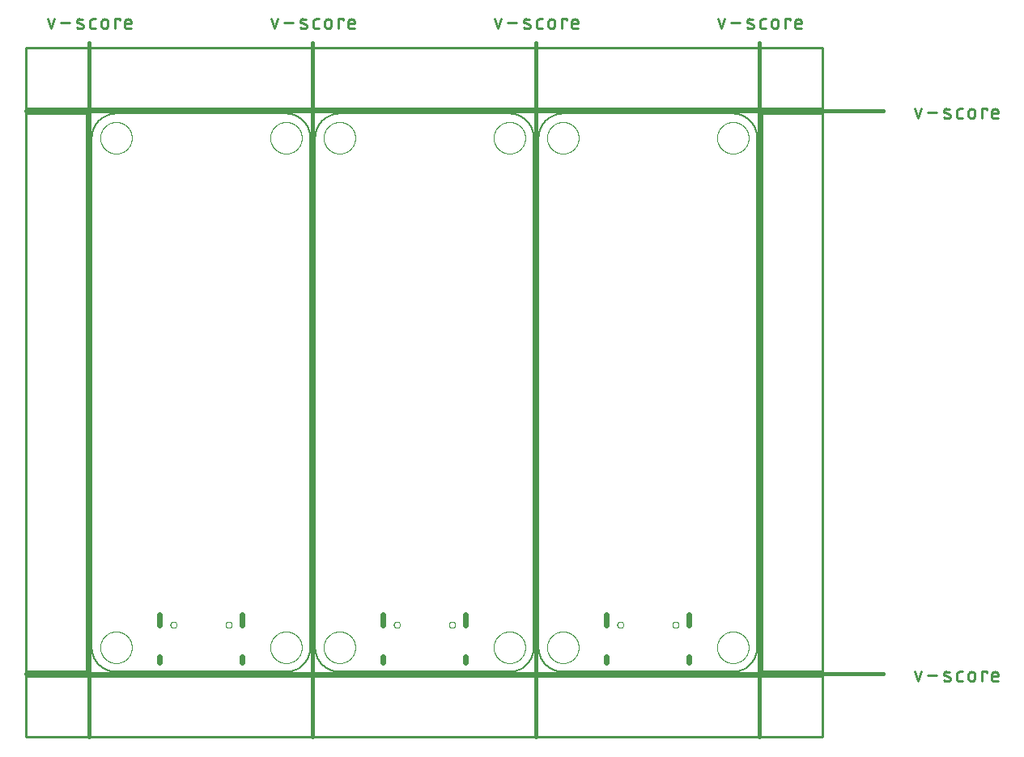
<source format=gko>
G04 EAGLE Gerber RS-274X export*
G75*
%MOMM*%
%FSLAX34Y34*%
%LPD*%
%IN*%
%IPPOS*%
%AMOC8*
5,1,8,0,0,1.08239X$1,22.5*%
G01*
%ADD10C,0.203200*%
%ADD11C,0.381000*%
%ADD12C,0.279400*%
%ADD13C,0.254000*%
%ADD14C,0.000000*%
%ADD15C,0.600000*%


D10*
X0Y25400D02*
X0Y558800D01*
X25400Y584200D02*
X203200Y584200D01*
X228600Y558800D02*
X228600Y25400D01*
X203200Y0D02*
X25400Y0D01*
X24786Y7D01*
X24173Y30D01*
X23560Y67D01*
X22949Y119D01*
X22338Y185D01*
X21730Y267D01*
X21124Y363D01*
X20520Y473D01*
X19919Y598D01*
X19321Y738D01*
X18727Y892D01*
X18137Y1061D01*
X17551Y1243D01*
X16970Y1440D01*
X16393Y1651D01*
X15822Y1875D01*
X15256Y2113D01*
X14696Y2365D01*
X14143Y2631D01*
X13596Y2909D01*
X13056Y3201D01*
X12523Y3506D01*
X11998Y3824D01*
X11480Y4154D01*
X10971Y4496D01*
X10470Y4851D01*
X9978Y5218D01*
X9495Y5596D01*
X9021Y5986D01*
X8557Y6388D01*
X8102Y6800D01*
X7658Y7224D01*
X7224Y7658D01*
X6800Y8102D01*
X6388Y8557D01*
X5986Y9021D01*
X5596Y9495D01*
X5218Y9978D01*
X4851Y10470D01*
X4496Y10971D01*
X4154Y11480D01*
X3824Y11998D01*
X3506Y12523D01*
X3201Y13056D01*
X2909Y13596D01*
X2631Y14143D01*
X2365Y14696D01*
X2113Y15256D01*
X1875Y15822D01*
X1651Y16393D01*
X1440Y16970D01*
X1243Y17551D01*
X1061Y18137D01*
X892Y18727D01*
X738Y19321D01*
X598Y19919D01*
X473Y20520D01*
X363Y21124D01*
X267Y21730D01*
X185Y22338D01*
X119Y22949D01*
X67Y23560D01*
X30Y24173D01*
X7Y24786D01*
X0Y25400D01*
X0Y558800D02*
X7Y559414D01*
X30Y560027D01*
X67Y560640D01*
X119Y561251D01*
X185Y561862D01*
X267Y562470D01*
X363Y563076D01*
X473Y563680D01*
X598Y564281D01*
X738Y564879D01*
X892Y565473D01*
X1061Y566063D01*
X1243Y566649D01*
X1440Y567230D01*
X1651Y567807D01*
X1875Y568378D01*
X2113Y568944D01*
X2365Y569504D01*
X2631Y570057D01*
X2909Y570604D01*
X3201Y571144D01*
X3506Y571677D01*
X3824Y572202D01*
X4154Y572720D01*
X4496Y573229D01*
X4851Y573730D01*
X5218Y574222D01*
X5596Y574705D01*
X5986Y575179D01*
X6388Y575643D01*
X6800Y576098D01*
X7224Y576542D01*
X7658Y576976D01*
X8102Y577400D01*
X8557Y577812D01*
X9021Y578214D01*
X9495Y578604D01*
X9978Y578982D01*
X10470Y579349D01*
X10971Y579704D01*
X11480Y580046D01*
X11998Y580376D01*
X12523Y580694D01*
X13056Y580999D01*
X13596Y581291D01*
X14143Y581569D01*
X14696Y581835D01*
X15256Y582087D01*
X15822Y582325D01*
X16393Y582549D01*
X16970Y582760D01*
X17551Y582957D01*
X18137Y583139D01*
X18727Y583308D01*
X19321Y583462D01*
X19919Y583602D01*
X20520Y583727D01*
X21124Y583837D01*
X21730Y583933D01*
X22338Y584015D01*
X22949Y584081D01*
X23560Y584133D01*
X24173Y584170D01*
X24786Y584193D01*
X25400Y584200D01*
X203200Y584200D02*
X203814Y584193D01*
X204427Y584170D01*
X205040Y584133D01*
X205651Y584081D01*
X206262Y584015D01*
X206870Y583933D01*
X207476Y583837D01*
X208080Y583727D01*
X208681Y583602D01*
X209279Y583462D01*
X209873Y583308D01*
X210463Y583139D01*
X211049Y582957D01*
X211630Y582760D01*
X212207Y582549D01*
X212778Y582325D01*
X213344Y582087D01*
X213904Y581835D01*
X214457Y581569D01*
X215004Y581291D01*
X215544Y580999D01*
X216077Y580694D01*
X216602Y580376D01*
X217120Y580046D01*
X217629Y579704D01*
X218130Y579349D01*
X218622Y578982D01*
X219105Y578604D01*
X219579Y578214D01*
X220043Y577812D01*
X220498Y577400D01*
X220942Y576976D01*
X221376Y576542D01*
X221800Y576098D01*
X222212Y575643D01*
X222614Y575179D01*
X223004Y574705D01*
X223382Y574222D01*
X223749Y573730D01*
X224104Y573229D01*
X224446Y572720D01*
X224776Y572202D01*
X225094Y571677D01*
X225399Y571144D01*
X225691Y570604D01*
X225969Y570057D01*
X226235Y569504D01*
X226487Y568944D01*
X226725Y568378D01*
X226949Y567807D01*
X227160Y567230D01*
X227357Y566649D01*
X227539Y566063D01*
X227708Y565473D01*
X227862Y564879D01*
X228002Y564281D01*
X228127Y563680D01*
X228237Y563076D01*
X228333Y562470D01*
X228415Y561862D01*
X228481Y561251D01*
X228533Y560640D01*
X228570Y560027D01*
X228593Y559414D01*
X228600Y558800D01*
X228600Y25400D02*
X228593Y24786D01*
X228570Y24173D01*
X228533Y23560D01*
X228481Y22949D01*
X228415Y22338D01*
X228333Y21730D01*
X228237Y21124D01*
X228127Y20520D01*
X228002Y19919D01*
X227862Y19321D01*
X227708Y18727D01*
X227539Y18137D01*
X227357Y17551D01*
X227160Y16970D01*
X226949Y16393D01*
X226725Y15822D01*
X226487Y15256D01*
X226235Y14696D01*
X225969Y14143D01*
X225691Y13596D01*
X225399Y13056D01*
X225094Y12523D01*
X224776Y11998D01*
X224446Y11480D01*
X224104Y10971D01*
X223749Y10470D01*
X223382Y9978D01*
X223004Y9495D01*
X222614Y9021D01*
X222212Y8557D01*
X221800Y8102D01*
X221376Y7658D01*
X220942Y7224D01*
X220498Y6800D01*
X220043Y6388D01*
X219579Y5986D01*
X219105Y5596D01*
X218622Y5218D01*
X218130Y4851D01*
X217629Y4496D01*
X217120Y4154D01*
X216602Y3824D01*
X216077Y3506D01*
X215544Y3201D01*
X215004Y2909D01*
X214457Y2631D01*
X213904Y2365D01*
X213344Y2113D01*
X212778Y1875D01*
X212207Y1651D01*
X211630Y1440D01*
X211049Y1243D01*
X210463Y1061D01*
X209873Y892D01*
X209279Y738D01*
X208681Y598D01*
X208080Y473D01*
X207476Y363D01*
X206870Y267D01*
X206262Y185D01*
X205651Y119D01*
X205040Y67D01*
X204427Y30D01*
X203814Y7D01*
X203200Y0D01*
X233680Y25400D02*
X233680Y558800D01*
X259080Y584200D02*
X436880Y584200D01*
X462280Y558800D02*
X462280Y25400D01*
X436880Y0D02*
X259080Y0D01*
X258466Y7D01*
X257853Y30D01*
X257240Y67D01*
X256629Y119D01*
X256018Y185D01*
X255410Y267D01*
X254804Y363D01*
X254200Y473D01*
X253599Y598D01*
X253001Y738D01*
X252407Y892D01*
X251817Y1061D01*
X251231Y1243D01*
X250650Y1440D01*
X250073Y1651D01*
X249502Y1875D01*
X248936Y2113D01*
X248376Y2365D01*
X247823Y2631D01*
X247276Y2909D01*
X246736Y3201D01*
X246203Y3506D01*
X245678Y3824D01*
X245160Y4154D01*
X244651Y4496D01*
X244150Y4851D01*
X243658Y5218D01*
X243175Y5596D01*
X242701Y5986D01*
X242237Y6388D01*
X241782Y6800D01*
X241338Y7224D01*
X240904Y7658D01*
X240480Y8102D01*
X240068Y8557D01*
X239666Y9021D01*
X239276Y9495D01*
X238898Y9978D01*
X238531Y10470D01*
X238176Y10971D01*
X237834Y11480D01*
X237504Y11998D01*
X237186Y12523D01*
X236881Y13056D01*
X236589Y13596D01*
X236311Y14143D01*
X236045Y14696D01*
X235793Y15256D01*
X235555Y15822D01*
X235331Y16393D01*
X235120Y16970D01*
X234923Y17551D01*
X234741Y18137D01*
X234572Y18727D01*
X234418Y19321D01*
X234278Y19919D01*
X234153Y20520D01*
X234043Y21124D01*
X233947Y21730D01*
X233865Y22338D01*
X233799Y22949D01*
X233747Y23560D01*
X233710Y24173D01*
X233687Y24786D01*
X233680Y25400D01*
X233680Y558800D02*
X233687Y559414D01*
X233710Y560027D01*
X233747Y560640D01*
X233799Y561251D01*
X233865Y561862D01*
X233947Y562470D01*
X234043Y563076D01*
X234153Y563680D01*
X234278Y564281D01*
X234418Y564879D01*
X234572Y565473D01*
X234741Y566063D01*
X234923Y566649D01*
X235120Y567230D01*
X235331Y567807D01*
X235555Y568378D01*
X235793Y568944D01*
X236045Y569504D01*
X236311Y570057D01*
X236589Y570604D01*
X236881Y571144D01*
X237186Y571677D01*
X237504Y572202D01*
X237834Y572720D01*
X238176Y573229D01*
X238531Y573730D01*
X238898Y574222D01*
X239276Y574705D01*
X239666Y575179D01*
X240068Y575643D01*
X240480Y576098D01*
X240904Y576542D01*
X241338Y576976D01*
X241782Y577400D01*
X242237Y577812D01*
X242701Y578214D01*
X243175Y578604D01*
X243658Y578982D01*
X244150Y579349D01*
X244651Y579704D01*
X245160Y580046D01*
X245678Y580376D01*
X246203Y580694D01*
X246736Y580999D01*
X247276Y581291D01*
X247823Y581569D01*
X248376Y581835D01*
X248936Y582087D01*
X249502Y582325D01*
X250073Y582549D01*
X250650Y582760D01*
X251231Y582957D01*
X251817Y583139D01*
X252407Y583308D01*
X253001Y583462D01*
X253599Y583602D01*
X254200Y583727D01*
X254804Y583837D01*
X255410Y583933D01*
X256018Y584015D01*
X256629Y584081D01*
X257240Y584133D01*
X257853Y584170D01*
X258466Y584193D01*
X259080Y584200D01*
X436880Y584200D02*
X437494Y584193D01*
X438107Y584170D01*
X438720Y584133D01*
X439331Y584081D01*
X439942Y584015D01*
X440550Y583933D01*
X441156Y583837D01*
X441760Y583727D01*
X442361Y583602D01*
X442959Y583462D01*
X443553Y583308D01*
X444143Y583139D01*
X444729Y582957D01*
X445310Y582760D01*
X445887Y582549D01*
X446458Y582325D01*
X447024Y582087D01*
X447584Y581835D01*
X448137Y581569D01*
X448684Y581291D01*
X449224Y580999D01*
X449757Y580694D01*
X450282Y580376D01*
X450800Y580046D01*
X451309Y579704D01*
X451810Y579349D01*
X452302Y578982D01*
X452785Y578604D01*
X453259Y578214D01*
X453723Y577812D01*
X454178Y577400D01*
X454622Y576976D01*
X455056Y576542D01*
X455480Y576098D01*
X455892Y575643D01*
X456294Y575179D01*
X456684Y574705D01*
X457062Y574222D01*
X457429Y573730D01*
X457784Y573229D01*
X458126Y572720D01*
X458456Y572202D01*
X458774Y571677D01*
X459079Y571144D01*
X459371Y570604D01*
X459649Y570057D01*
X459915Y569504D01*
X460167Y568944D01*
X460405Y568378D01*
X460629Y567807D01*
X460840Y567230D01*
X461037Y566649D01*
X461219Y566063D01*
X461388Y565473D01*
X461542Y564879D01*
X461682Y564281D01*
X461807Y563680D01*
X461917Y563076D01*
X462013Y562470D01*
X462095Y561862D01*
X462161Y561251D01*
X462213Y560640D01*
X462250Y560027D01*
X462273Y559414D01*
X462280Y558800D01*
X462280Y25400D02*
X462273Y24786D01*
X462250Y24173D01*
X462213Y23560D01*
X462161Y22949D01*
X462095Y22338D01*
X462013Y21730D01*
X461917Y21124D01*
X461807Y20520D01*
X461682Y19919D01*
X461542Y19321D01*
X461388Y18727D01*
X461219Y18137D01*
X461037Y17551D01*
X460840Y16970D01*
X460629Y16393D01*
X460405Y15822D01*
X460167Y15256D01*
X459915Y14696D01*
X459649Y14143D01*
X459371Y13596D01*
X459079Y13056D01*
X458774Y12523D01*
X458456Y11998D01*
X458126Y11480D01*
X457784Y10971D01*
X457429Y10470D01*
X457062Y9978D01*
X456684Y9495D01*
X456294Y9021D01*
X455892Y8557D01*
X455480Y8102D01*
X455056Y7658D01*
X454622Y7224D01*
X454178Y6800D01*
X453723Y6388D01*
X453259Y5986D01*
X452785Y5596D01*
X452302Y5218D01*
X451810Y4851D01*
X451309Y4496D01*
X450800Y4154D01*
X450282Y3824D01*
X449757Y3506D01*
X449224Y3201D01*
X448684Y2909D01*
X448137Y2631D01*
X447584Y2365D01*
X447024Y2113D01*
X446458Y1875D01*
X445887Y1651D01*
X445310Y1440D01*
X444729Y1243D01*
X444143Y1061D01*
X443553Y892D01*
X442959Y738D01*
X442361Y598D01*
X441760Y473D01*
X441156Y363D01*
X440550Y267D01*
X439942Y185D01*
X439331Y119D01*
X438720Y67D01*
X438107Y30D01*
X437494Y7D01*
X436880Y0D01*
X467360Y25400D02*
X467360Y558800D01*
X492760Y584200D02*
X670560Y584200D01*
X695960Y558800D02*
X695960Y25400D01*
X670560Y0D02*
X492760Y0D01*
X492146Y7D01*
X491533Y30D01*
X490920Y67D01*
X490309Y119D01*
X489698Y185D01*
X489090Y267D01*
X488484Y363D01*
X487880Y473D01*
X487279Y598D01*
X486681Y738D01*
X486087Y892D01*
X485497Y1061D01*
X484911Y1243D01*
X484330Y1440D01*
X483753Y1651D01*
X483182Y1875D01*
X482616Y2113D01*
X482056Y2365D01*
X481503Y2631D01*
X480956Y2909D01*
X480416Y3201D01*
X479883Y3506D01*
X479358Y3824D01*
X478840Y4154D01*
X478331Y4496D01*
X477830Y4851D01*
X477338Y5218D01*
X476855Y5596D01*
X476381Y5986D01*
X475917Y6388D01*
X475462Y6800D01*
X475018Y7224D01*
X474584Y7658D01*
X474160Y8102D01*
X473748Y8557D01*
X473346Y9021D01*
X472956Y9495D01*
X472578Y9978D01*
X472211Y10470D01*
X471856Y10971D01*
X471514Y11480D01*
X471184Y11998D01*
X470866Y12523D01*
X470561Y13056D01*
X470269Y13596D01*
X469991Y14143D01*
X469725Y14696D01*
X469473Y15256D01*
X469235Y15822D01*
X469011Y16393D01*
X468800Y16970D01*
X468603Y17551D01*
X468421Y18137D01*
X468252Y18727D01*
X468098Y19321D01*
X467958Y19919D01*
X467833Y20520D01*
X467723Y21124D01*
X467627Y21730D01*
X467545Y22338D01*
X467479Y22949D01*
X467427Y23560D01*
X467390Y24173D01*
X467367Y24786D01*
X467360Y25400D01*
X467360Y558800D02*
X467367Y559414D01*
X467390Y560027D01*
X467427Y560640D01*
X467479Y561251D01*
X467545Y561862D01*
X467627Y562470D01*
X467723Y563076D01*
X467833Y563680D01*
X467958Y564281D01*
X468098Y564879D01*
X468252Y565473D01*
X468421Y566063D01*
X468603Y566649D01*
X468800Y567230D01*
X469011Y567807D01*
X469235Y568378D01*
X469473Y568944D01*
X469725Y569504D01*
X469991Y570057D01*
X470269Y570604D01*
X470561Y571144D01*
X470866Y571677D01*
X471184Y572202D01*
X471514Y572720D01*
X471856Y573229D01*
X472211Y573730D01*
X472578Y574222D01*
X472956Y574705D01*
X473346Y575179D01*
X473748Y575643D01*
X474160Y576098D01*
X474584Y576542D01*
X475018Y576976D01*
X475462Y577400D01*
X475917Y577812D01*
X476381Y578214D01*
X476855Y578604D01*
X477338Y578982D01*
X477830Y579349D01*
X478331Y579704D01*
X478840Y580046D01*
X479358Y580376D01*
X479883Y580694D01*
X480416Y580999D01*
X480956Y581291D01*
X481503Y581569D01*
X482056Y581835D01*
X482616Y582087D01*
X483182Y582325D01*
X483753Y582549D01*
X484330Y582760D01*
X484911Y582957D01*
X485497Y583139D01*
X486087Y583308D01*
X486681Y583462D01*
X487279Y583602D01*
X487880Y583727D01*
X488484Y583837D01*
X489090Y583933D01*
X489698Y584015D01*
X490309Y584081D01*
X490920Y584133D01*
X491533Y584170D01*
X492146Y584193D01*
X492760Y584200D01*
X670560Y584200D02*
X671174Y584193D01*
X671787Y584170D01*
X672400Y584133D01*
X673011Y584081D01*
X673622Y584015D01*
X674230Y583933D01*
X674836Y583837D01*
X675440Y583727D01*
X676041Y583602D01*
X676639Y583462D01*
X677233Y583308D01*
X677823Y583139D01*
X678409Y582957D01*
X678990Y582760D01*
X679567Y582549D01*
X680138Y582325D01*
X680704Y582087D01*
X681264Y581835D01*
X681817Y581569D01*
X682364Y581291D01*
X682904Y580999D01*
X683437Y580694D01*
X683962Y580376D01*
X684480Y580046D01*
X684989Y579704D01*
X685490Y579349D01*
X685982Y578982D01*
X686465Y578604D01*
X686939Y578214D01*
X687403Y577812D01*
X687858Y577400D01*
X688302Y576976D01*
X688736Y576542D01*
X689160Y576098D01*
X689572Y575643D01*
X689974Y575179D01*
X690364Y574705D01*
X690742Y574222D01*
X691109Y573730D01*
X691464Y573229D01*
X691806Y572720D01*
X692136Y572202D01*
X692454Y571677D01*
X692759Y571144D01*
X693051Y570604D01*
X693329Y570057D01*
X693595Y569504D01*
X693847Y568944D01*
X694085Y568378D01*
X694309Y567807D01*
X694520Y567230D01*
X694717Y566649D01*
X694899Y566063D01*
X695068Y565473D01*
X695222Y564879D01*
X695362Y564281D01*
X695487Y563680D01*
X695597Y563076D01*
X695693Y562470D01*
X695775Y561862D01*
X695841Y561251D01*
X695893Y560640D01*
X695930Y560027D01*
X695953Y559414D01*
X695960Y558800D01*
X695960Y25400D02*
X695953Y24786D01*
X695930Y24173D01*
X695893Y23560D01*
X695841Y22949D01*
X695775Y22338D01*
X695693Y21730D01*
X695597Y21124D01*
X695487Y20520D01*
X695362Y19919D01*
X695222Y19321D01*
X695068Y18727D01*
X694899Y18137D01*
X694717Y17551D01*
X694520Y16970D01*
X694309Y16393D01*
X694085Y15822D01*
X693847Y15256D01*
X693595Y14696D01*
X693329Y14143D01*
X693051Y13596D01*
X692759Y13056D01*
X692454Y12523D01*
X692136Y11998D01*
X691806Y11480D01*
X691464Y10971D01*
X691109Y10470D01*
X690742Y9978D01*
X690364Y9495D01*
X689974Y9021D01*
X689572Y8557D01*
X689160Y8102D01*
X688736Y7658D01*
X688302Y7224D01*
X687858Y6800D01*
X687403Y6388D01*
X686939Y5986D01*
X686465Y5596D01*
X685982Y5218D01*
X685490Y4851D01*
X684989Y4496D01*
X684480Y4154D01*
X683962Y3824D01*
X683437Y3506D01*
X682904Y3201D01*
X682364Y2909D01*
X681817Y2631D01*
X681264Y2365D01*
X680704Y2113D01*
X680138Y1875D01*
X679567Y1651D01*
X678990Y1440D01*
X678409Y1243D01*
X677823Y1061D01*
X677233Y892D01*
X676639Y738D01*
X676041Y598D01*
X675440Y473D01*
X674836Y363D01*
X674230Y267D01*
X673622Y185D01*
X673011Y119D01*
X672400Y67D01*
X671787Y30D01*
X671174Y7D01*
X670560Y0D01*
D11*
X-2540Y-68580D02*
X-2540Y657860D01*
D12*
X-42921Y673227D02*
X-46251Y683218D01*
X-39590Y683218D02*
X-42921Y673227D01*
X-32806Y679055D02*
X-22815Y679055D01*
X-14261Y679055D02*
X-10098Y677390D01*
X-14261Y679054D02*
X-14346Y679090D01*
X-14429Y679130D01*
X-14510Y679173D01*
X-14590Y679220D01*
X-14667Y679270D01*
X-14743Y679323D01*
X-14816Y679379D01*
X-14886Y679439D01*
X-14954Y679501D01*
X-15019Y679566D01*
X-15081Y679634D01*
X-15141Y679705D01*
X-15197Y679778D01*
X-15250Y679853D01*
X-15300Y679931D01*
X-15346Y680010D01*
X-15389Y680092D01*
X-15429Y680175D01*
X-15465Y680260D01*
X-15497Y680346D01*
X-15526Y680434D01*
X-15550Y680523D01*
X-15571Y680613D01*
X-15588Y680703D01*
X-15602Y680794D01*
X-15611Y680886D01*
X-15616Y680978D01*
X-15618Y681070D01*
X-15616Y681162D01*
X-15609Y681254D01*
X-15599Y681346D01*
X-15585Y681437D01*
X-15567Y681528D01*
X-15545Y681617D01*
X-15519Y681706D01*
X-15489Y681793D01*
X-15456Y681879D01*
X-15419Y681963D01*
X-15379Y682046D01*
X-15335Y682127D01*
X-15288Y682206D01*
X-15237Y682283D01*
X-15183Y682358D01*
X-15126Y682431D01*
X-15066Y682501D01*
X-15003Y682568D01*
X-14937Y682632D01*
X-14869Y682694D01*
X-14798Y682753D01*
X-14724Y682808D01*
X-14648Y682861D01*
X-14570Y682910D01*
X-14490Y682956D01*
X-14409Y682998D01*
X-14325Y683037D01*
X-14240Y683072D01*
X-14153Y683103D01*
X-14065Y683131D01*
X-13976Y683155D01*
X-13886Y683175D01*
X-13796Y683192D01*
X-13704Y683204D01*
X-13612Y683213D01*
X-13520Y683217D01*
X-13428Y683218D01*
X-13201Y683212D01*
X-12974Y683201D01*
X-12747Y683184D01*
X-12521Y683161D01*
X-12295Y683134D01*
X-12070Y683100D01*
X-11846Y683062D01*
X-11623Y683018D01*
X-11401Y682969D01*
X-11180Y682914D01*
X-10961Y682854D01*
X-10743Y682789D01*
X-10527Y682718D01*
X-10313Y682643D01*
X-10100Y682562D01*
X-9890Y682476D01*
X-9681Y682385D01*
X-10098Y677390D02*
X-10013Y677354D01*
X-9930Y677314D01*
X-9849Y677271D01*
X-9769Y677224D01*
X-9692Y677174D01*
X-9616Y677121D01*
X-9543Y677065D01*
X-9473Y677005D01*
X-9405Y676943D01*
X-9340Y676878D01*
X-9278Y676810D01*
X-9218Y676739D01*
X-9162Y676666D01*
X-9109Y676591D01*
X-9059Y676513D01*
X-9013Y676434D01*
X-8970Y676352D01*
X-8930Y676269D01*
X-8894Y676184D01*
X-8862Y676098D01*
X-8833Y676010D01*
X-8809Y675921D01*
X-8788Y675831D01*
X-8771Y675741D01*
X-8757Y675650D01*
X-8748Y675558D01*
X-8743Y675466D01*
X-8741Y675374D01*
X-8743Y675282D01*
X-8750Y675190D01*
X-8760Y675098D01*
X-8774Y675007D01*
X-8792Y674916D01*
X-8814Y674827D01*
X-8840Y674738D01*
X-8870Y674651D01*
X-8903Y674565D01*
X-8940Y674481D01*
X-8980Y674398D01*
X-9024Y674317D01*
X-9071Y674238D01*
X-9122Y674161D01*
X-9176Y674086D01*
X-9233Y674013D01*
X-9293Y673943D01*
X-9356Y673876D01*
X-9422Y673812D01*
X-9490Y673750D01*
X-9561Y673691D01*
X-9635Y673636D01*
X-9711Y673583D01*
X-9789Y673534D01*
X-9869Y673488D01*
X-9950Y673446D01*
X-10034Y673407D01*
X-10119Y673372D01*
X-10206Y673341D01*
X-10294Y673313D01*
X-10383Y673289D01*
X-10473Y673269D01*
X-10563Y673252D01*
X-10655Y673240D01*
X-10747Y673231D01*
X-10839Y673227D01*
X-10931Y673226D01*
X-10931Y673227D02*
X-11265Y673236D01*
X-11598Y673253D01*
X-11931Y673277D01*
X-12264Y673310D01*
X-12595Y673350D01*
X-12926Y673398D01*
X-13255Y673454D01*
X-13583Y673517D01*
X-13909Y673589D01*
X-14233Y673668D01*
X-14556Y673754D01*
X-14876Y673849D01*
X-15194Y673951D01*
X-15510Y674060D01*
X562Y673227D02*
X3892Y673227D01*
X562Y673227D02*
X464Y673229D01*
X366Y673235D01*
X268Y673244D01*
X171Y673258D01*
X75Y673275D01*
X-21Y673296D01*
X-116Y673321D01*
X-210Y673349D01*
X-303Y673381D01*
X-394Y673417D01*
X-484Y673456D01*
X-572Y673499D01*
X-659Y673546D01*
X-743Y673595D01*
X-826Y673648D01*
X-906Y673704D01*
X-985Y673763D01*
X-1060Y673826D01*
X-1134Y673891D01*
X-1204Y673959D01*
X-1272Y674029D01*
X-1338Y674103D01*
X-1400Y674179D01*
X-1459Y674257D01*
X-1515Y674337D01*
X-1568Y674420D01*
X-1618Y674504D01*
X-1664Y674591D01*
X-1707Y674679D01*
X-1746Y674769D01*
X-1782Y674860D01*
X-1814Y674953D01*
X-1842Y675047D01*
X-1867Y675142D01*
X-1888Y675238D01*
X-1905Y675334D01*
X-1919Y675431D01*
X-1928Y675529D01*
X-1934Y675627D01*
X-1936Y675725D01*
X-1936Y680720D01*
X-1934Y680818D01*
X-1928Y680916D01*
X-1919Y681014D01*
X-1905Y681111D01*
X-1888Y681207D01*
X-1867Y681303D01*
X-1842Y681398D01*
X-1814Y681492D01*
X-1782Y681585D01*
X-1746Y681676D01*
X-1707Y681766D01*
X-1664Y681854D01*
X-1617Y681941D01*
X-1568Y682025D01*
X-1515Y682108D01*
X-1459Y682188D01*
X-1400Y682266D01*
X-1337Y682342D01*
X-1272Y682416D01*
X-1204Y682486D01*
X-1134Y682554D01*
X-1060Y682619D01*
X-984Y682682D01*
X-906Y682741D01*
X-826Y682797D01*
X-743Y682850D01*
X-659Y682899D01*
X-572Y682946D01*
X-484Y682989D01*
X-394Y683028D01*
X-303Y683064D01*
X-210Y683096D01*
X-116Y683124D01*
X-21Y683149D01*
X75Y683170D01*
X171Y683187D01*
X268Y683201D01*
X366Y683210D01*
X464Y683216D01*
X562Y683218D01*
X3892Y683218D01*
X10022Y679887D02*
X10022Y676557D01*
X10022Y679887D02*
X10024Y680001D01*
X10030Y680114D01*
X10039Y680228D01*
X10053Y680340D01*
X10070Y680453D01*
X10092Y680565D01*
X10117Y680675D01*
X10145Y680785D01*
X10178Y680894D01*
X10214Y681002D01*
X10254Y681109D01*
X10298Y681214D01*
X10345Y681317D01*
X10395Y681419D01*
X10449Y681519D01*
X10507Y681617D01*
X10568Y681713D01*
X10631Y681807D01*
X10699Y681899D01*
X10769Y681989D01*
X10842Y682075D01*
X10918Y682160D01*
X10997Y682242D01*
X11079Y682321D01*
X11164Y682397D01*
X11250Y682470D01*
X11340Y682540D01*
X11432Y682608D01*
X11526Y682671D01*
X11622Y682732D01*
X11720Y682790D01*
X11820Y682844D01*
X11922Y682894D01*
X12025Y682941D01*
X12130Y682985D01*
X12237Y683025D01*
X12345Y683061D01*
X12454Y683094D01*
X12564Y683122D01*
X12674Y683147D01*
X12786Y683169D01*
X12899Y683186D01*
X13011Y683200D01*
X13125Y683209D01*
X13238Y683215D01*
X13352Y683217D01*
X13466Y683215D01*
X13579Y683209D01*
X13693Y683200D01*
X13805Y683186D01*
X13918Y683169D01*
X14030Y683147D01*
X14140Y683122D01*
X14250Y683094D01*
X14359Y683061D01*
X14467Y683025D01*
X14574Y682985D01*
X14679Y682941D01*
X14782Y682894D01*
X14884Y682844D01*
X14984Y682790D01*
X15082Y682732D01*
X15178Y682671D01*
X15272Y682608D01*
X15364Y682540D01*
X15454Y682470D01*
X15540Y682397D01*
X15625Y682321D01*
X15707Y682242D01*
X15786Y682160D01*
X15862Y682075D01*
X15935Y681989D01*
X16005Y681899D01*
X16073Y681807D01*
X16136Y681713D01*
X16197Y681617D01*
X16255Y681519D01*
X16309Y681419D01*
X16359Y681317D01*
X16406Y681214D01*
X16450Y681109D01*
X16490Y681002D01*
X16526Y680894D01*
X16559Y680785D01*
X16587Y680675D01*
X16612Y680565D01*
X16634Y680453D01*
X16651Y680340D01*
X16665Y680228D01*
X16674Y680114D01*
X16680Y680001D01*
X16682Y679887D01*
X16682Y676557D01*
X16680Y676443D01*
X16674Y676330D01*
X16665Y676216D01*
X16651Y676104D01*
X16634Y675991D01*
X16612Y675879D01*
X16587Y675769D01*
X16559Y675659D01*
X16526Y675550D01*
X16490Y675442D01*
X16450Y675335D01*
X16406Y675230D01*
X16359Y675127D01*
X16309Y675025D01*
X16255Y674925D01*
X16197Y674827D01*
X16136Y674731D01*
X16073Y674637D01*
X16005Y674545D01*
X15935Y674455D01*
X15862Y674369D01*
X15786Y674284D01*
X15707Y674202D01*
X15625Y674123D01*
X15540Y674047D01*
X15454Y673974D01*
X15364Y673904D01*
X15272Y673836D01*
X15178Y673773D01*
X15082Y673712D01*
X14984Y673654D01*
X14884Y673600D01*
X14782Y673550D01*
X14679Y673503D01*
X14574Y673459D01*
X14467Y673419D01*
X14359Y673383D01*
X14250Y673350D01*
X14140Y673322D01*
X14030Y673297D01*
X13918Y673275D01*
X13805Y673258D01*
X13693Y673244D01*
X13579Y673235D01*
X13466Y673229D01*
X13352Y673227D01*
X13238Y673229D01*
X13125Y673235D01*
X13011Y673244D01*
X12899Y673258D01*
X12786Y673275D01*
X12674Y673297D01*
X12564Y673322D01*
X12454Y673350D01*
X12345Y673383D01*
X12237Y673419D01*
X12130Y673459D01*
X12025Y673503D01*
X11922Y673550D01*
X11820Y673600D01*
X11720Y673654D01*
X11622Y673712D01*
X11526Y673773D01*
X11432Y673836D01*
X11340Y673904D01*
X11250Y673974D01*
X11164Y674047D01*
X11079Y674123D01*
X10997Y674202D01*
X10918Y674284D01*
X10842Y674369D01*
X10769Y674455D01*
X10699Y674545D01*
X10631Y674637D01*
X10568Y674731D01*
X10507Y674827D01*
X10449Y674925D01*
X10395Y675025D01*
X10345Y675127D01*
X10298Y675230D01*
X10254Y675335D01*
X10214Y675442D01*
X10178Y675550D01*
X10145Y675659D01*
X10117Y675769D01*
X10092Y675879D01*
X10070Y675991D01*
X10053Y676104D01*
X10039Y676216D01*
X10030Y676330D01*
X10024Y676443D01*
X10022Y676557D01*
X24218Y673227D02*
X24218Y683218D01*
X29213Y683218D01*
X29213Y681553D01*
X37008Y673227D02*
X41171Y673227D01*
X37008Y673227D02*
X36910Y673229D01*
X36812Y673235D01*
X36714Y673244D01*
X36617Y673258D01*
X36521Y673275D01*
X36425Y673296D01*
X36330Y673321D01*
X36236Y673349D01*
X36143Y673381D01*
X36052Y673417D01*
X35962Y673456D01*
X35874Y673499D01*
X35787Y673546D01*
X35703Y673595D01*
X35620Y673648D01*
X35540Y673704D01*
X35462Y673763D01*
X35386Y673826D01*
X35312Y673891D01*
X35242Y673959D01*
X35174Y674029D01*
X35109Y674103D01*
X35046Y674179D01*
X34987Y674257D01*
X34931Y674337D01*
X34878Y674420D01*
X34829Y674504D01*
X34782Y674591D01*
X34739Y674679D01*
X34700Y674769D01*
X34664Y674860D01*
X34632Y674953D01*
X34604Y675047D01*
X34579Y675142D01*
X34558Y675238D01*
X34541Y675334D01*
X34527Y675431D01*
X34518Y675529D01*
X34512Y675627D01*
X34510Y675725D01*
X34510Y679887D01*
X34511Y679887D02*
X34513Y680001D01*
X34519Y680114D01*
X34528Y680228D01*
X34542Y680340D01*
X34559Y680453D01*
X34581Y680565D01*
X34606Y680675D01*
X34634Y680785D01*
X34667Y680894D01*
X34703Y681002D01*
X34743Y681109D01*
X34787Y681214D01*
X34834Y681317D01*
X34884Y681419D01*
X34938Y681519D01*
X34996Y681617D01*
X35057Y681713D01*
X35120Y681807D01*
X35188Y681899D01*
X35258Y681989D01*
X35331Y682075D01*
X35407Y682160D01*
X35486Y682242D01*
X35568Y682321D01*
X35653Y682397D01*
X35739Y682470D01*
X35829Y682540D01*
X35921Y682608D01*
X36015Y682671D01*
X36111Y682732D01*
X36209Y682790D01*
X36309Y682844D01*
X36411Y682894D01*
X36514Y682941D01*
X36619Y682985D01*
X36726Y683025D01*
X36834Y683061D01*
X36943Y683094D01*
X37053Y683122D01*
X37163Y683147D01*
X37275Y683169D01*
X37388Y683186D01*
X37500Y683200D01*
X37614Y683209D01*
X37727Y683215D01*
X37841Y683217D01*
X37955Y683215D01*
X38068Y683209D01*
X38182Y683200D01*
X38294Y683186D01*
X38407Y683169D01*
X38519Y683147D01*
X38629Y683122D01*
X38739Y683094D01*
X38848Y683061D01*
X38956Y683025D01*
X39063Y682985D01*
X39168Y682941D01*
X39271Y682894D01*
X39373Y682844D01*
X39473Y682790D01*
X39571Y682732D01*
X39667Y682671D01*
X39761Y682608D01*
X39853Y682540D01*
X39943Y682470D01*
X40029Y682397D01*
X40114Y682321D01*
X40196Y682242D01*
X40275Y682160D01*
X40351Y682075D01*
X40424Y681989D01*
X40494Y681899D01*
X40562Y681807D01*
X40625Y681713D01*
X40686Y681617D01*
X40744Y681519D01*
X40798Y681419D01*
X40848Y681317D01*
X40895Y681214D01*
X40939Y681109D01*
X40979Y681002D01*
X41015Y680894D01*
X41048Y680785D01*
X41076Y680675D01*
X41101Y680565D01*
X41123Y680453D01*
X41140Y680340D01*
X41154Y680228D01*
X41163Y680114D01*
X41169Y680001D01*
X41171Y679887D01*
X41171Y678222D01*
X34510Y678222D01*
D11*
X231140Y657860D02*
X231140Y-68580D01*
D12*
X190759Y673227D02*
X187429Y683218D01*
X194090Y683218D02*
X190759Y673227D01*
X200874Y679055D02*
X210865Y679055D01*
X219419Y679055D02*
X223582Y677390D01*
X219419Y679054D02*
X219334Y679090D01*
X219251Y679130D01*
X219170Y679173D01*
X219090Y679220D01*
X219013Y679270D01*
X218937Y679323D01*
X218864Y679379D01*
X218794Y679439D01*
X218726Y679501D01*
X218661Y679566D01*
X218599Y679634D01*
X218539Y679705D01*
X218483Y679778D01*
X218430Y679853D01*
X218380Y679931D01*
X218334Y680010D01*
X218291Y680092D01*
X218251Y680175D01*
X218215Y680260D01*
X218183Y680346D01*
X218154Y680434D01*
X218130Y680523D01*
X218109Y680613D01*
X218092Y680703D01*
X218078Y680794D01*
X218069Y680886D01*
X218064Y680978D01*
X218062Y681070D01*
X218064Y681162D01*
X218071Y681254D01*
X218081Y681346D01*
X218095Y681437D01*
X218113Y681528D01*
X218135Y681617D01*
X218161Y681706D01*
X218191Y681793D01*
X218224Y681879D01*
X218261Y681963D01*
X218301Y682046D01*
X218345Y682127D01*
X218392Y682206D01*
X218443Y682283D01*
X218497Y682358D01*
X218554Y682431D01*
X218614Y682501D01*
X218677Y682568D01*
X218743Y682632D01*
X218811Y682694D01*
X218882Y682753D01*
X218956Y682808D01*
X219032Y682861D01*
X219110Y682910D01*
X219190Y682956D01*
X219271Y682998D01*
X219355Y683037D01*
X219440Y683072D01*
X219527Y683103D01*
X219615Y683131D01*
X219704Y683155D01*
X219794Y683175D01*
X219884Y683192D01*
X219976Y683204D01*
X220068Y683213D01*
X220160Y683217D01*
X220252Y683218D01*
X220479Y683212D01*
X220706Y683201D01*
X220933Y683184D01*
X221159Y683161D01*
X221385Y683134D01*
X221610Y683100D01*
X221834Y683062D01*
X222057Y683018D01*
X222279Y682969D01*
X222500Y682914D01*
X222719Y682854D01*
X222937Y682789D01*
X223153Y682718D01*
X223367Y682643D01*
X223580Y682562D01*
X223790Y682476D01*
X223999Y682385D01*
X223582Y677390D02*
X223667Y677354D01*
X223750Y677314D01*
X223831Y677271D01*
X223911Y677224D01*
X223988Y677174D01*
X224064Y677121D01*
X224137Y677065D01*
X224207Y677005D01*
X224275Y676943D01*
X224340Y676878D01*
X224402Y676810D01*
X224462Y676739D01*
X224518Y676666D01*
X224571Y676591D01*
X224621Y676513D01*
X224667Y676434D01*
X224710Y676352D01*
X224750Y676269D01*
X224786Y676184D01*
X224818Y676098D01*
X224847Y676010D01*
X224871Y675921D01*
X224892Y675831D01*
X224909Y675741D01*
X224923Y675650D01*
X224932Y675558D01*
X224937Y675466D01*
X224939Y675374D01*
X224937Y675282D01*
X224930Y675190D01*
X224920Y675098D01*
X224906Y675007D01*
X224888Y674916D01*
X224866Y674827D01*
X224840Y674738D01*
X224810Y674651D01*
X224777Y674565D01*
X224740Y674481D01*
X224700Y674398D01*
X224656Y674317D01*
X224609Y674238D01*
X224558Y674161D01*
X224504Y674086D01*
X224447Y674013D01*
X224387Y673943D01*
X224324Y673876D01*
X224258Y673812D01*
X224190Y673750D01*
X224119Y673691D01*
X224045Y673636D01*
X223969Y673583D01*
X223891Y673534D01*
X223811Y673488D01*
X223730Y673446D01*
X223646Y673407D01*
X223561Y673372D01*
X223474Y673341D01*
X223386Y673313D01*
X223297Y673289D01*
X223207Y673269D01*
X223117Y673252D01*
X223025Y673240D01*
X222933Y673231D01*
X222841Y673227D01*
X222749Y673226D01*
X222749Y673227D02*
X222415Y673236D01*
X222082Y673253D01*
X221749Y673277D01*
X221416Y673310D01*
X221085Y673350D01*
X220754Y673398D01*
X220425Y673454D01*
X220097Y673517D01*
X219771Y673589D01*
X219447Y673668D01*
X219124Y673754D01*
X218804Y673849D01*
X218486Y673951D01*
X218170Y674060D01*
X234242Y673227D02*
X237572Y673227D01*
X234242Y673227D02*
X234144Y673229D01*
X234046Y673235D01*
X233948Y673244D01*
X233851Y673258D01*
X233755Y673275D01*
X233659Y673296D01*
X233564Y673321D01*
X233470Y673349D01*
X233377Y673381D01*
X233286Y673417D01*
X233196Y673456D01*
X233108Y673499D01*
X233021Y673546D01*
X232937Y673595D01*
X232854Y673648D01*
X232774Y673704D01*
X232696Y673763D01*
X232620Y673826D01*
X232546Y673891D01*
X232476Y673959D01*
X232408Y674029D01*
X232343Y674103D01*
X232280Y674179D01*
X232221Y674257D01*
X232165Y674337D01*
X232112Y674420D01*
X232063Y674504D01*
X232016Y674591D01*
X231973Y674679D01*
X231934Y674769D01*
X231898Y674860D01*
X231866Y674953D01*
X231838Y675047D01*
X231813Y675142D01*
X231792Y675238D01*
X231775Y675334D01*
X231761Y675431D01*
X231752Y675529D01*
X231746Y675627D01*
X231744Y675725D01*
X231744Y680720D01*
X231746Y680818D01*
X231752Y680916D01*
X231761Y681014D01*
X231775Y681111D01*
X231792Y681207D01*
X231813Y681303D01*
X231838Y681398D01*
X231866Y681492D01*
X231898Y681585D01*
X231934Y681676D01*
X231973Y681766D01*
X232016Y681854D01*
X232063Y681941D01*
X232112Y682025D01*
X232165Y682108D01*
X232221Y682188D01*
X232280Y682267D01*
X232343Y682342D01*
X232408Y682416D01*
X232476Y682486D01*
X232546Y682554D01*
X232620Y682620D01*
X232696Y682682D01*
X232774Y682741D01*
X232854Y682797D01*
X232937Y682850D01*
X233021Y682900D01*
X233108Y682946D01*
X233196Y682989D01*
X233286Y683028D01*
X233377Y683064D01*
X233470Y683096D01*
X233564Y683124D01*
X233659Y683149D01*
X233755Y683170D01*
X233851Y683187D01*
X233948Y683201D01*
X234046Y683210D01*
X234144Y683216D01*
X234242Y683218D01*
X237572Y683218D01*
X243702Y679887D02*
X243702Y676557D01*
X243702Y679887D02*
X243704Y680001D01*
X243710Y680114D01*
X243719Y680228D01*
X243733Y680340D01*
X243750Y680453D01*
X243772Y680565D01*
X243797Y680675D01*
X243825Y680785D01*
X243858Y680894D01*
X243894Y681002D01*
X243934Y681109D01*
X243978Y681214D01*
X244025Y681317D01*
X244075Y681419D01*
X244129Y681519D01*
X244187Y681617D01*
X244248Y681713D01*
X244311Y681807D01*
X244379Y681899D01*
X244449Y681989D01*
X244522Y682075D01*
X244598Y682160D01*
X244677Y682242D01*
X244759Y682321D01*
X244844Y682397D01*
X244930Y682470D01*
X245020Y682540D01*
X245112Y682608D01*
X245206Y682671D01*
X245302Y682732D01*
X245400Y682790D01*
X245500Y682844D01*
X245602Y682894D01*
X245705Y682941D01*
X245810Y682985D01*
X245917Y683025D01*
X246025Y683061D01*
X246134Y683094D01*
X246244Y683122D01*
X246354Y683147D01*
X246466Y683169D01*
X246579Y683186D01*
X246691Y683200D01*
X246805Y683209D01*
X246918Y683215D01*
X247032Y683217D01*
X247146Y683215D01*
X247259Y683209D01*
X247373Y683200D01*
X247485Y683186D01*
X247598Y683169D01*
X247710Y683147D01*
X247820Y683122D01*
X247930Y683094D01*
X248039Y683061D01*
X248147Y683025D01*
X248254Y682985D01*
X248359Y682941D01*
X248462Y682894D01*
X248564Y682844D01*
X248664Y682790D01*
X248762Y682732D01*
X248858Y682671D01*
X248952Y682608D01*
X249044Y682540D01*
X249134Y682470D01*
X249220Y682397D01*
X249305Y682321D01*
X249387Y682242D01*
X249466Y682160D01*
X249542Y682075D01*
X249615Y681989D01*
X249685Y681899D01*
X249753Y681807D01*
X249816Y681713D01*
X249877Y681617D01*
X249935Y681519D01*
X249989Y681419D01*
X250039Y681317D01*
X250086Y681214D01*
X250130Y681109D01*
X250170Y681002D01*
X250206Y680894D01*
X250239Y680785D01*
X250267Y680675D01*
X250292Y680565D01*
X250314Y680453D01*
X250331Y680340D01*
X250345Y680228D01*
X250354Y680114D01*
X250360Y680001D01*
X250362Y679887D01*
X250362Y676557D01*
X250360Y676443D01*
X250354Y676330D01*
X250345Y676216D01*
X250331Y676104D01*
X250314Y675991D01*
X250292Y675879D01*
X250267Y675769D01*
X250239Y675659D01*
X250206Y675550D01*
X250170Y675442D01*
X250130Y675335D01*
X250086Y675230D01*
X250039Y675127D01*
X249989Y675025D01*
X249935Y674925D01*
X249877Y674827D01*
X249816Y674731D01*
X249753Y674637D01*
X249685Y674545D01*
X249615Y674455D01*
X249542Y674369D01*
X249466Y674284D01*
X249387Y674202D01*
X249305Y674123D01*
X249220Y674047D01*
X249134Y673974D01*
X249044Y673904D01*
X248952Y673836D01*
X248858Y673773D01*
X248762Y673712D01*
X248664Y673654D01*
X248564Y673600D01*
X248462Y673550D01*
X248359Y673503D01*
X248254Y673459D01*
X248147Y673419D01*
X248039Y673383D01*
X247930Y673350D01*
X247820Y673322D01*
X247710Y673297D01*
X247598Y673275D01*
X247485Y673258D01*
X247373Y673244D01*
X247259Y673235D01*
X247146Y673229D01*
X247032Y673227D01*
X246918Y673229D01*
X246805Y673235D01*
X246691Y673244D01*
X246579Y673258D01*
X246466Y673275D01*
X246354Y673297D01*
X246244Y673322D01*
X246134Y673350D01*
X246025Y673383D01*
X245917Y673419D01*
X245810Y673459D01*
X245705Y673503D01*
X245602Y673550D01*
X245500Y673600D01*
X245400Y673654D01*
X245302Y673712D01*
X245206Y673773D01*
X245112Y673836D01*
X245020Y673904D01*
X244930Y673974D01*
X244844Y674047D01*
X244759Y674123D01*
X244677Y674202D01*
X244598Y674284D01*
X244522Y674369D01*
X244449Y674455D01*
X244379Y674545D01*
X244311Y674637D01*
X244248Y674731D01*
X244187Y674827D01*
X244129Y674925D01*
X244075Y675025D01*
X244025Y675127D01*
X243978Y675230D01*
X243934Y675335D01*
X243894Y675442D01*
X243858Y675550D01*
X243825Y675659D01*
X243797Y675769D01*
X243772Y675879D01*
X243750Y675991D01*
X243733Y676104D01*
X243719Y676216D01*
X243710Y676330D01*
X243704Y676443D01*
X243702Y676557D01*
X257898Y673227D02*
X257898Y683218D01*
X262893Y683218D01*
X262893Y681553D01*
X270688Y673227D02*
X274851Y673227D01*
X270688Y673227D02*
X270590Y673229D01*
X270492Y673235D01*
X270394Y673244D01*
X270297Y673258D01*
X270201Y673275D01*
X270105Y673296D01*
X270010Y673321D01*
X269916Y673349D01*
X269823Y673381D01*
X269732Y673417D01*
X269642Y673456D01*
X269554Y673499D01*
X269467Y673546D01*
X269383Y673595D01*
X269300Y673648D01*
X269220Y673704D01*
X269142Y673763D01*
X269066Y673826D01*
X268992Y673891D01*
X268922Y673959D01*
X268854Y674029D01*
X268789Y674103D01*
X268726Y674179D01*
X268667Y674257D01*
X268611Y674337D01*
X268558Y674420D01*
X268509Y674504D01*
X268462Y674591D01*
X268419Y674679D01*
X268380Y674769D01*
X268344Y674860D01*
X268312Y674953D01*
X268284Y675047D01*
X268259Y675142D01*
X268238Y675238D01*
X268221Y675334D01*
X268207Y675431D01*
X268198Y675529D01*
X268192Y675627D01*
X268190Y675725D01*
X268190Y679887D01*
X268191Y679887D02*
X268193Y680001D01*
X268199Y680114D01*
X268208Y680228D01*
X268222Y680340D01*
X268239Y680453D01*
X268261Y680565D01*
X268286Y680675D01*
X268314Y680785D01*
X268347Y680894D01*
X268383Y681002D01*
X268423Y681109D01*
X268467Y681214D01*
X268514Y681317D01*
X268564Y681419D01*
X268618Y681519D01*
X268676Y681617D01*
X268737Y681713D01*
X268800Y681807D01*
X268868Y681899D01*
X268938Y681989D01*
X269011Y682075D01*
X269087Y682160D01*
X269166Y682242D01*
X269248Y682321D01*
X269333Y682397D01*
X269419Y682470D01*
X269509Y682540D01*
X269601Y682608D01*
X269695Y682671D01*
X269791Y682732D01*
X269889Y682790D01*
X269989Y682844D01*
X270091Y682894D01*
X270194Y682941D01*
X270299Y682985D01*
X270406Y683025D01*
X270514Y683061D01*
X270623Y683094D01*
X270733Y683122D01*
X270843Y683147D01*
X270955Y683169D01*
X271068Y683186D01*
X271180Y683200D01*
X271294Y683209D01*
X271407Y683215D01*
X271521Y683217D01*
X271635Y683215D01*
X271748Y683209D01*
X271862Y683200D01*
X271974Y683186D01*
X272087Y683169D01*
X272199Y683147D01*
X272309Y683122D01*
X272419Y683094D01*
X272528Y683061D01*
X272636Y683025D01*
X272743Y682985D01*
X272848Y682941D01*
X272951Y682894D01*
X273053Y682844D01*
X273153Y682790D01*
X273251Y682732D01*
X273347Y682671D01*
X273441Y682608D01*
X273533Y682540D01*
X273623Y682470D01*
X273709Y682397D01*
X273794Y682321D01*
X273876Y682242D01*
X273955Y682160D01*
X274031Y682075D01*
X274104Y681989D01*
X274174Y681899D01*
X274242Y681807D01*
X274305Y681713D01*
X274366Y681617D01*
X274424Y681519D01*
X274478Y681419D01*
X274528Y681317D01*
X274575Y681214D01*
X274619Y681109D01*
X274659Y681002D01*
X274695Y680894D01*
X274728Y680785D01*
X274756Y680675D01*
X274781Y680565D01*
X274803Y680453D01*
X274820Y680340D01*
X274834Y680228D01*
X274843Y680114D01*
X274849Y680001D01*
X274851Y679887D01*
X274851Y678222D01*
X268190Y678222D01*
D11*
X464820Y657860D02*
X464820Y-68580D01*
D12*
X424439Y673227D02*
X421109Y683218D01*
X427770Y683218D02*
X424439Y673227D01*
X434554Y679055D02*
X444545Y679055D01*
X453099Y679055D02*
X457262Y677390D01*
X453099Y679054D02*
X453014Y679090D01*
X452931Y679130D01*
X452850Y679173D01*
X452770Y679220D01*
X452693Y679270D01*
X452617Y679323D01*
X452544Y679379D01*
X452474Y679439D01*
X452406Y679501D01*
X452341Y679566D01*
X452279Y679634D01*
X452219Y679705D01*
X452163Y679778D01*
X452110Y679853D01*
X452060Y679931D01*
X452014Y680010D01*
X451971Y680092D01*
X451931Y680175D01*
X451895Y680260D01*
X451863Y680346D01*
X451834Y680434D01*
X451810Y680523D01*
X451789Y680613D01*
X451772Y680703D01*
X451758Y680794D01*
X451749Y680886D01*
X451744Y680978D01*
X451742Y681070D01*
X451744Y681162D01*
X451751Y681254D01*
X451761Y681346D01*
X451775Y681437D01*
X451793Y681528D01*
X451815Y681617D01*
X451841Y681706D01*
X451871Y681793D01*
X451904Y681879D01*
X451941Y681963D01*
X451981Y682046D01*
X452025Y682127D01*
X452072Y682206D01*
X452123Y682283D01*
X452177Y682358D01*
X452234Y682431D01*
X452294Y682501D01*
X452357Y682568D01*
X452423Y682632D01*
X452491Y682694D01*
X452562Y682753D01*
X452636Y682808D01*
X452712Y682861D01*
X452790Y682910D01*
X452870Y682956D01*
X452951Y682998D01*
X453035Y683037D01*
X453120Y683072D01*
X453207Y683103D01*
X453295Y683131D01*
X453384Y683155D01*
X453474Y683175D01*
X453564Y683192D01*
X453656Y683204D01*
X453748Y683213D01*
X453840Y683217D01*
X453932Y683218D01*
X454159Y683212D01*
X454386Y683201D01*
X454613Y683184D01*
X454839Y683161D01*
X455065Y683134D01*
X455290Y683100D01*
X455514Y683062D01*
X455737Y683018D01*
X455959Y682969D01*
X456180Y682914D01*
X456399Y682854D01*
X456617Y682789D01*
X456833Y682718D01*
X457047Y682643D01*
X457260Y682562D01*
X457470Y682476D01*
X457679Y682385D01*
X457262Y677390D02*
X457347Y677354D01*
X457430Y677314D01*
X457511Y677271D01*
X457591Y677224D01*
X457668Y677174D01*
X457744Y677121D01*
X457817Y677065D01*
X457887Y677005D01*
X457955Y676943D01*
X458020Y676878D01*
X458082Y676810D01*
X458142Y676739D01*
X458198Y676666D01*
X458251Y676591D01*
X458301Y676513D01*
X458347Y676434D01*
X458390Y676352D01*
X458430Y676269D01*
X458466Y676184D01*
X458498Y676098D01*
X458527Y676010D01*
X458551Y675921D01*
X458572Y675831D01*
X458589Y675741D01*
X458603Y675650D01*
X458612Y675558D01*
X458617Y675466D01*
X458619Y675374D01*
X458617Y675282D01*
X458610Y675190D01*
X458600Y675098D01*
X458586Y675007D01*
X458568Y674916D01*
X458546Y674827D01*
X458520Y674738D01*
X458490Y674651D01*
X458457Y674565D01*
X458420Y674481D01*
X458380Y674398D01*
X458336Y674317D01*
X458289Y674238D01*
X458238Y674161D01*
X458184Y674086D01*
X458127Y674013D01*
X458067Y673943D01*
X458004Y673876D01*
X457938Y673812D01*
X457870Y673750D01*
X457799Y673691D01*
X457725Y673636D01*
X457649Y673583D01*
X457571Y673534D01*
X457491Y673488D01*
X457410Y673446D01*
X457326Y673407D01*
X457241Y673372D01*
X457154Y673341D01*
X457066Y673313D01*
X456977Y673289D01*
X456887Y673269D01*
X456797Y673252D01*
X456705Y673240D01*
X456613Y673231D01*
X456521Y673227D01*
X456429Y673226D01*
X456429Y673227D02*
X456095Y673236D01*
X455762Y673253D01*
X455429Y673277D01*
X455096Y673310D01*
X454765Y673350D01*
X454434Y673398D01*
X454105Y673454D01*
X453777Y673517D01*
X453451Y673589D01*
X453127Y673668D01*
X452804Y673754D01*
X452484Y673849D01*
X452166Y673951D01*
X451850Y674060D01*
X467922Y673227D02*
X471252Y673227D01*
X467922Y673227D02*
X467824Y673229D01*
X467726Y673235D01*
X467628Y673244D01*
X467531Y673258D01*
X467435Y673275D01*
X467339Y673296D01*
X467244Y673321D01*
X467150Y673349D01*
X467057Y673381D01*
X466966Y673417D01*
X466876Y673456D01*
X466788Y673499D01*
X466701Y673546D01*
X466617Y673595D01*
X466534Y673648D01*
X466454Y673704D01*
X466376Y673763D01*
X466300Y673826D01*
X466226Y673891D01*
X466156Y673959D01*
X466088Y674029D01*
X466023Y674103D01*
X465960Y674179D01*
X465901Y674257D01*
X465845Y674337D01*
X465792Y674420D01*
X465743Y674504D01*
X465696Y674591D01*
X465653Y674679D01*
X465614Y674769D01*
X465578Y674860D01*
X465546Y674953D01*
X465518Y675047D01*
X465493Y675142D01*
X465472Y675238D01*
X465455Y675334D01*
X465441Y675431D01*
X465432Y675529D01*
X465426Y675627D01*
X465424Y675725D01*
X465424Y680720D01*
X465426Y680818D01*
X465432Y680916D01*
X465441Y681014D01*
X465455Y681111D01*
X465472Y681207D01*
X465493Y681303D01*
X465518Y681398D01*
X465546Y681492D01*
X465578Y681585D01*
X465614Y681676D01*
X465653Y681766D01*
X465696Y681854D01*
X465743Y681941D01*
X465792Y682025D01*
X465845Y682108D01*
X465901Y682188D01*
X465960Y682267D01*
X466023Y682342D01*
X466088Y682416D01*
X466156Y682486D01*
X466226Y682554D01*
X466300Y682620D01*
X466376Y682682D01*
X466454Y682741D01*
X466534Y682797D01*
X466617Y682850D01*
X466701Y682900D01*
X466788Y682946D01*
X466876Y682989D01*
X466966Y683028D01*
X467057Y683064D01*
X467150Y683096D01*
X467244Y683124D01*
X467339Y683149D01*
X467435Y683170D01*
X467531Y683187D01*
X467628Y683201D01*
X467726Y683210D01*
X467824Y683216D01*
X467922Y683218D01*
X471252Y683218D01*
X477382Y679887D02*
X477382Y676557D01*
X477382Y679887D02*
X477384Y680001D01*
X477390Y680114D01*
X477399Y680228D01*
X477413Y680340D01*
X477430Y680453D01*
X477452Y680565D01*
X477477Y680675D01*
X477505Y680785D01*
X477538Y680894D01*
X477574Y681002D01*
X477614Y681109D01*
X477658Y681214D01*
X477705Y681317D01*
X477755Y681419D01*
X477809Y681519D01*
X477867Y681617D01*
X477928Y681713D01*
X477991Y681807D01*
X478059Y681899D01*
X478129Y681989D01*
X478202Y682075D01*
X478278Y682160D01*
X478357Y682242D01*
X478439Y682321D01*
X478524Y682397D01*
X478610Y682470D01*
X478700Y682540D01*
X478792Y682608D01*
X478886Y682671D01*
X478982Y682732D01*
X479080Y682790D01*
X479180Y682844D01*
X479282Y682894D01*
X479385Y682941D01*
X479490Y682985D01*
X479597Y683025D01*
X479705Y683061D01*
X479814Y683094D01*
X479924Y683122D01*
X480034Y683147D01*
X480146Y683169D01*
X480259Y683186D01*
X480371Y683200D01*
X480485Y683209D01*
X480598Y683215D01*
X480712Y683217D01*
X480826Y683215D01*
X480939Y683209D01*
X481053Y683200D01*
X481165Y683186D01*
X481278Y683169D01*
X481390Y683147D01*
X481500Y683122D01*
X481610Y683094D01*
X481719Y683061D01*
X481827Y683025D01*
X481934Y682985D01*
X482039Y682941D01*
X482142Y682894D01*
X482244Y682844D01*
X482344Y682790D01*
X482442Y682732D01*
X482538Y682671D01*
X482632Y682608D01*
X482724Y682540D01*
X482814Y682470D01*
X482900Y682397D01*
X482985Y682321D01*
X483067Y682242D01*
X483146Y682160D01*
X483222Y682075D01*
X483295Y681989D01*
X483365Y681899D01*
X483433Y681807D01*
X483496Y681713D01*
X483557Y681617D01*
X483615Y681519D01*
X483669Y681419D01*
X483719Y681317D01*
X483766Y681214D01*
X483810Y681109D01*
X483850Y681002D01*
X483886Y680894D01*
X483919Y680785D01*
X483947Y680675D01*
X483972Y680565D01*
X483994Y680453D01*
X484011Y680340D01*
X484025Y680228D01*
X484034Y680114D01*
X484040Y680001D01*
X484042Y679887D01*
X484042Y676557D01*
X484040Y676443D01*
X484034Y676330D01*
X484025Y676216D01*
X484011Y676104D01*
X483994Y675991D01*
X483972Y675879D01*
X483947Y675769D01*
X483919Y675659D01*
X483886Y675550D01*
X483850Y675442D01*
X483810Y675335D01*
X483766Y675230D01*
X483719Y675127D01*
X483669Y675025D01*
X483615Y674925D01*
X483557Y674827D01*
X483496Y674731D01*
X483433Y674637D01*
X483365Y674545D01*
X483295Y674455D01*
X483222Y674369D01*
X483146Y674284D01*
X483067Y674202D01*
X482985Y674123D01*
X482900Y674047D01*
X482814Y673974D01*
X482724Y673904D01*
X482632Y673836D01*
X482538Y673773D01*
X482442Y673712D01*
X482344Y673654D01*
X482244Y673600D01*
X482142Y673550D01*
X482039Y673503D01*
X481934Y673459D01*
X481827Y673419D01*
X481719Y673383D01*
X481610Y673350D01*
X481500Y673322D01*
X481390Y673297D01*
X481278Y673275D01*
X481165Y673258D01*
X481053Y673244D01*
X480939Y673235D01*
X480826Y673229D01*
X480712Y673227D01*
X480598Y673229D01*
X480485Y673235D01*
X480371Y673244D01*
X480259Y673258D01*
X480146Y673275D01*
X480034Y673297D01*
X479924Y673322D01*
X479814Y673350D01*
X479705Y673383D01*
X479597Y673419D01*
X479490Y673459D01*
X479385Y673503D01*
X479282Y673550D01*
X479180Y673600D01*
X479080Y673654D01*
X478982Y673712D01*
X478886Y673773D01*
X478792Y673836D01*
X478700Y673904D01*
X478610Y673974D01*
X478524Y674047D01*
X478439Y674123D01*
X478357Y674202D01*
X478278Y674284D01*
X478202Y674369D01*
X478129Y674455D01*
X478059Y674545D01*
X477991Y674637D01*
X477928Y674731D01*
X477867Y674827D01*
X477809Y674925D01*
X477755Y675025D01*
X477705Y675127D01*
X477658Y675230D01*
X477614Y675335D01*
X477574Y675442D01*
X477538Y675550D01*
X477505Y675659D01*
X477477Y675769D01*
X477452Y675879D01*
X477430Y675991D01*
X477413Y676104D01*
X477399Y676216D01*
X477390Y676330D01*
X477384Y676443D01*
X477382Y676557D01*
X491578Y673227D02*
X491578Y683218D01*
X496573Y683218D01*
X496573Y681553D01*
X504368Y673227D02*
X508531Y673227D01*
X504368Y673227D02*
X504270Y673229D01*
X504172Y673235D01*
X504074Y673244D01*
X503977Y673258D01*
X503881Y673275D01*
X503785Y673296D01*
X503690Y673321D01*
X503596Y673349D01*
X503503Y673381D01*
X503412Y673417D01*
X503322Y673456D01*
X503234Y673499D01*
X503147Y673546D01*
X503063Y673595D01*
X502980Y673648D01*
X502900Y673704D01*
X502822Y673763D01*
X502746Y673826D01*
X502672Y673891D01*
X502602Y673959D01*
X502534Y674029D01*
X502469Y674103D01*
X502406Y674179D01*
X502347Y674257D01*
X502291Y674337D01*
X502238Y674420D01*
X502189Y674504D01*
X502142Y674591D01*
X502099Y674679D01*
X502060Y674769D01*
X502024Y674860D01*
X501992Y674953D01*
X501964Y675047D01*
X501939Y675142D01*
X501918Y675238D01*
X501901Y675334D01*
X501887Y675431D01*
X501878Y675529D01*
X501872Y675627D01*
X501870Y675725D01*
X501870Y679887D01*
X501871Y679887D02*
X501873Y680001D01*
X501879Y680114D01*
X501888Y680228D01*
X501902Y680340D01*
X501919Y680453D01*
X501941Y680565D01*
X501966Y680675D01*
X501994Y680785D01*
X502027Y680894D01*
X502063Y681002D01*
X502103Y681109D01*
X502147Y681214D01*
X502194Y681317D01*
X502244Y681419D01*
X502298Y681519D01*
X502356Y681617D01*
X502417Y681713D01*
X502480Y681807D01*
X502548Y681899D01*
X502618Y681989D01*
X502691Y682075D01*
X502767Y682160D01*
X502846Y682242D01*
X502928Y682321D01*
X503013Y682397D01*
X503099Y682470D01*
X503189Y682540D01*
X503281Y682608D01*
X503375Y682671D01*
X503471Y682732D01*
X503569Y682790D01*
X503669Y682844D01*
X503771Y682894D01*
X503874Y682941D01*
X503979Y682985D01*
X504086Y683025D01*
X504194Y683061D01*
X504303Y683094D01*
X504413Y683122D01*
X504523Y683147D01*
X504635Y683169D01*
X504748Y683186D01*
X504860Y683200D01*
X504974Y683209D01*
X505087Y683215D01*
X505201Y683217D01*
X505315Y683215D01*
X505428Y683209D01*
X505542Y683200D01*
X505654Y683186D01*
X505767Y683169D01*
X505879Y683147D01*
X505989Y683122D01*
X506099Y683094D01*
X506208Y683061D01*
X506316Y683025D01*
X506423Y682985D01*
X506528Y682941D01*
X506631Y682894D01*
X506733Y682844D01*
X506833Y682790D01*
X506931Y682732D01*
X507027Y682671D01*
X507121Y682608D01*
X507213Y682540D01*
X507303Y682470D01*
X507389Y682397D01*
X507474Y682321D01*
X507556Y682242D01*
X507635Y682160D01*
X507711Y682075D01*
X507784Y681989D01*
X507854Y681899D01*
X507922Y681807D01*
X507985Y681713D01*
X508046Y681617D01*
X508104Y681519D01*
X508158Y681419D01*
X508208Y681317D01*
X508255Y681214D01*
X508299Y681109D01*
X508339Y681002D01*
X508375Y680894D01*
X508408Y680785D01*
X508436Y680675D01*
X508461Y680565D01*
X508483Y680453D01*
X508500Y680340D01*
X508514Y680228D01*
X508523Y680114D01*
X508529Y680001D01*
X508531Y679887D01*
X508531Y678222D01*
X501870Y678222D01*
D11*
X698500Y657860D02*
X698500Y-68580D01*
D12*
X658119Y673227D02*
X654789Y683218D01*
X661450Y683218D02*
X658119Y673227D01*
X668234Y679055D02*
X678225Y679055D01*
X686779Y679055D02*
X690942Y677390D01*
X686779Y679054D02*
X686694Y679090D01*
X686611Y679130D01*
X686530Y679173D01*
X686450Y679220D01*
X686373Y679270D01*
X686297Y679323D01*
X686224Y679379D01*
X686154Y679439D01*
X686086Y679501D01*
X686021Y679566D01*
X685959Y679634D01*
X685899Y679705D01*
X685843Y679778D01*
X685790Y679853D01*
X685740Y679931D01*
X685694Y680010D01*
X685651Y680092D01*
X685611Y680175D01*
X685575Y680260D01*
X685543Y680346D01*
X685514Y680434D01*
X685490Y680523D01*
X685469Y680613D01*
X685452Y680703D01*
X685438Y680794D01*
X685429Y680886D01*
X685424Y680978D01*
X685422Y681070D01*
X685424Y681162D01*
X685431Y681254D01*
X685441Y681346D01*
X685455Y681437D01*
X685473Y681528D01*
X685495Y681617D01*
X685521Y681706D01*
X685551Y681793D01*
X685584Y681879D01*
X685621Y681963D01*
X685661Y682046D01*
X685705Y682127D01*
X685752Y682206D01*
X685803Y682283D01*
X685857Y682358D01*
X685914Y682431D01*
X685974Y682501D01*
X686037Y682568D01*
X686103Y682632D01*
X686171Y682694D01*
X686242Y682753D01*
X686316Y682808D01*
X686392Y682861D01*
X686470Y682910D01*
X686550Y682956D01*
X686631Y682998D01*
X686715Y683037D01*
X686800Y683072D01*
X686887Y683103D01*
X686975Y683131D01*
X687064Y683155D01*
X687154Y683175D01*
X687244Y683192D01*
X687336Y683204D01*
X687428Y683213D01*
X687520Y683217D01*
X687612Y683218D01*
X687839Y683212D01*
X688066Y683201D01*
X688293Y683184D01*
X688519Y683161D01*
X688745Y683134D01*
X688970Y683100D01*
X689194Y683062D01*
X689417Y683018D01*
X689639Y682969D01*
X689860Y682914D01*
X690079Y682854D01*
X690297Y682789D01*
X690513Y682718D01*
X690727Y682643D01*
X690940Y682562D01*
X691150Y682476D01*
X691359Y682385D01*
X690942Y677390D02*
X691027Y677354D01*
X691110Y677314D01*
X691191Y677271D01*
X691271Y677224D01*
X691348Y677174D01*
X691424Y677121D01*
X691497Y677065D01*
X691567Y677005D01*
X691635Y676943D01*
X691700Y676878D01*
X691762Y676810D01*
X691822Y676739D01*
X691878Y676666D01*
X691931Y676591D01*
X691981Y676513D01*
X692027Y676434D01*
X692070Y676352D01*
X692110Y676269D01*
X692146Y676184D01*
X692178Y676098D01*
X692207Y676010D01*
X692231Y675921D01*
X692252Y675831D01*
X692269Y675741D01*
X692283Y675650D01*
X692292Y675558D01*
X692297Y675466D01*
X692299Y675374D01*
X692297Y675282D01*
X692290Y675190D01*
X692280Y675098D01*
X692266Y675007D01*
X692248Y674916D01*
X692226Y674827D01*
X692200Y674738D01*
X692170Y674651D01*
X692137Y674565D01*
X692100Y674481D01*
X692060Y674398D01*
X692016Y674317D01*
X691969Y674238D01*
X691918Y674161D01*
X691864Y674086D01*
X691807Y674013D01*
X691747Y673943D01*
X691684Y673876D01*
X691618Y673812D01*
X691550Y673750D01*
X691479Y673691D01*
X691405Y673636D01*
X691329Y673583D01*
X691251Y673534D01*
X691171Y673488D01*
X691090Y673446D01*
X691006Y673407D01*
X690921Y673372D01*
X690834Y673341D01*
X690746Y673313D01*
X690657Y673289D01*
X690567Y673269D01*
X690477Y673252D01*
X690385Y673240D01*
X690293Y673231D01*
X690201Y673227D01*
X690109Y673226D01*
X690109Y673227D02*
X689775Y673236D01*
X689442Y673253D01*
X689109Y673277D01*
X688776Y673310D01*
X688445Y673350D01*
X688114Y673398D01*
X687785Y673454D01*
X687457Y673517D01*
X687131Y673589D01*
X686807Y673668D01*
X686484Y673754D01*
X686164Y673849D01*
X685846Y673951D01*
X685530Y674060D01*
X701602Y673227D02*
X704932Y673227D01*
X701602Y673227D02*
X701504Y673229D01*
X701406Y673235D01*
X701308Y673244D01*
X701211Y673258D01*
X701115Y673275D01*
X701019Y673296D01*
X700924Y673321D01*
X700830Y673349D01*
X700737Y673381D01*
X700646Y673417D01*
X700556Y673456D01*
X700468Y673499D01*
X700381Y673546D01*
X700297Y673595D01*
X700214Y673648D01*
X700134Y673704D01*
X700056Y673763D01*
X699980Y673826D01*
X699906Y673891D01*
X699836Y673959D01*
X699768Y674029D01*
X699703Y674103D01*
X699640Y674179D01*
X699581Y674257D01*
X699525Y674337D01*
X699472Y674420D01*
X699423Y674504D01*
X699376Y674591D01*
X699333Y674679D01*
X699294Y674769D01*
X699258Y674860D01*
X699226Y674953D01*
X699198Y675047D01*
X699173Y675142D01*
X699152Y675238D01*
X699135Y675334D01*
X699121Y675431D01*
X699112Y675529D01*
X699106Y675627D01*
X699104Y675725D01*
X699104Y680720D01*
X699106Y680818D01*
X699112Y680916D01*
X699121Y681014D01*
X699135Y681111D01*
X699152Y681207D01*
X699173Y681303D01*
X699198Y681398D01*
X699226Y681492D01*
X699258Y681585D01*
X699294Y681676D01*
X699333Y681766D01*
X699376Y681854D01*
X699423Y681941D01*
X699472Y682025D01*
X699525Y682108D01*
X699581Y682188D01*
X699640Y682267D01*
X699703Y682342D01*
X699768Y682416D01*
X699836Y682486D01*
X699906Y682554D01*
X699980Y682620D01*
X700056Y682682D01*
X700134Y682741D01*
X700214Y682797D01*
X700297Y682850D01*
X700381Y682900D01*
X700468Y682946D01*
X700556Y682989D01*
X700646Y683028D01*
X700737Y683064D01*
X700830Y683096D01*
X700924Y683124D01*
X701019Y683149D01*
X701115Y683170D01*
X701211Y683187D01*
X701308Y683201D01*
X701406Y683210D01*
X701504Y683216D01*
X701602Y683218D01*
X704932Y683218D01*
X711062Y679887D02*
X711062Y676557D01*
X711062Y679887D02*
X711064Y680001D01*
X711070Y680114D01*
X711079Y680228D01*
X711093Y680340D01*
X711110Y680453D01*
X711132Y680565D01*
X711157Y680675D01*
X711185Y680785D01*
X711218Y680894D01*
X711254Y681002D01*
X711294Y681109D01*
X711338Y681214D01*
X711385Y681317D01*
X711435Y681419D01*
X711489Y681519D01*
X711547Y681617D01*
X711608Y681713D01*
X711671Y681807D01*
X711739Y681899D01*
X711809Y681989D01*
X711882Y682075D01*
X711958Y682160D01*
X712037Y682242D01*
X712119Y682321D01*
X712204Y682397D01*
X712290Y682470D01*
X712380Y682540D01*
X712472Y682608D01*
X712566Y682671D01*
X712662Y682732D01*
X712760Y682790D01*
X712860Y682844D01*
X712962Y682894D01*
X713065Y682941D01*
X713170Y682985D01*
X713277Y683025D01*
X713385Y683061D01*
X713494Y683094D01*
X713604Y683122D01*
X713714Y683147D01*
X713826Y683169D01*
X713939Y683186D01*
X714051Y683200D01*
X714165Y683209D01*
X714278Y683215D01*
X714392Y683217D01*
X714506Y683215D01*
X714619Y683209D01*
X714733Y683200D01*
X714845Y683186D01*
X714958Y683169D01*
X715070Y683147D01*
X715180Y683122D01*
X715290Y683094D01*
X715399Y683061D01*
X715507Y683025D01*
X715614Y682985D01*
X715719Y682941D01*
X715822Y682894D01*
X715924Y682844D01*
X716024Y682790D01*
X716122Y682732D01*
X716218Y682671D01*
X716312Y682608D01*
X716404Y682540D01*
X716494Y682470D01*
X716580Y682397D01*
X716665Y682321D01*
X716747Y682242D01*
X716826Y682160D01*
X716902Y682075D01*
X716975Y681989D01*
X717045Y681899D01*
X717113Y681807D01*
X717176Y681713D01*
X717237Y681617D01*
X717295Y681519D01*
X717349Y681419D01*
X717399Y681317D01*
X717446Y681214D01*
X717490Y681109D01*
X717530Y681002D01*
X717566Y680894D01*
X717599Y680785D01*
X717627Y680675D01*
X717652Y680565D01*
X717674Y680453D01*
X717691Y680340D01*
X717705Y680228D01*
X717714Y680114D01*
X717720Y680001D01*
X717722Y679887D01*
X717722Y676557D01*
X717720Y676443D01*
X717714Y676330D01*
X717705Y676216D01*
X717691Y676104D01*
X717674Y675991D01*
X717652Y675879D01*
X717627Y675769D01*
X717599Y675659D01*
X717566Y675550D01*
X717530Y675442D01*
X717490Y675335D01*
X717446Y675230D01*
X717399Y675127D01*
X717349Y675025D01*
X717295Y674925D01*
X717237Y674827D01*
X717176Y674731D01*
X717113Y674637D01*
X717045Y674545D01*
X716975Y674455D01*
X716902Y674369D01*
X716826Y674284D01*
X716747Y674202D01*
X716665Y674123D01*
X716580Y674047D01*
X716494Y673974D01*
X716404Y673904D01*
X716312Y673836D01*
X716218Y673773D01*
X716122Y673712D01*
X716024Y673654D01*
X715924Y673600D01*
X715822Y673550D01*
X715719Y673503D01*
X715614Y673459D01*
X715507Y673419D01*
X715399Y673383D01*
X715290Y673350D01*
X715180Y673322D01*
X715070Y673297D01*
X714958Y673275D01*
X714845Y673258D01*
X714733Y673244D01*
X714619Y673235D01*
X714506Y673229D01*
X714392Y673227D01*
X714278Y673229D01*
X714165Y673235D01*
X714051Y673244D01*
X713939Y673258D01*
X713826Y673275D01*
X713714Y673297D01*
X713604Y673322D01*
X713494Y673350D01*
X713385Y673383D01*
X713277Y673419D01*
X713170Y673459D01*
X713065Y673503D01*
X712962Y673550D01*
X712860Y673600D01*
X712760Y673654D01*
X712662Y673712D01*
X712566Y673773D01*
X712472Y673836D01*
X712380Y673904D01*
X712290Y673974D01*
X712204Y674047D01*
X712119Y674123D01*
X712037Y674202D01*
X711958Y674284D01*
X711882Y674369D01*
X711809Y674455D01*
X711739Y674545D01*
X711671Y674637D01*
X711608Y674731D01*
X711547Y674827D01*
X711489Y674925D01*
X711435Y675025D01*
X711385Y675127D01*
X711338Y675230D01*
X711294Y675335D01*
X711254Y675442D01*
X711218Y675550D01*
X711185Y675659D01*
X711157Y675769D01*
X711132Y675879D01*
X711110Y675991D01*
X711093Y676104D01*
X711079Y676216D01*
X711070Y676330D01*
X711064Y676443D01*
X711062Y676557D01*
X725258Y673227D02*
X725258Y683218D01*
X730253Y683218D01*
X730253Y681553D01*
X738048Y673227D02*
X742211Y673227D01*
X738048Y673227D02*
X737950Y673229D01*
X737852Y673235D01*
X737754Y673244D01*
X737657Y673258D01*
X737561Y673275D01*
X737465Y673296D01*
X737370Y673321D01*
X737276Y673349D01*
X737183Y673381D01*
X737092Y673417D01*
X737002Y673456D01*
X736914Y673499D01*
X736827Y673546D01*
X736743Y673595D01*
X736660Y673648D01*
X736580Y673704D01*
X736502Y673763D01*
X736426Y673826D01*
X736352Y673891D01*
X736282Y673959D01*
X736214Y674029D01*
X736149Y674103D01*
X736086Y674179D01*
X736027Y674257D01*
X735971Y674337D01*
X735918Y674420D01*
X735869Y674504D01*
X735822Y674591D01*
X735779Y674679D01*
X735740Y674769D01*
X735704Y674860D01*
X735672Y674953D01*
X735644Y675047D01*
X735619Y675142D01*
X735598Y675238D01*
X735581Y675334D01*
X735567Y675431D01*
X735558Y675529D01*
X735552Y675627D01*
X735550Y675725D01*
X735550Y679887D01*
X735551Y679887D02*
X735553Y680001D01*
X735559Y680114D01*
X735568Y680228D01*
X735582Y680340D01*
X735599Y680453D01*
X735621Y680565D01*
X735646Y680675D01*
X735674Y680785D01*
X735707Y680894D01*
X735743Y681002D01*
X735783Y681109D01*
X735827Y681214D01*
X735874Y681317D01*
X735924Y681419D01*
X735978Y681519D01*
X736036Y681617D01*
X736097Y681713D01*
X736160Y681807D01*
X736228Y681899D01*
X736298Y681989D01*
X736371Y682075D01*
X736447Y682160D01*
X736526Y682242D01*
X736608Y682321D01*
X736693Y682397D01*
X736779Y682470D01*
X736869Y682540D01*
X736961Y682608D01*
X737055Y682671D01*
X737151Y682732D01*
X737249Y682790D01*
X737349Y682844D01*
X737451Y682894D01*
X737554Y682941D01*
X737659Y682985D01*
X737766Y683025D01*
X737874Y683061D01*
X737983Y683094D01*
X738093Y683122D01*
X738203Y683147D01*
X738315Y683169D01*
X738428Y683186D01*
X738540Y683200D01*
X738654Y683209D01*
X738767Y683215D01*
X738881Y683217D01*
X738995Y683215D01*
X739108Y683209D01*
X739222Y683200D01*
X739334Y683186D01*
X739447Y683169D01*
X739559Y683147D01*
X739669Y683122D01*
X739779Y683094D01*
X739888Y683061D01*
X739996Y683025D01*
X740103Y682985D01*
X740208Y682941D01*
X740311Y682894D01*
X740413Y682844D01*
X740513Y682790D01*
X740611Y682732D01*
X740707Y682671D01*
X740801Y682608D01*
X740893Y682540D01*
X740983Y682470D01*
X741069Y682397D01*
X741154Y682321D01*
X741236Y682242D01*
X741315Y682160D01*
X741391Y682075D01*
X741464Y681989D01*
X741534Y681899D01*
X741602Y681807D01*
X741665Y681713D01*
X741726Y681617D01*
X741784Y681519D01*
X741838Y681419D01*
X741888Y681317D01*
X741935Y681214D01*
X741979Y681109D01*
X742019Y681002D01*
X742055Y680894D01*
X742088Y680785D01*
X742116Y680675D01*
X742141Y680565D01*
X742163Y680453D01*
X742180Y680340D01*
X742194Y680228D01*
X742203Y680114D01*
X742209Y680001D01*
X742211Y679887D01*
X742211Y678222D01*
X735550Y678222D01*
D11*
X828040Y-2540D02*
X-68580Y-2540D01*
D12*
X860529Y-42D02*
X863859Y-10033D01*
X867190Y-42D01*
X873974Y-4205D02*
X883965Y-4205D01*
X892519Y-4205D02*
X896682Y-5870D01*
X892519Y-4206D02*
X892434Y-4170D01*
X892351Y-4130D01*
X892270Y-4087D01*
X892190Y-4040D01*
X892113Y-3990D01*
X892037Y-3937D01*
X891964Y-3881D01*
X891894Y-3821D01*
X891826Y-3759D01*
X891761Y-3694D01*
X891699Y-3626D01*
X891639Y-3555D01*
X891583Y-3482D01*
X891530Y-3407D01*
X891480Y-3329D01*
X891434Y-3250D01*
X891391Y-3168D01*
X891351Y-3085D01*
X891315Y-3000D01*
X891283Y-2914D01*
X891254Y-2826D01*
X891230Y-2737D01*
X891209Y-2647D01*
X891192Y-2557D01*
X891178Y-2466D01*
X891169Y-2374D01*
X891164Y-2282D01*
X891162Y-2190D01*
X891164Y-2098D01*
X891171Y-2006D01*
X891181Y-1914D01*
X891195Y-1823D01*
X891213Y-1732D01*
X891235Y-1643D01*
X891261Y-1554D01*
X891291Y-1467D01*
X891324Y-1381D01*
X891361Y-1297D01*
X891401Y-1214D01*
X891445Y-1133D01*
X891492Y-1054D01*
X891543Y-977D01*
X891597Y-902D01*
X891654Y-829D01*
X891714Y-759D01*
X891777Y-692D01*
X891843Y-628D01*
X891911Y-566D01*
X891982Y-507D01*
X892056Y-452D01*
X892132Y-399D01*
X892210Y-350D01*
X892290Y-304D01*
X892371Y-262D01*
X892455Y-223D01*
X892540Y-188D01*
X892627Y-157D01*
X892715Y-129D01*
X892804Y-105D01*
X892894Y-85D01*
X892984Y-68D01*
X893076Y-56D01*
X893168Y-47D01*
X893260Y-43D01*
X893352Y-42D01*
X893579Y-48D01*
X893806Y-59D01*
X894033Y-76D01*
X894259Y-99D01*
X894485Y-126D01*
X894710Y-160D01*
X894934Y-198D01*
X895157Y-242D01*
X895379Y-291D01*
X895600Y-346D01*
X895819Y-406D01*
X896037Y-471D01*
X896253Y-542D01*
X896467Y-617D01*
X896680Y-698D01*
X896890Y-784D01*
X897099Y-875D01*
X896682Y-5870D02*
X896767Y-5906D01*
X896850Y-5946D01*
X896931Y-5989D01*
X897011Y-6036D01*
X897088Y-6086D01*
X897164Y-6139D01*
X897237Y-6195D01*
X897307Y-6255D01*
X897375Y-6317D01*
X897440Y-6382D01*
X897502Y-6450D01*
X897562Y-6521D01*
X897618Y-6594D01*
X897671Y-6669D01*
X897721Y-6747D01*
X897767Y-6826D01*
X897810Y-6908D01*
X897850Y-6991D01*
X897886Y-7076D01*
X897918Y-7162D01*
X897947Y-7250D01*
X897971Y-7339D01*
X897992Y-7429D01*
X898009Y-7519D01*
X898023Y-7610D01*
X898032Y-7702D01*
X898037Y-7794D01*
X898039Y-7886D01*
X898037Y-7978D01*
X898030Y-8070D01*
X898020Y-8162D01*
X898006Y-8253D01*
X897988Y-8344D01*
X897966Y-8433D01*
X897940Y-8522D01*
X897910Y-8609D01*
X897877Y-8695D01*
X897840Y-8779D01*
X897800Y-8862D01*
X897756Y-8943D01*
X897709Y-9022D01*
X897658Y-9099D01*
X897604Y-9174D01*
X897547Y-9247D01*
X897487Y-9317D01*
X897424Y-9384D01*
X897358Y-9448D01*
X897290Y-9510D01*
X897219Y-9569D01*
X897145Y-9624D01*
X897069Y-9677D01*
X896991Y-9726D01*
X896911Y-9772D01*
X896830Y-9814D01*
X896746Y-9853D01*
X896661Y-9888D01*
X896574Y-9919D01*
X896486Y-9947D01*
X896397Y-9971D01*
X896307Y-9991D01*
X896217Y-10008D01*
X896125Y-10020D01*
X896033Y-10029D01*
X895941Y-10033D01*
X895849Y-10034D01*
X895849Y-10033D02*
X895515Y-10024D01*
X895182Y-10007D01*
X894849Y-9983D01*
X894516Y-9950D01*
X894185Y-9910D01*
X893854Y-9862D01*
X893525Y-9806D01*
X893197Y-9743D01*
X892871Y-9671D01*
X892547Y-9592D01*
X892224Y-9506D01*
X891904Y-9411D01*
X891586Y-9309D01*
X891270Y-9200D01*
X907342Y-10033D02*
X910672Y-10033D01*
X907342Y-10033D02*
X907244Y-10031D01*
X907146Y-10025D01*
X907048Y-10016D01*
X906951Y-10002D01*
X906855Y-9985D01*
X906759Y-9964D01*
X906664Y-9939D01*
X906570Y-9911D01*
X906477Y-9879D01*
X906386Y-9843D01*
X906296Y-9804D01*
X906208Y-9761D01*
X906121Y-9714D01*
X906037Y-9665D01*
X905954Y-9612D01*
X905874Y-9556D01*
X905796Y-9497D01*
X905720Y-9435D01*
X905646Y-9369D01*
X905576Y-9301D01*
X905508Y-9231D01*
X905443Y-9157D01*
X905380Y-9082D01*
X905321Y-9003D01*
X905265Y-8923D01*
X905212Y-8840D01*
X905163Y-8756D01*
X905116Y-8669D01*
X905073Y-8581D01*
X905034Y-8491D01*
X904998Y-8400D01*
X904966Y-8307D01*
X904938Y-8213D01*
X904913Y-8118D01*
X904892Y-8022D01*
X904875Y-7926D01*
X904861Y-7829D01*
X904852Y-7731D01*
X904846Y-7633D01*
X904844Y-7535D01*
X904844Y-2540D01*
X904846Y-2442D01*
X904852Y-2344D01*
X904861Y-2246D01*
X904875Y-2149D01*
X904892Y-2053D01*
X904913Y-1957D01*
X904938Y-1862D01*
X904966Y-1768D01*
X904998Y-1675D01*
X905034Y-1584D01*
X905073Y-1494D01*
X905116Y-1406D01*
X905163Y-1319D01*
X905212Y-1235D01*
X905265Y-1152D01*
X905321Y-1072D01*
X905380Y-994D01*
X905443Y-918D01*
X905508Y-844D01*
X905576Y-774D01*
X905646Y-706D01*
X905720Y-641D01*
X905796Y-578D01*
X905874Y-519D01*
X905954Y-463D01*
X906037Y-410D01*
X906121Y-361D01*
X906208Y-314D01*
X906296Y-271D01*
X906386Y-232D01*
X906477Y-196D01*
X906570Y-164D01*
X906664Y-136D01*
X906759Y-111D01*
X906855Y-90D01*
X906951Y-73D01*
X907048Y-59D01*
X907146Y-50D01*
X907244Y-44D01*
X907342Y-42D01*
X910672Y-42D01*
X916802Y-3373D02*
X916802Y-6703D01*
X916802Y-3373D02*
X916804Y-3259D01*
X916810Y-3146D01*
X916819Y-3032D01*
X916833Y-2920D01*
X916850Y-2807D01*
X916872Y-2695D01*
X916897Y-2585D01*
X916925Y-2475D01*
X916958Y-2366D01*
X916994Y-2258D01*
X917034Y-2151D01*
X917078Y-2046D01*
X917125Y-1943D01*
X917175Y-1841D01*
X917229Y-1741D01*
X917287Y-1643D01*
X917348Y-1547D01*
X917411Y-1453D01*
X917479Y-1361D01*
X917549Y-1271D01*
X917622Y-1185D01*
X917698Y-1100D01*
X917777Y-1018D01*
X917859Y-939D01*
X917944Y-863D01*
X918030Y-790D01*
X918120Y-720D01*
X918212Y-652D01*
X918306Y-589D01*
X918402Y-528D01*
X918500Y-470D01*
X918600Y-416D01*
X918702Y-366D01*
X918805Y-319D01*
X918910Y-275D01*
X919017Y-235D01*
X919125Y-199D01*
X919234Y-166D01*
X919344Y-138D01*
X919454Y-113D01*
X919566Y-91D01*
X919679Y-74D01*
X919791Y-60D01*
X919905Y-51D01*
X920018Y-45D01*
X920132Y-43D01*
X920246Y-45D01*
X920359Y-51D01*
X920473Y-60D01*
X920585Y-74D01*
X920698Y-91D01*
X920810Y-113D01*
X920920Y-138D01*
X921030Y-166D01*
X921139Y-199D01*
X921247Y-235D01*
X921354Y-275D01*
X921459Y-319D01*
X921562Y-366D01*
X921664Y-416D01*
X921764Y-470D01*
X921862Y-528D01*
X921958Y-589D01*
X922052Y-652D01*
X922144Y-720D01*
X922234Y-790D01*
X922320Y-863D01*
X922405Y-939D01*
X922487Y-1018D01*
X922566Y-1100D01*
X922642Y-1185D01*
X922715Y-1271D01*
X922785Y-1361D01*
X922853Y-1453D01*
X922916Y-1547D01*
X922977Y-1643D01*
X923035Y-1741D01*
X923089Y-1841D01*
X923139Y-1943D01*
X923186Y-2046D01*
X923230Y-2151D01*
X923270Y-2258D01*
X923306Y-2366D01*
X923339Y-2475D01*
X923367Y-2585D01*
X923392Y-2695D01*
X923414Y-2807D01*
X923431Y-2920D01*
X923445Y-3032D01*
X923454Y-3146D01*
X923460Y-3259D01*
X923462Y-3373D01*
X923462Y-6703D01*
X923460Y-6817D01*
X923454Y-6930D01*
X923445Y-7044D01*
X923431Y-7156D01*
X923414Y-7269D01*
X923392Y-7381D01*
X923367Y-7491D01*
X923339Y-7601D01*
X923306Y-7710D01*
X923270Y-7818D01*
X923230Y-7925D01*
X923186Y-8030D01*
X923139Y-8133D01*
X923089Y-8235D01*
X923035Y-8335D01*
X922977Y-8433D01*
X922916Y-8529D01*
X922853Y-8623D01*
X922785Y-8715D01*
X922715Y-8805D01*
X922642Y-8891D01*
X922566Y-8976D01*
X922487Y-9058D01*
X922405Y-9137D01*
X922320Y-9213D01*
X922234Y-9286D01*
X922144Y-9356D01*
X922052Y-9424D01*
X921958Y-9487D01*
X921862Y-9548D01*
X921764Y-9606D01*
X921664Y-9660D01*
X921562Y-9710D01*
X921459Y-9757D01*
X921354Y-9801D01*
X921247Y-9841D01*
X921139Y-9877D01*
X921030Y-9910D01*
X920920Y-9938D01*
X920810Y-9963D01*
X920698Y-9985D01*
X920585Y-10002D01*
X920473Y-10016D01*
X920359Y-10025D01*
X920246Y-10031D01*
X920132Y-10033D01*
X920018Y-10031D01*
X919905Y-10025D01*
X919791Y-10016D01*
X919679Y-10002D01*
X919566Y-9985D01*
X919454Y-9963D01*
X919344Y-9938D01*
X919234Y-9910D01*
X919125Y-9877D01*
X919017Y-9841D01*
X918910Y-9801D01*
X918805Y-9757D01*
X918702Y-9710D01*
X918600Y-9660D01*
X918500Y-9606D01*
X918402Y-9548D01*
X918306Y-9487D01*
X918212Y-9424D01*
X918120Y-9356D01*
X918030Y-9286D01*
X917944Y-9213D01*
X917859Y-9137D01*
X917777Y-9058D01*
X917698Y-8976D01*
X917622Y-8891D01*
X917549Y-8805D01*
X917479Y-8715D01*
X917411Y-8623D01*
X917348Y-8529D01*
X917287Y-8433D01*
X917229Y-8335D01*
X917175Y-8235D01*
X917125Y-8133D01*
X917078Y-8030D01*
X917034Y-7925D01*
X916994Y-7818D01*
X916958Y-7710D01*
X916925Y-7601D01*
X916897Y-7491D01*
X916872Y-7381D01*
X916850Y-7269D01*
X916833Y-7156D01*
X916819Y-7044D01*
X916810Y-6930D01*
X916804Y-6817D01*
X916802Y-6703D01*
X930998Y-10033D02*
X930998Y-42D01*
X935993Y-42D01*
X935993Y-1707D01*
X943788Y-10033D02*
X947951Y-10033D01*
X943788Y-10033D02*
X943690Y-10031D01*
X943592Y-10025D01*
X943494Y-10016D01*
X943397Y-10002D01*
X943301Y-9985D01*
X943205Y-9964D01*
X943110Y-9939D01*
X943016Y-9911D01*
X942923Y-9879D01*
X942832Y-9843D01*
X942742Y-9804D01*
X942654Y-9761D01*
X942567Y-9714D01*
X942483Y-9665D01*
X942400Y-9612D01*
X942320Y-9556D01*
X942242Y-9497D01*
X942166Y-9435D01*
X942092Y-9369D01*
X942022Y-9301D01*
X941954Y-9231D01*
X941889Y-9157D01*
X941826Y-9082D01*
X941767Y-9003D01*
X941711Y-8923D01*
X941658Y-8840D01*
X941609Y-8756D01*
X941562Y-8669D01*
X941519Y-8581D01*
X941480Y-8491D01*
X941444Y-8400D01*
X941412Y-8307D01*
X941384Y-8213D01*
X941359Y-8118D01*
X941338Y-8022D01*
X941321Y-7926D01*
X941307Y-7829D01*
X941298Y-7731D01*
X941292Y-7633D01*
X941290Y-7535D01*
X941290Y-3373D01*
X941291Y-3373D02*
X941293Y-3259D01*
X941299Y-3146D01*
X941308Y-3032D01*
X941322Y-2920D01*
X941339Y-2807D01*
X941361Y-2695D01*
X941386Y-2585D01*
X941414Y-2475D01*
X941447Y-2366D01*
X941483Y-2258D01*
X941523Y-2151D01*
X941567Y-2046D01*
X941614Y-1943D01*
X941664Y-1841D01*
X941718Y-1741D01*
X941776Y-1643D01*
X941837Y-1547D01*
X941900Y-1453D01*
X941968Y-1361D01*
X942038Y-1271D01*
X942111Y-1185D01*
X942187Y-1100D01*
X942266Y-1018D01*
X942348Y-939D01*
X942433Y-863D01*
X942519Y-790D01*
X942609Y-720D01*
X942701Y-652D01*
X942795Y-589D01*
X942891Y-528D01*
X942989Y-470D01*
X943089Y-416D01*
X943191Y-366D01*
X943294Y-319D01*
X943399Y-275D01*
X943506Y-235D01*
X943614Y-199D01*
X943723Y-166D01*
X943833Y-138D01*
X943943Y-113D01*
X944055Y-91D01*
X944168Y-74D01*
X944280Y-60D01*
X944394Y-51D01*
X944507Y-45D01*
X944621Y-43D01*
X944735Y-45D01*
X944848Y-51D01*
X944962Y-60D01*
X945074Y-74D01*
X945187Y-91D01*
X945299Y-113D01*
X945409Y-138D01*
X945519Y-166D01*
X945628Y-199D01*
X945736Y-235D01*
X945843Y-275D01*
X945948Y-319D01*
X946051Y-366D01*
X946153Y-416D01*
X946253Y-470D01*
X946351Y-528D01*
X946447Y-589D01*
X946541Y-652D01*
X946633Y-720D01*
X946723Y-790D01*
X946809Y-863D01*
X946894Y-939D01*
X946976Y-1018D01*
X947055Y-1100D01*
X947131Y-1185D01*
X947204Y-1271D01*
X947274Y-1361D01*
X947342Y-1453D01*
X947405Y-1547D01*
X947466Y-1643D01*
X947524Y-1741D01*
X947578Y-1841D01*
X947628Y-1943D01*
X947675Y-2046D01*
X947719Y-2151D01*
X947759Y-2258D01*
X947795Y-2366D01*
X947828Y-2475D01*
X947856Y-2585D01*
X947881Y-2695D01*
X947903Y-2807D01*
X947920Y-2920D01*
X947934Y-3032D01*
X947943Y-3146D01*
X947949Y-3259D01*
X947951Y-3373D01*
X947951Y-5038D01*
X941290Y-5038D01*
D11*
X828040Y586740D02*
X-68580Y586740D01*
D12*
X860529Y589238D02*
X863859Y579247D01*
X867190Y589238D01*
X873974Y585075D02*
X883965Y585075D01*
X892519Y585075D02*
X896682Y583410D01*
X892519Y585074D02*
X892434Y585110D01*
X892351Y585150D01*
X892270Y585193D01*
X892190Y585240D01*
X892113Y585290D01*
X892037Y585343D01*
X891964Y585399D01*
X891894Y585459D01*
X891826Y585521D01*
X891761Y585586D01*
X891699Y585654D01*
X891639Y585725D01*
X891583Y585798D01*
X891530Y585873D01*
X891480Y585951D01*
X891434Y586030D01*
X891391Y586112D01*
X891351Y586195D01*
X891315Y586280D01*
X891283Y586366D01*
X891254Y586454D01*
X891230Y586543D01*
X891209Y586633D01*
X891192Y586723D01*
X891178Y586814D01*
X891169Y586906D01*
X891164Y586998D01*
X891162Y587090D01*
X891164Y587182D01*
X891171Y587274D01*
X891181Y587366D01*
X891195Y587457D01*
X891213Y587548D01*
X891235Y587637D01*
X891261Y587726D01*
X891291Y587813D01*
X891324Y587899D01*
X891361Y587983D01*
X891401Y588066D01*
X891445Y588147D01*
X891492Y588226D01*
X891543Y588303D01*
X891597Y588378D01*
X891654Y588451D01*
X891714Y588521D01*
X891777Y588588D01*
X891843Y588652D01*
X891911Y588714D01*
X891982Y588773D01*
X892056Y588828D01*
X892132Y588881D01*
X892210Y588930D01*
X892290Y588976D01*
X892371Y589018D01*
X892455Y589057D01*
X892540Y589092D01*
X892627Y589123D01*
X892715Y589151D01*
X892804Y589175D01*
X892894Y589195D01*
X892984Y589212D01*
X893076Y589224D01*
X893168Y589233D01*
X893260Y589237D01*
X893352Y589238D01*
X893579Y589232D01*
X893806Y589221D01*
X894033Y589204D01*
X894259Y589181D01*
X894485Y589154D01*
X894710Y589120D01*
X894934Y589082D01*
X895157Y589038D01*
X895379Y588989D01*
X895600Y588934D01*
X895819Y588874D01*
X896037Y588809D01*
X896253Y588738D01*
X896467Y588663D01*
X896680Y588582D01*
X896890Y588496D01*
X897099Y588405D01*
X896682Y583410D02*
X896767Y583374D01*
X896850Y583334D01*
X896931Y583291D01*
X897011Y583244D01*
X897088Y583194D01*
X897164Y583141D01*
X897237Y583085D01*
X897307Y583025D01*
X897375Y582963D01*
X897440Y582898D01*
X897502Y582830D01*
X897562Y582759D01*
X897618Y582686D01*
X897671Y582611D01*
X897721Y582533D01*
X897767Y582454D01*
X897810Y582372D01*
X897850Y582289D01*
X897886Y582204D01*
X897918Y582118D01*
X897947Y582030D01*
X897971Y581941D01*
X897992Y581851D01*
X898009Y581761D01*
X898023Y581670D01*
X898032Y581578D01*
X898037Y581486D01*
X898039Y581394D01*
X898037Y581302D01*
X898030Y581210D01*
X898020Y581118D01*
X898006Y581027D01*
X897988Y580936D01*
X897966Y580847D01*
X897940Y580758D01*
X897910Y580671D01*
X897877Y580585D01*
X897840Y580501D01*
X897800Y580418D01*
X897756Y580337D01*
X897709Y580258D01*
X897658Y580181D01*
X897604Y580106D01*
X897547Y580033D01*
X897487Y579963D01*
X897424Y579896D01*
X897358Y579832D01*
X897290Y579770D01*
X897219Y579711D01*
X897145Y579656D01*
X897069Y579603D01*
X896991Y579554D01*
X896911Y579508D01*
X896830Y579466D01*
X896746Y579427D01*
X896661Y579392D01*
X896574Y579361D01*
X896486Y579333D01*
X896397Y579309D01*
X896307Y579289D01*
X896217Y579272D01*
X896125Y579260D01*
X896033Y579251D01*
X895941Y579247D01*
X895849Y579246D01*
X895849Y579247D02*
X895515Y579256D01*
X895182Y579273D01*
X894849Y579297D01*
X894516Y579330D01*
X894185Y579370D01*
X893854Y579418D01*
X893525Y579474D01*
X893197Y579537D01*
X892871Y579609D01*
X892547Y579688D01*
X892224Y579774D01*
X891904Y579869D01*
X891586Y579971D01*
X891270Y580080D01*
X907342Y579247D02*
X910672Y579247D01*
X907342Y579247D02*
X907244Y579249D01*
X907146Y579255D01*
X907048Y579264D01*
X906951Y579278D01*
X906855Y579295D01*
X906759Y579316D01*
X906664Y579341D01*
X906570Y579369D01*
X906477Y579401D01*
X906386Y579437D01*
X906296Y579476D01*
X906208Y579519D01*
X906121Y579566D01*
X906037Y579615D01*
X905954Y579668D01*
X905874Y579724D01*
X905796Y579783D01*
X905720Y579846D01*
X905646Y579911D01*
X905576Y579979D01*
X905508Y580049D01*
X905443Y580123D01*
X905380Y580199D01*
X905321Y580277D01*
X905265Y580357D01*
X905212Y580440D01*
X905163Y580524D01*
X905116Y580611D01*
X905073Y580699D01*
X905034Y580789D01*
X904998Y580880D01*
X904966Y580973D01*
X904938Y581067D01*
X904913Y581162D01*
X904892Y581258D01*
X904875Y581354D01*
X904861Y581451D01*
X904852Y581549D01*
X904846Y581647D01*
X904844Y581745D01*
X904844Y586740D01*
X904846Y586838D01*
X904852Y586936D01*
X904861Y587034D01*
X904875Y587131D01*
X904892Y587227D01*
X904913Y587323D01*
X904938Y587418D01*
X904966Y587512D01*
X904998Y587605D01*
X905034Y587696D01*
X905073Y587786D01*
X905116Y587874D01*
X905163Y587961D01*
X905212Y588045D01*
X905265Y588128D01*
X905321Y588208D01*
X905380Y588287D01*
X905443Y588362D01*
X905508Y588436D01*
X905576Y588506D01*
X905646Y588574D01*
X905720Y588640D01*
X905796Y588702D01*
X905874Y588761D01*
X905954Y588817D01*
X906037Y588870D01*
X906121Y588920D01*
X906208Y588966D01*
X906296Y589009D01*
X906386Y589048D01*
X906477Y589084D01*
X906570Y589116D01*
X906664Y589144D01*
X906759Y589169D01*
X906855Y589190D01*
X906951Y589207D01*
X907048Y589221D01*
X907146Y589230D01*
X907244Y589236D01*
X907342Y589238D01*
X910672Y589238D01*
X916802Y585907D02*
X916802Y582577D01*
X916802Y585907D02*
X916804Y586021D01*
X916810Y586134D01*
X916819Y586248D01*
X916833Y586360D01*
X916850Y586473D01*
X916872Y586585D01*
X916897Y586695D01*
X916925Y586805D01*
X916958Y586914D01*
X916994Y587022D01*
X917034Y587129D01*
X917078Y587234D01*
X917125Y587337D01*
X917175Y587439D01*
X917229Y587539D01*
X917287Y587637D01*
X917348Y587733D01*
X917411Y587827D01*
X917479Y587919D01*
X917549Y588009D01*
X917622Y588095D01*
X917698Y588180D01*
X917777Y588262D01*
X917859Y588341D01*
X917944Y588417D01*
X918030Y588490D01*
X918120Y588560D01*
X918212Y588628D01*
X918306Y588691D01*
X918402Y588752D01*
X918500Y588810D01*
X918600Y588864D01*
X918702Y588914D01*
X918805Y588961D01*
X918910Y589005D01*
X919017Y589045D01*
X919125Y589081D01*
X919234Y589114D01*
X919344Y589142D01*
X919454Y589167D01*
X919566Y589189D01*
X919679Y589206D01*
X919791Y589220D01*
X919905Y589229D01*
X920018Y589235D01*
X920132Y589237D01*
X920246Y589235D01*
X920359Y589229D01*
X920473Y589220D01*
X920585Y589206D01*
X920698Y589189D01*
X920810Y589167D01*
X920920Y589142D01*
X921030Y589114D01*
X921139Y589081D01*
X921247Y589045D01*
X921354Y589005D01*
X921459Y588961D01*
X921562Y588914D01*
X921664Y588864D01*
X921764Y588810D01*
X921862Y588752D01*
X921958Y588691D01*
X922052Y588628D01*
X922144Y588560D01*
X922234Y588490D01*
X922320Y588417D01*
X922405Y588341D01*
X922487Y588262D01*
X922566Y588180D01*
X922642Y588095D01*
X922715Y588009D01*
X922785Y587919D01*
X922853Y587827D01*
X922916Y587733D01*
X922977Y587637D01*
X923035Y587539D01*
X923089Y587439D01*
X923139Y587337D01*
X923186Y587234D01*
X923230Y587129D01*
X923270Y587022D01*
X923306Y586914D01*
X923339Y586805D01*
X923367Y586695D01*
X923392Y586585D01*
X923414Y586473D01*
X923431Y586360D01*
X923445Y586248D01*
X923454Y586134D01*
X923460Y586021D01*
X923462Y585907D01*
X923462Y582577D01*
X923460Y582463D01*
X923454Y582350D01*
X923445Y582236D01*
X923431Y582124D01*
X923414Y582011D01*
X923392Y581899D01*
X923367Y581789D01*
X923339Y581679D01*
X923306Y581570D01*
X923270Y581462D01*
X923230Y581355D01*
X923186Y581250D01*
X923139Y581147D01*
X923089Y581045D01*
X923035Y580945D01*
X922977Y580847D01*
X922916Y580751D01*
X922853Y580657D01*
X922785Y580565D01*
X922715Y580475D01*
X922642Y580389D01*
X922566Y580304D01*
X922487Y580222D01*
X922405Y580143D01*
X922320Y580067D01*
X922234Y579994D01*
X922144Y579924D01*
X922052Y579856D01*
X921958Y579793D01*
X921862Y579732D01*
X921764Y579674D01*
X921664Y579620D01*
X921562Y579570D01*
X921459Y579523D01*
X921354Y579479D01*
X921247Y579439D01*
X921139Y579403D01*
X921030Y579370D01*
X920920Y579342D01*
X920810Y579317D01*
X920698Y579295D01*
X920585Y579278D01*
X920473Y579264D01*
X920359Y579255D01*
X920246Y579249D01*
X920132Y579247D01*
X920018Y579249D01*
X919905Y579255D01*
X919791Y579264D01*
X919679Y579278D01*
X919566Y579295D01*
X919454Y579317D01*
X919344Y579342D01*
X919234Y579370D01*
X919125Y579403D01*
X919017Y579439D01*
X918910Y579479D01*
X918805Y579523D01*
X918702Y579570D01*
X918600Y579620D01*
X918500Y579674D01*
X918402Y579732D01*
X918306Y579793D01*
X918212Y579856D01*
X918120Y579924D01*
X918030Y579994D01*
X917944Y580067D01*
X917859Y580143D01*
X917777Y580222D01*
X917698Y580304D01*
X917622Y580389D01*
X917549Y580475D01*
X917479Y580565D01*
X917411Y580657D01*
X917348Y580751D01*
X917287Y580847D01*
X917229Y580945D01*
X917175Y581045D01*
X917125Y581147D01*
X917078Y581250D01*
X917034Y581355D01*
X916994Y581462D01*
X916958Y581570D01*
X916925Y581679D01*
X916897Y581789D01*
X916872Y581899D01*
X916850Y582011D01*
X916833Y582124D01*
X916819Y582236D01*
X916810Y582350D01*
X916804Y582463D01*
X916802Y582577D01*
X930998Y579247D02*
X930998Y589238D01*
X935993Y589238D01*
X935993Y587573D01*
X943788Y579247D02*
X947951Y579247D01*
X943788Y579247D02*
X943690Y579249D01*
X943592Y579255D01*
X943494Y579264D01*
X943397Y579278D01*
X943301Y579295D01*
X943205Y579316D01*
X943110Y579341D01*
X943016Y579369D01*
X942923Y579401D01*
X942832Y579437D01*
X942742Y579476D01*
X942654Y579519D01*
X942567Y579566D01*
X942483Y579615D01*
X942400Y579668D01*
X942320Y579724D01*
X942242Y579783D01*
X942166Y579846D01*
X942092Y579911D01*
X942022Y579979D01*
X941954Y580049D01*
X941889Y580123D01*
X941826Y580199D01*
X941767Y580277D01*
X941711Y580357D01*
X941658Y580440D01*
X941609Y580524D01*
X941562Y580611D01*
X941519Y580699D01*
X941480Y580789D01*
X941444Y580880D01*
X941412Y580973D01*
X941384Y581067D01*
X941359Y581162D01*
X941338Y581258D01*
X941321Y581354D01*
X941307Y581451D01*
X941298Y581549D01*
X941292Y581647D01*
X941290Y581745D01*
X941290Y585907D01*
X941291Y585907D02*
X941293Y586021D01*
X941299Y586134D01*
X941308Y586248D01*
X941322Y586360D01*
X941339Y586473D01*
X941361Y586585D01*
X941386Y586695D01*
X941414Y586805D01*
X941447Y586914D01*
X941483Y587022D01*
X941523Y587129D01*
X941567Y587234D01*
X941614Y587337D01*
X941664Y587439D01*
X941718Y587539D01*
X941776Y587637D01*
X941837Y587733D01*
X941900Y587827D01*
X941968Y587919D01*
X942038Y588009D01*
X942111Y588095D01*
X942187Y588180D01*
X942266Y588262D01*
X942348Y588341D01*
X942433Y588417D01*
X942519Y588490D01*
X942609Y588560D01*
X942701Y588628D01*
X942795Y588691D01*
X942891Y588752D01*
X942989Y588810D01*
X943089Y588864D01*
X943191Y588914D01*
X943294Y588961D01*
X943399Y589005D01*
X943506Y589045D01*
X943614Y589081D01*
X943723Y589114D01*
X943833Y589142D01*
X943943Y589167D01*
X944055Y589189D01*
X944168Y589206D01*
X944280Y589220D01*
X944394Y589229D01*
X944507Y589235D01*
X944621Y589237D01*
X944735Y589235D01*
X944848Y589229D01*
X944962Y589220D01*
X945074Y589206D01*
X945187Y589189D01*
X945299Y589167D01*
X945409Y589142D01*
X945519Y589114D01*
X945628Y589081D01*
X945736Y589045D01*
X945843Y589005D01*
X945948Y588961D01*
X946051Y588914D01*
X946153Y588864D01*
X946253Y588810D01*
X946351Y588752D01*
X946447Y588691D01*
X946541Y588628D01*
X946633Y588560D01*
X946723Y588490D01*
X946809Y588417D01*
X946894Y588341D01*
X946976Y588262D01*
X947055Y588180D01*
X947131Y588095D01*
X947204Y588009D01*
X947274Y587919D01*
X947342Y587827D01*
X947405Y587733D01*
X947466Y587637D01*
X947524Y587539D01*
X947578Y587439D01*
X947628Y587337D01*
X947675Y587234D01*
X947719Y587129D01*
X947759Y587022D01*
X947795Y586914D01*
X947828Y586805D01*
X947856Y586695D01*
X947881Y586585D01*
X947903Y586473D01*
X947920Y586360D01*
X947934Y586248D01*
X947943Y586134D01*
X947949Y586021D01*
X947951Y585907D01*
X947951Y584242D01*
X941290Y584242D01*
D13*
X764540Y-5080D02*
X-68580Y-5080D01*
X764540Y-5080D02*
X764540Y-68580D01*
X-68580Y-68580D01*
X-68580Y-5080D01*
X701040Y584200D02*
X764540Y584200D01*
X764540Y0D01*
X701040Y0D01*
X701040Y584200D01*
X764540Y652780D02*
X-68580Y652780D01*
X764540Y652780D02*
X764540Y589280D01*
X-68580Y589280D01*
X-68580Y652780D01*
X-68580Y584200D02*
X-5080Y584200D01*
X-5080Y0D01*
X-68580Y0D01*
X-68580Y584200D01*
D14*
X8890Y25400D02*
X8895Y25805D01*
X8910Y26210D01*
X8935Y26615D01*
X8970Y27018D01*
X9014Y27421D01*
X9069Y27823D01*
X9133Y28223D01*
X9207Y28621D01*
X9291Y29017D01*
X9385Y29412D01*
X9488Y29803D01*
X9601Y30193D01*
X9723Y30579D01*
X9855Y30962D01*
X9996Y31342D01*
X10147Y31718D01*
X10306Y32091D01*
X10475Y32459D01*
X10653Y32823D01*
X10839Y33183D01*
X11035Y33538D01*
X11239Y33888D01*
X11451Y34233D01*
X11672Y34572D01*
X11902Y34907D01*
X12139Y35235D01*
X12384Y35557D01*
X12638Y35874D01*
X12898Y36184D01*
X13167Y36487D01*
X13443Y36784D01*
X13726Y37074D01*
X14016Y37357D01*
X14313Y37633D01*
X14616Y37902D01*
X14926Y38162D01*
X15243Y38416D01*
X15565Y38661D01*
X15893Y38898D01*
X16228Y39128D01*
X16567Y39349D01*
X16912Y39561D01*
X17262Y39765D01*
X17617Y39961D01*
X17977Y40147D01*
X18341Y40325D01*
X18709Y40494D01*
X19082Y40653D01*
X19458Y40804D01*
X19838Y40945D01*
X20221Y41077D01*
X20607Y41199D01*
X20997Y41312D01*
X21388Y41415D01*
X21783Y41509D01*
X22179Y41593D01*
X22577Y41667D01*
X22977Y41731D01*
X23379Y41786D01*
X23782Y41830D01*
X24185Y41865D01*
X24590Y41890D01*
X24995Y41905D01*
X25400Y41910D01*
X25805Y41905D01*
X26210Y41890D01*
X26615Y41865D01*
X27018Y41830D01*
X27421Y41786D01*
X27823Y41731D01*
X28223Y41667D01*
X28621Y41593D01*
X29017Y41509D01*
X29412Y41415D01*
X29803Y41312D01*
X30193Y41199D01*
X30579Y41077D01*
X30962Y40945D01*
X31342Y40804D01*
X31718Y40653D01*
X32091Y40494D01*
X32459Y40325D01*
X32823Y40147D01*
X33183Y39961D01*
X33538Y39765D01*
X33888Y39561D01*
X34233Y39349D01*
X34572Y39128D01*
X34907Y38898D01*
X35235Y38661D01*
X35557Y38416D01*
X35874Y38162D01*
X36184Y37902D01*
X36487Y37633D01*
X36784Y37357D01*
X37074Y37074D01*
X37357Y36784D01*
X37633Y36487D01*
X37902Y36184D01*
X38162Y35874D01*
X38416Y35557D01*
X38661Y35235D01*
X38898Y34907D01*
X39128Y34572D01*
X39349Y34233D01*
X39561Y33888D01*
X39765Y33538D01*
X39961Y33183D01*
X40147Y32823D01*
X40325Y32459D01*
X40494Y32091D01*
X40653Y31718D01*
X40804Y31342D01*
X40945Y30962D01*
X41077Y30579D01*
X41199Y30193D01*
X41312Y29803D01*
X41415Y29412D01*
X41509Y29017D01*
X41593Y28621D01*
X41667Y28223D01*
X41731Y27823D01*
X41786Y27421D01*
X41830Y27018D01*
X41865Y26615D01*
X41890Y26210D01*
X41905Y25805D01*
X41910Y25400D01*
X41905Y24995D01*
X41890Y24590D01*
X41865Y24185D01*
X41830Y23782D01*
X41786Y23379D01*
X41731Y22977D01*
X41667Y22577D01*
X41593Y22179D01*
X41509Y21783D01*
X41415Y21388D01*
X41312Y20997D01*
X41199Y20607D01*
X41077Y20221D01*
X40945Y19838D01*
X40804Y19458D01*
X40653Y19082D01*
X40494Y18709D01*
X40325Y18341D01*
X40147Y17977D01*
X39961Y17617D01*
X39765Y17262D01*
X39561Y16912D01*
X39349Y16567D01*
X39128Y16228D01*
X38898Y15893D01*
X38661Y15565D01*
X38416Y15243D01*
X38162Y14926D01*
X37902Y14616D01*
X37633Y14313D01*
X37357Y14016D01*
X37074Y13726D01*
X36784Y13443D01*
X36487Y13167D01*
X36184Y12898D01*
X35874Y12638D01*
X35557Y12384D01*
X35235Y12139D01*
X34907Y11902D01*
X34572Y11672D01*
X34233Y11451D01*
X33888Y11239D01*
X33538Y11035D01*
X33183Y10839D01*
X32823Y10653D01*
X32459Y10475D01*
X32091Y10306D01*
X31718Y10147D01*
X31342Y9996D01*
X30962Y9855D01*
X30579Y9723D01*
X30193Y9601D01*
X29803Y9488D01*
X29412Y9385D01*
X29017Y9291D01*
X28621Y9207D01*
X28223Y9133D01*
X27823Y9069D01*
X27421Y9014D01*
X27018Y8970D01*
X26615Y8935D01*
X26210Y8910D01*
X25805Y8895D01*
X25400Y8890D01*
X24995Y8895D01*
X24590Y8910D01*
X24185Y8935D01*
X23782Y8970D01*
X23379Y9014D01*
X22977Y9069D01*
X22577Y9133D01*
X22179Y9207D01*
X21783Y9291D01*
X21388Y9385D01*
X20997Y9488D01*
X20607Y9601D01*
X20221Y9723D01*
X19838Y9855D01*
X19458Y9996D01*
X19082Y10147D01*
X18709Y10306D01*
X18341Y10475D01*
X17977Y10653D01*
X17617Y10839D01*
X17262Y11035D01*
X16912Y11239D01*
X16567Y11451D01*
X16228Y11672D01*
X15893Y11902D01*
X15565Y12139D01*
X15243Y12384D01*
X14926Y12638D01*
X14616Y12898D01*
X14313Y13167D01*
X14016Y13443D01*
X13726Y13726D01*
X13443Y14016D01*
X13167Y14313D01*
X12898Y14616D01*
X12638Y14926D01*
X12384Y15243D01*
X12139Y15565D01*
X11902Y15893D01*
X11672Y16228D01*
X11451Y16567D01*
X11239Y16912D01*
X11035Y17262D01*
X10839Y17617D01*
X10653Y17977D01*
X10475Y18341D01*
X10306Y18709D01*
X10147Y19082D01*
X9996Y19458D01*
X9855Y19838D01*
X9723Y20221D01*
X9601Y20607D01*
X9488Y20997D01*
X9385Y21388D01*
X9291Y21783D01*
X9207Y22179D01*
X9133Y22577D01*
X9069Y22977D01*
X9014Y23379D01*
X8970Y23782D01*
X8935Y24185D01*
X8910Y24590D01*
X8895Y24995D01*
X8890Y25400D01*
X186690Y25400D02*
X186695Y25805D01*
X186710Y26210D01*
X186735Y26615D01*
X186770Y27018D01*
X186814Y27421D01*
X186869Y27823D01*
X186933Y28223D01*
X187007Y28621D01*
X187091Y29017D01*
X187185Y29412D01*
X187288Y29803D01*
X187401Y30193D01*
X187523Y30579D01*
X187655Y30962D01*
X187796Y31342D01*
X187947Y31718D01*
X188106Y32091D01*
X188275Y32459D01*
X188453Y32823D01*
X188639Y33183D01*
X188835Y33538D01*
X189039Y33888D01*
X189251Y34233D01*
X189472Y34572D01*
X189702Y34907D01*
X189939Y35235D01*
X190184Y35557D01*
X190438Y35874D01*
X190698Y36184D01*
X190967Y36487D01*
X191243Y36784D01*
X191526Y37074D01*
X191816Y37357D01*
X192113Y37633D01*
X192416Y37902D01*
X192726Y38162D01*
X193043Y38416D01*
X193365Y38661D01*
X193693Y38898D01*
X194028Y39128D01*
X194367Y39349D01*
X194712Y39561D01*
X195062Y39765D01*
X195417Y39961D01*
X195777Y40147D01*
X196141Y40325D01*
X196509Y40494D01*
X196882Y40653D01*
X197258Y40804D01*
X197638Y40945D01*
X198021Y41077D01*
X198407Y41199D01*
X198797Y41312D01*
X199188Y41415D01*
X199583Y41509D01*
X199979Y41593D01*
X200377Y41667D01*
X200777Y41731D01*
X201179Y41786D01*
X201582Y41830D01*
X201985Y41865D01*
X202390Y41890D01*
X202795Y41905D01*
X203200Y41910D01*
X203605Y41905D01*
X204010Y41890D01*
X204415Y41865D01*
X204818Y41830D01*
X205221Y41786D01*
X205623Y41731D01*
X206023Y41667D01*
X206421Y41593D01*
X206817Y41509D01*
X207212Y41415D01*
X207603Y41312D01*
X207993Y41199D01*
X208379Y41077D01*
X208762Y40945D01*
X209142Y40804D01*
X209518Y40653D01*
X209891Y40494D01*
X210259Y40325D01*
X210623Y40147D01*
X210983Y39961D01*
X211338Y39765D01*
X211688Y39561D01*
X212033Y39349D01*
X212372Y39128D01*
X212707Y38898D01*
X213035Y38661D01*
X213357Y38416D01*
X213674Y38162D01*
X213984Y37902D01*
X214287Y37633D01*
X214584Y37357D01*
X214874Y37074D01*
X215157Y36784D01*
X215433Y36487D01*
X215702Y36184D01*
X215962Y35874D01*
X216216Y35557D01*
X216461Y35235D01*
X216698Y34907D01*
X216928Y34572D01*
X217149Y34233D01*
X217361Y33888D01*
X217565Y33538D01*
X217761Y33183D01*
X217947Y32823D01*
X218125Y32459D01*
X218294Y32091D01*
X218453Y31718D01*
X218604Y31342D01*
X218745Y30962D01*
X218877Y30579D01*
X218999Y30193D01*
X219112Y29803D01*
X219215Y29412D01*
X219309Y29017D01*
X219393Y28621D01*
X219467Y28223D01*
X219531Y27823D01*
X219586Y27421D01*
X219630Y27018D01*
X219665Y26615D01*
X219690Y26210D01*
X219705Y25805D01*
X219710Y25400D01*
X219705Y24995D01*
X219690Y24590D01*
X219665Y24185D01*
X219630Y23782D01*
X219586Y23379D01*
X219531Y22977D01*
X219467Y22577D01*
X219393Y22179D01*
X219309Y21783D01*
X219215Y21388D01*
X219112Y20997D01*
X218999Y20607D01*
X218877Y20221D01*
X218745Y19838D01*
X218604Y19458D01*
X218453Y19082D01*
X218294Y18709D01*
X218125Y18341D01*
X217947Y17977D01*
X217761Y17617D01*
X217565Y17262D01*
X217361Y16912D01*
X217149Y16567D01*
X216928Y16228D01*
X216698Y15893D01*
X216461Y15565D01*
X216216Y15243D01*
X215962Y14926D01*
X215702Y14616D01*
X215433Y14313D01*
X215157Y14016D01*
X214874Y13726D01*
X214584Y13443D01*
X214287Y13167D01*
X213984Y12898D01*
X213674Y12638D01*
X213357Y12384D01*
X213035Y12139D01*
X212707Y11902D01*
X212372Y11672D01*
X212033Y11451D01*
X211688Y11239D01*
X211338Y11035D01*
X210983Y10839D01*
X210623Y10653D01*
X210259Y10475D01*
X209891Y10306D01*
X209518Y10147D01*
X209142Y9996D01*
X208762Y9855D01*
X208379Y9723D01*
X207993Y9601D01*
X207603Y9488D01*
X207212Y9385D01*
X206817Y9291D01*
X206421Y9207D01*
X206023Y9133D01*
X205623Y9069D01*
X205221Y9014D01*
X204818Y8970D01*
X204415Y8935D01*
X204010Y8910D01*
X203605Y8895D01*
X203200Y8890D01*
X202795Y8895D01*
X202390Y8910D01*
X201985Y8935D01*
X201582Y8970D01*
X201179Y9014D01*
X200777Y9069D01*
X200377Y9133D01*
X199979Y9207D01*
X199583Y9291D01*
X199188Y9385D01*
X198797Y9488D01*
X198407Y9601D01*
X198021Y9723D01*
X197638Y9855D01*
X197258Y9996D01*
X196882Y10147D01*
X196509Y10306D01*
X196141Y10475D01*
X195777Y10653D01*
X195417Y10839D01*
X195062Y11035D01*
X194712Y11239D01*
X194367Y11451D01*
X194028Y11672D01*
X193693Y11902D01*
X193365Y12139D01*
X193043Y12384D01*
X192726Y12638D01*
X192416Y12898D01*
X192113Y13167D01*
X191816Y13443D01*
X191526Y13726D01*
X191243Y14016D01*
X190967Y14313D01*
X190698Y14616D01*
X190438Y14926D01*
X190184Y15243D01*
X189939Y15565D01*
X189702Y15893D01*
X189472Y16228D01*
X189251Y16567D01*
X189039Y16912D01*
X188835Y17262D01*
X188639Y17617D01*
X188453Y17977D01*
X188275Y18341D01*
X188106Y18709D01*
X187947Y19082D01*
X187796Y19458D01*
X187655Y19838D01*
X187523Y20221D01*
X187401Y20607D01*
X187288Y20997D01*
X187185Y21388D01*
X187091Y21783D01*
X187007Y22179D01*
X186933Y22577D01*
X186869Y22977D01*
X186814Y23379D01*
X186770Y23782D01*
X186735Y24185D01*
X186710Y24590D01*
X186695Y24995D01*
X186690Y25400D01*
X82150Y49050D02*
X82152Y49163D01*
X82158Y49277D01*
X82168Y49390D01*
X82182Y49502D01*
X82199Y49614D01*
X82221Y49726D01*
X82247Y49836D01*
X82276Y49946D01*
X82309Y50054D01*
X82346Y50162D01*
X82387Y50267D01*
X82431Y50372D01*
X82479Y50475D01*
X82530Y50576D01*
X82585Y50675D01*
X82644Y50772D01*
X82706Y50867D01*
X82771Y50960D01*
X82839Y51051D01*
X82910Y51139D01*
X82985Y51225D01*
X83062Y51308D01*
X83142Y51388D01*
X83225Y51465D01*
X83311Y51540D01*
X83399Y51611D01*
X83490Y51679D01*
X83583Y51744D01*
X83678Y51806D01*
X83775Y51865D01*
X83874Y51920D01*
X83975Y51971D01*
X84078Y52019D01*
X84183Y52063D01*
X84288Y52104D01*
X84396Y52141D01*
X84504Y52174D01*
X84614Y52203D01*
X84724Y52229D01*
X84836Y52251D01*
X84948Y52268D01*
X85060Y52282D01*
X85173Y52292D01*
X85287Y52298D01*
X85400Y52300D01*
X85513Y52298D01*
X85627Y52292D01*
X85740Y52282D01*
X85852Y52268D01*
X85964Y52251D01*
X86076Y52229D01*
X86186Y52203D01*
X86296Y52174D01*
X86404Y52141D01*
X86512Y52104D01*
X86617Y52063D01*
X86722Y52019D01*
X86825Y51971D01*
X86926Y51920D01*
X87025Y51865D01*
X87122Y51806D01*
X87217Y51744D01*
X87310Y51679D01*
X87401Y51611D01*
X87489Y51540D01*
X87575Y51465D01*
X87658Y51388D01*
X87738Y51308D01*
X87815Y51225D01*
X87890Y51139D01*
X87961Y51051D01*
X88029Y50960D01*
X88094Y50867D01*
X88156Y50772D01*
X88215Y50675D01*
X88270Y50576D01*
X88321Y50475D01*
X88369Y50372D01*
X88413Y50267D01*
X88454Y50162D01*
X88491Y50054D01*
X88524Y49946D01*
X88553Y49836D01*
X88579Y49726D01*
X88601Y49614D01*
X88618Y49502D01*
X88632Y49390D01*
X88642Y49277D01*
X88648Y49163D01*
X88650Y49050D01*
X88648Y48937D01*
X88642Y48823D01*
X88632Y48710D01*
X88618Y48598D01*
X88601Y48486D01*
X88579Y48374D01*
X88553Y48264D01*
X88524Y48154D01*
X88491Y48046D01*
X88454Y47938D01*
X88413Y47833D01*
X88369Y47728D01*
X88321Y47625D01*
X88270Y47524D01*
X88215Y47425D01*
X88156Y47328D01*
X88094Y47233D01*
X88029Y47140D01*
X87961Y47049D01*
X87890Y46961D01*
X87815Y46875D01*
X87738Y46792D01*
X87658Y46712D01*
X87575Y46635D01*
X87489Y46560D01*
X87401Y46489D01*
X87310Y46421D01*
X87217Y46356D01*
X87122Y46294D01*
X87025Y46235D01*
X86926Y46180D01*
X86825Y46129D01*
X86722Y46081D01*
X86617Y46037D01*
X86512Y45996D01*
X86404Y45959D01*
X86296Y45926D01*
X86186Y45897D01*
X86076Y45871D01*
X85964Y45849D01*
X85852Y45832D01*
X85740Y45818D01*
X85627Y45808D01*
X85513Y45802D01*
X85400Y45800D01*
X85287Y45802D01*
X85173Y45808D01*
X85060Y45818D01*
X84948Y45832D01*
X84836Y45849D01*
X84724Y45871D01*
X84614Y45897D01*
X84504Y45926D01*
X84396Y45959D01*
X84288Y45996D01*
X84183Y46037D01*
X84078Y46081D01*
X83975Y46129D01*
X83874Y46180D01*
X83775Y46235D01*
X83678Y46294D01*
X83583Y46356D01*
X83490Y46421D01*
X83399Y46489D01*
X83311Y46560D01*
X83225Y46635D01*
X83142Y46712D01*
X83062Y46792D01*
X82985Y46875D01*
X82910Y46961D01*
X82839Y47049D01*
X82771Y47140D01*
X82706Y47233D01*
X82644Y47328D01*
X82585Y47425D01*
X82530Y47524D01*
X82479Y47625D01*
X82431Y47728D01*
X82387Y47833D01*
X82346Y47938D01*
X82309Y48046D01*
X82276Y48154D01*
X82247Y48264D01*
X82221Y48374D01*
X82199Y48486D01*
X82182Y48598D01*
X82168Y48710D01*
X82158Y48823D01*
X82152Y48937D01*
X82150Y49050D01*
X139950Y49050D02*
X139952Y49163D01*
X139958Y49277D01*
X139968Y49390D01*
X139982Y49502D01*
X139999Y49614D01*
X140021Y49726D01*
X140047Y49836D01*
X140076Y49946D01*
X140109Y50054D01*
X140146Y50162D01*
X140187Y50267D01*
X140231Y50372D01*
X140279Y50475D01*
X140330Y50576D01*
X140385Y50675D01*
X140444Y50772D01*
X140506Y50867D01*
X140571Y50960D01*
X140639Y51051D01*
X140710Y51139D01*
X140785Y51225D01*
X140862Y51308D01*
X140942Y51388D01*
X141025Y51465D01*
X141111Y51540D01*
X141199Y51611D01*
X141290Y51679D01*
X141383Y51744D01*
X141478Y51806D01*
X141575Y51865D01*
X141674Y51920D01*
X141775Y51971D01*
X141878Y52019D01*
X141983Y52063D01*
X142088Y52104D01*
X142196Y52141D01*
X142304Y52174D01*
X142414Y52203D01*
X142524Y52229D01*
X142636Y52251D01*
X142748Y52268D01*
X142860Y52282D01*
X142973Y52292D01*
X143087Y52298D01*
X143200Y52300D01*
X143313Y52298D01*
X143427Y52292D01*
X143540Y52282D01*
X143652Y52268D01*
X143764Y52251D01*
X143876Y52229D01*
X143986Y52203D01*
X144096Y52174D01*
X144204Y52141D01*
X144312Y52104D01*
X144417Y52063D01*
X144522Y52019D01*
X144625Y51971D01*
X144726Y51920D01*
X144825Y51865D01*
X144922Y51806D01*
X145017Y51744D01*
X145110Y51679D01*
X145201Y51611D01*
X145289Y51540D01*
X145375Y51465D01*
X145458Y51388D01*
X145538Y51308D01*
X145615Y51225D01*
X145690Y51139D01*
X145761Y51051D01*
X145829Y50960D01*
X145894Y50867D01*
X145956Y50772D01*
X146015Y50675D01*
X146070Y50576D01*
X146121Y50475D01*
X146169Y50372D01*
X146213Y50267D01*
X146254Y50162D01*
X146291Y50054D01*
X146324Y49946D01*
X146353Y49836D01*
X146379Y49726D01*
X146401Y49614D01*
X146418Y49502D01*
X146432Y49390D01*
X146442Y49277D01*
X146448Y49163D01*
X146450Y49050D01*
X146448Y48937D01*
X146442Y48823D01*
X146432Y48710D01*
X146418Y48598D01*
X146401Y48486D01*
X146379Y48374D01*
X146353Y48264D01*
X146324Y48154D01*
X146291Y48046D01*
X146254Y47938D01*
X146213Y47833D01*
X146169Y47728D01*
X146121Y47625D01*
X146070Y47524D01*
X146015Y47425D01*
X145956Y47328D01*
X145894Y47233D01*
X145829Y47140D01*
X145761Y47049D01*
X145690Y46961D01*
X145615Y46875D01*
X145538Y46792D01*
X145458Y46712D01*
X145375Y46635D01*
X145289Y46560D01*
X145201Y46489D01*
X145110Y46421D01*
X145017Y46356D01*
X144922Y46294D01*
X144825Y46235D01*
X144726Y46180D01*
X144625Y46129D01*
X144522Y46081D01*
X144417Y46037D01*
X144312Y45996D01*
X144204Y45959D01*
X144096Y45926D01*
X143986Y45897D01*
X143876Y45871D01*
X143764Y45849D01*
X143652Y45832D01*
X143540Y45818D01*
X143427Y45808D01*
X143313Y45802D01*
X143200Y45800D01*
X143087Y45802D01*
X142973Y45808D01*
X142860Y45818D01*
X142748Y45832D01*
X142636Y45849D01*
X142524Y45871D01*
X142414Y45897D01*
X142304Y45926D01*
X142196Y45959D01*
X142088Y45996D01*
X141983Y46037D01*
X141878Y46081D01*
X141775Y46129D01*
X141674Y46180D01*
X141575Y46235D01*
X141478Y46294D01*
X141383Y46356D01*
X141290Y46421D01*
X141199Y46489D01*
X141111Y46560D01*
X141025Y46635D01*
X140942Y46712D01*
X140862Y46792D01*
X140785Y46875D01*
X140710Y46961D01*
X140639Y47049D01*
X140571Y47140D01*
X140506Y47233D01*
X140444Y47328D01*
X140385Y47425D01*
X140330Y47524D01*
X140279Y47625D01*
X140231Y47728D01*
X140187Y47833D01*
X140146Y47938D01*
X140109Y48046D01*
X140076Y48154D01*
X140047Y48264D01*
X140021Y48374D01*
X139999Y48486D01*
X139982Y48598D01*
X139968Y48710D01*
X139958Y48823D01*
X139952Y48937D01*
X139950Y49050D01*
D15*
X71120Y48850D02*
X71120Y59850D01*
X157480Y59850D02*
X157480Y48850D01*
X71120Y15700D02*
X71120Y9500D01*
X157480Y9500D02*
X157480Y15700D01*
D14*
X8890Y558800D02*
X8895Y559205D01*
X8910Y559610D01*
X8935Y560015D01*
X8970Y560418D01*
X9014Y560821D01*
X9069Y561223D01*
X9133Y561623D01*
X9207Y562021D01*
X9291Y562417D01*
X9385Y562812D01*
X9488Y563203D01*
X9601Y563593D01*
X9723Y563979D01*
X9855Y564362D01*
X9996Y564742D01*
X10147Y565118D01*
X10306Y565491D01*
X10475Y565859D01*
X10653Y566223D01*
X10839Y566583D01*
X11035Y566938D01*
X11239Y567288D01*
X11451Y567633D01*
X11672Y567972D01*
X11902Y568307D01*
X12139Y568635D01*
X12384Y568957D01*
X12638Y569274D01*
X12898Y569584D01*
X13167Y569887D01*
X13443Y570184D01*
X13726Y570474D01*
X14016Y570757D01*
X14313Y571033D01*
X14616Y571302D01*
X14926Y571562D01*
X15243Y571816D01*
X15565Y572061D01*
X15893Y572298D01*
X16228Y572528D01*
X16567Y572749D01*
X16912Y572961D01*
X17262Y573165D01*
X17617Y573361D01*
X17977Y573547D01*
X18341Y573725D01*
X18709Y573894D01*
X19082Y574053D01*
X19458Y574204D01*
X19838Y574345D01*
X20221Y574477D01*
X20607Y574599D01*
X20997Y574712D01*
X21388Y574815D01*
X21783Y574909D01*
X22179Y574993D01*
X22577Y575067D01*
X22977Y575131D01*
X23379Y575186D01*
X23782Y575230D01*
X24185Y575265D01*
X24590Y575290D01*
X24995Y575305D01*
X25400Y575310D01*
X25805Y575305D01*
X26210Y575290D01*
X26615Y575265D01*
X27018Y575230D01*
X27421Y575186D01*
X27823Y575131D01*
X28223Y575067D01*
X28621Y574993D01*
X29017Y574909D01*
X29412Y574815D01*
X29803Y574712D01*
X30193Y574599D01*
X30579Y574477D01*
X30962Y574345D01*
X31342Y574204D01*
X31718Y574053D01*
X32091Y573894D01*
X32459Y573725D01*
X32823Y573547D01*
X33183Y573361D01*
X33538Y573165D01*
X33888Y572961D01*
X34233Y572749D01*
X34572Y572528D01*
X34907Y572298D01*
X35235Y572061D01*
X35557Y571816D01*
X35874Y571562D01*
X36184Y571302D01*
X36487Y571033D01*
X36784Y570757D01*
X37074Y570474D01*
X37357Y570184D01*
X37633Y569887D01*
X37902Y569584D01*
X38162Y569274D01*
X38416Y568957D01*
X38661Y568635D01*
X38898Y568307D01*
X39128Y567972D01*
X39349Y567633D01*
X39561Y567288D01*
X39765Y566938D01*
X39961Y566583D01*
X40147Y566223D01*
X40325Y565859D01*
X40494Y565491D01*
X40653Y565118D01*
X40804Y564742D01*
X40945Y564362D01*
X41077Y563979D01*
X41199Y563593D01*
X41312Y563203D01*
X41415Y562812D01*
X41509Y562417D01*
X41593Y562021D01*
X41667Y561623D01*
X41731Y561223D01*
X41786Y560821D01*
X41830Y560418D01*
X41865Y560015D01*
X41890Y559610D01*
X41905Y559205D01*
X41910Y558800D01*
X41905Y558395D01*
X41890Y557990D01*
X41865Y557585D01*
X41830Y557182D01*
X41786Y556779D01*
X41731Y556377D01*
X41667Y555977D01*
X41593Y555579D01*
X41509Y555183D01*
X41415Y554788D01*
X41312Y554397D01*
X41199Y554007D01*
X41077Y553621D01*
X40945Y553238D01*
X40804Y552858D01*
X40653Y552482D01*
X40494Y552109D01*
X40325Y551741D01*
X40147Y551377D01*
X39961Y551017D01*
X39765Y550662D01*
X39561Y550312D01*
X39349Y549967D01*
X39128Y549628D01*
X38898Y549293D01*
X38661Y548965D01*
X38416Y548643D01*
X38162Y548326D01*
X37902Y548016D01*
X37633Y547713D01*
X37357Y547416D01*
X37074Y547126D01*
X36784Y546843D01*
X36487Y546567D01*
X36184Y546298D01*
X35874Y546038D01*
X35557Y545784D01*
X35235Y545539D01*
X34907Y545302D01*
X34572Y545072D01*
X34233Y544851D01*
X33888Y544639D01*
X33538Y544435D01*
X33183Y544239D01*
X32823Y544053D01*
X32459Y543875D01*
X32091Y543706D01*
X31718Y543547D01*
X31342Y543396D01*
X30962Y543255D01*
X30579Y543123D01*
X30193Y543001D01*
X29803Y542888D01*
X29412Y542785D01*
X29017Y542691D01*
X28621Y542607D01*
X28223Y542533D01*
X27823Y542469D01*
X27421Y542414D01*
X27018Y542370D01*
X26615Y542335D01*
X26210Y542310D01*
X25805Y542295D01*
X25400Y542290D01*
X24995Y542295D01*
X24590Y542310D01*
X24185Y542335D01*
X23782Y542370D01*
X23379Y542414D01*
X22977Y542469D01*
X22577Y542533D01*
X22179Y542607D01*
X21783Y542691D01*
X21388Y542785D01*
X20997Y542888D01*
X20607Y543001D01*
X20221Y543123D01*
X19838Y543255D01*
X19458Y543396D01*
X19082Y543547D01*
X18709Y543706D01*
X18341Y543875D01*
X17977Y544053D01*
X17617Y544239D01*
X17262Y544435D01*
X16912Y544639D01*
X16567Y544851D01*
X16228Y545072D01*
X15893Y545302D01*
X15565Y545539D01*
X15243Y545784D01*
X14926Y546038D01*
X14616Y546298D01*
X14313Y546567D01*
X14016Y546843D01*
X13726Y547126D01*
X13443Y547416D01*
X13167Y547713D01*
X12898Y548016D01*
X12638Y548326D01*
X12384Y548643D01*
X12139Y548965D01*
X11902Y549293D01*
X11672Y549628D01*
X11451Y549967D01*
X11239Y550312D01*
X11035Y550662D01*
X10839Y551017D01*
X10653Y551377D01*
X10475Y551741D01*
X10306Y552109D01*
X10147Y552482D01*
X9996Y552858D01*
X9855Y553238D01*
X9723Y553621D01*
X9601Y554007D01*
X9488Y554397D01*
X9385Y554788D01*
X9291Y555183D01*
X9207Y555579D01*
X9133Y555977D01*
X9069Y556377D01*
X9014Y556779D01*
X8970Y557182D01*
X8935Y557585D01*
X8910Y557990D01*
X8895Y558395D01*
X8890Y558800D01*
X186690Y558800D02*
X186695Y559205D01*
X186710Y559610D01*
X186735Y560015D01*
X186770Y560418D01*
X186814Y560821D01*
X186869Y561223D01*
X186933Y561623D01*
X187007Y562021D01*
X187091Y562417D01*
X187185Y562812D01*
X187288Y563203D01*
X187401Y563593D01*
X187523Y563979D01*
X187655Y564362D01*
X187796Y564742D01*
X187947Y565118D01*
X188106Y565491D01*
X188275Y565859D01*
X188453Y566223D01*
X188639Y566583D01*
X188835Y566938D01*
X189039Y567288D01*
X189251Y567633D01*
X189472Y567972D01*
X189702Y568307D01*
X189939Y568635D01*
X190184Y568957D01*
X190438Y569274D01*
X190698Y569584D01*
X190967Y569887D01*
X191243Y570184D01*
X191526Y570474D01*
X191816Y570757D01*
X192113Y571033D01*
X192416Y571302D01*
X192726Y571562D01*
X193043Y571816D01*
X193365Y572061D01*
X193693Y572298D01*
X194028Y572528D01*
X194367Y572749D01*
X194712Y572961D01*
X195062Y573165D01*
X195417Y573361D01*
X195777Y573547D01*
X196141Y573725D01*
X196509Y573894D01*
X196882Y574053D01*
X197258Y574204D01*
X197638Y574345D01*
X198021Y574477D01*
X198407Y574599D01*
X198797Y574712D01*
X199188Y574815D01*
X199583Y574909D01*
X199979Y574993D01*
X200377Y575067D01*
X200777Y575131D01*
X201179Y575186D01*
X201582Y575230D01*
X201985Y575265D01*
X202390Y575290D01*
X202795Y575305D01*
X203200Y575310D01*
X203605Y575305D01*
X204010Y575290D01*
X204415Y575265D01*
X204818Y575230D01*
X205221Y575186D01*
X205623Y575131D01*
X206023Y575067D01*
X206421Y574993D01*
X206817Y574909D01*
X207212Y574815D01*
X207603Y574712D01*
X207993Y574599D01*
X208379Y574477D01*
X208762Y574345D01*
X209142Y574204D01*
X209518Y574053D01*
X209891Y573894D01*
X210259Y573725D01*
X210623Y573547D01*
X210983Y573361D01*
X211338Y573165D01*
X211688Y572961D01*
X212033Y572749D01*
X212372Y572528D01*
X212707Y572298D01*
X213035Y572061D01*
X213357Y571816D01*
X213674Y571562D01*
X213984Y571302D01*
X214287Y571033D01*
X214584Y570757D01*
X214874Y570474D01*
X215157Y570184D01*
X215433Y569887D01*
X215702Y569584D01*
X215962Y569274D01*
X216216Y568957D01*
X216461Y568635D01*
X216698Y568307D01*
X216928Y567972D01*
X217149Y567633D01*
X217361Y567288D01*
X217565Y566938D01*
X217761Y566583D01*
X217947Y566223D01*
X218125Y565859D01*
X218294Y565491D01*
X218453Y565118D01*
X218604Y564742D01*
X218745Y564362D01*
X218877Y563979D01*
X218999Y563593D01*
X219112Y563203D01*
X219215Y562812D01*
X219309Y562417D01*
X219393Y562021D01*
X219467Y561623D01*
X219531Y561223D01*
X219586Y560821D01*
X219630Y560418D01*
X219665Y560015D01*
X219690Y559610D01*
X219705Y559205D01*
X219710Y558800D01*
X219705Y558395D01*
X219690Y557990D01*
X219665Y557585D01*
X219630Y557182D01*
X219586Y556779D01*
X219531Y556377D01*
X219467Y555977D01*
X219393Y555579D01*
X219309Y555183D01*
X219215Y554788D01*
X219112Y554397D01*
X218999Y554007D01*
X218877Y553621D01*
X218745Y553238D01*
X218604Y552858D01*
X218453Y552482D01*
X218294Y552109D01*
X218125Y551741D01*
X217947Y551377D01*
X217761Y551017D01*
X217565Y550662D01*
X217361Y550312D01*
X217149Y549967D01*
X216928Y549628D01*
X216698Y549293D01*
X216461Y548965D01*
X216216Y548643D01*
X215962Y548326D01*
X215702Y548016D01*
X215433Y547713D01*
X215157Y547416D01*
X214874Y547126D01*
X214584Y546843D01*
X214287Y546567D01*
X213984Y546298D01*
X213674Y546038D01*
X213357Y545784D01*
X213035Y545539D01*
X212707Y545302D01*
X212372Y545072D01*
X212033Y544851D01*
X211688Y544639D01*
X211338Y544435D01*
X210983Y544239D01*
X210623Y544053D01*
X210259Y543875D01*
X209891Y543706D01*
X209518Y543547D01*
X209142Y543396D01*
X208762Y543255D01*
X208379Y543123D01*
X207993Y543001D01*
X207603Y542888D01*
X207212Y542785D01*
X206817Y542691D01*
X206421Y542607D01*
X206023Y542533D01*
X205623Y542469D01*
X205221Y542414D01*
X204818Y542370D01*
X204415Y542335D01*
X204010Y542310D01*
X203605Y542295D01*
X203200Y542290D01*
X202795Y542295D01*
X202390Y542310D01*
X201985Y542335D01*
X201582Y542370D01*
X201179Y542414D01*
X200777Y542469D01*
X200377Y542533D01*
X199979Y542607D01*
X199583Y542691D01*
X199188Y542785D01*
X198797Y542888D01*
X198407Y543001D01*
X198021Y543123D01*
X197638Y543255D01*
X197258Y543396D01*
X196882Y543547D01*
X196509Y543706D01*
X196141Y543875D01*
X195777Y544053D01*
X195417Y544239D01*
X195062Y544435D01*
X194712Y544639D01*
X194367Y544851D01*
X194028Y545072D01*
X193693Y545302D01*
X193365Y545539D01*
X193043Y545784D01*
X192726Y546038D01*
X192416Y546298D01*
X192113Y546567D01*
X191816Y546843D01*
X191526Y547126D01*
X191243Y547416D01*
X190967Y547713D01*
X190698Y548016D01*
X190438Y548326D01*
X190184Y548643D01*
X189939Y548965D01*
X189702Y549293D01*
X189472Y549628D01*
X189251Y549967D01*
X189039Y550312D01*
X188835Y550662D01*
X188639Y551017D01*
X188453Y551377D01*
X188275Y551741D01*
X188106Y552109D01*
X187947Y552482D01*
X187796Y552858D01*
X187655Y553238D01*
X187523Y553621D01*
X187401Y554007D01*
X187288Y554397D01*
X187185Y554788D01*
X187091Y555183D01*
X187007Y555579D01*
X186933Y555977D01*
X186869Y556377D01*
X186814Y556779D01*
X186770Y557182D01*
X186735Y557585D01*
X186710Y557990D01*
X186695Y558395D01*
X186690Y558800D01*
X242570Y25400D02*
X242575Y25805D01*
X242590Y26210D01*
X242615Y26615D01*
X242650Y27018D01*
X242694Y27421D01*
X242749Y27823D01*
X242813Y28223D01*
X242887Y28621D01*
X242971Y29017D01*
X243065Y29412D01*
X243168Y29803D01*
X243281Y30193D01*
X243403Y30579D01*
X243535Y30962D01*
X243676Y31342D01*
X243827Y31718D01*
X243986Y32091D01*
X244155Y32459D01*
X244333Y32823D01*
X244519Y33183D01*
X244715Y33538D01*
X244919Y33888D01*
X245131Y34233D01*
X245352Y34572D01*
X245582Y34907D01*
X245819Y35235D01*
X246064Y35557D01*
X246318Y35874D01*
X246578Y36184D01*
X246847Y36487D01*
X247123Y36784D01*
X247406Y37074D01*
X247696Y37357D01*
X247993Y37633D01*
X248296Y37902D01*
X248606Y38162D01*
X248923Y38416D01*
X249245Y38661D01*
X249573Y38898D01*
X249908Y39128D01*
X250247Y39349D01*
X250592Y39561D01*
X250942Y39765D01*
X251297Y39961D01*
X251657Y40147D01*
X252021Y40325D01*
X252389Y40494D01*
X252762Y40653D01*
X253138Y40804D01*
X253518Y40945D01*
X253901Y41077D01*
X254287Y41199D01*
X254677Y41312D01*
X255068Y41415D01*
X255463Y41509D01*
X255859Y41593D01*
X256257Y41667D01*
X256657Y41731D01*
X257059Y41786D01*
X257462Y41830D01*
X257865Y41865D01*
X258270Y41890D01*
X258675Y41905D01*
X259080Y41910D01*
X259485Y41905D01*
X259890Y41890D01*
X260295Y41865D01*
X260698Y41830D01*
X261101Y41786D01*
X261503Y41731D01*
X261903Y41667D01*
X262301Y41593D01*
X262697Y41509D01*
X263092Y41415D01*
X263483Y41312D01*
X263873Y41199D01*
X264259Y41077D01*
X264642Y40945D01*
X265022Y40804D01*
X265398Y40653D01*
X265771Y40494D01*
X266139Y40325D01*
X266503Y40147D01*
X266863Y39961D01*
X267218Y39765D01*
X267568Y39561D01*
X267913Y39349D01*
X268252Y39128D01*
X268587Y38898D01*
X268915Y38661D01*
X269237Y38416D01*
X269554Y38162D01*
X269864Y37902D01*
X270167Y37633D01*
X270464Y37357D01*
X270754Y37074D01*
X271037Y36784D01*
X271313Y36487D01*
X271582Y36184D01*
X271842Y35874D01*
X272096Y35557D01*
X272341Y35235D01*
X272578Y34907D01*
X272808Y34572D01*
X273029Y34233D01*
X273241Y33888D01*
X273445Y33538D01*
X273641Y33183D01*
X273827Y32823D01*
X274005Y32459D01*
X274174Y32091D01*
X274333Y31718D01*
X274484Y31342D01*
X274625Y30962D01*
X274757Y30579D01*
X274879Y30193D01*
X274992Y29803D01*
X275095Y29412D01*
X275189Y29017D01*
X275273Y28621D01*
X275347Y28223D01*
X275411Y27823D01*
X275466Y27421D01*
X275510Y27018D01*
X275545Y26615D01*
X275570Y26210D01*
X275585Y25805D01*
X275590Y25400D01*
X275585Y24995D01*
X275570Y24590D01*
X275545Y24185D01*
X275510Y23782D01*
X275466Y23379D01*
X275411Y22977D01*
X275347Y22577D01*
X275273Y22179D01*
X275189Y21783D01*
X275095Y21388D01*
X274992Y20997D01*
X274879Y20607D01*
X274757Y20221D01*
X274625Y19838D01*
X274484Y19458D01*
X274333Y19082D01*
X274174Y18709D01*
X274005Y18341D01*
X273827Y17977D01*
X273641Y17617D01*
X273445Y17262D01*
X273241Y16912D01*
X273029Y16567D01*
X272808Y16228D01*
X272578Y15893D01*
X272341Y15565D01*
X272096Y15243D01*
X271842Y14926D01*
X271582Y14616D01*
X271313Y14313D01*
X271037Y14016D01*
X270754Y13726D01*
X270464Y13443D01*
X270167Y13167D01*
X269864Y12898D01*
X269554Y12638D01*
X269237Y12384D01*
X268915Y12139D01*
X268587Y11902D01*
X268252Y11672D01*
X267913Y11451D01*
X267568Y11239D01*
X267218Y11035D01*
X266863Y10839D01*
X266503Y10653D01*
X266139Y10475D01*
X265771Y10306D01*
X265398Y10147D01*
X265022Y9996D01*
X264642Y9855D01*
X264259Y9723D01*
X263873Y9601D01*
X263483Y9488D01*
X263092Y9385D01*
X262697Y9291D01*
X262301Y9207D01*
X261903Y9133D01*
X261503Y9069D01*
X261101Y9014D01*
X260698Y8970D01*
X260295Y8935D01*
X259890Y8910D01*
X259485Y8895D01*
X259080Y8890D01*
X258675Y8895D01*
X258270Y8910D01*
X257865Y8935D01*
X257462Y8970D01*
X257059Y9014D01*
X256657Y9069D01*
X256257Y9133D01*
X255859Y9207D01*
X255463Y9291D01*
X255068Y9385D01*
X254677Y9488D01*
X254287Y9601D01*
X253901Y9723D01*
X253518Y9855D01*
X253138Y9996D01*
X252762Y10147D01*
X252389Y10306D01*
X252021Y10475D01*
X251657Y10653D01*
X251297Y10839D01*
X250942Y11035D01*
X250592Y11239D01*
X250247Y11451D01*
X249908Y11672D01*
X249573Y11902D01*
X249245Y12139D01*
X248923Y12384D01*
X248606Y12638D01*
X248296Y12898D01*
X247993Y13167D01*
X247696Y13443D01*
X247406Y13726D01*
X247123Y14016D01*
X246847Y14313D01*
X246578Y14616D01*
X246318Y14926D01*
X246064Y15243D01*
X245819Y15565D01*
X245582Y15893D01*
X245352Y16228D01*
X245131Y16567D01*
X244919Y16912D01*
X244715Y17262D01*
X244519Y17617D01*
X244333Y17977D01*
X244155Y18341D01*
X243986Y18709D01*
X243827Y19082D01*
X243676Y19458D01*
X243535Y19838D01*
X243403Y20221D01*
X243281Y20607D01*
X243168Y20997D01*
X243065Y21388D01*
X242971Y21783D01*
X242887Y22179D01*
X242813Y22577D01*
X242749Y22977D01*
X242694Y23379D01*
X242650Y23782D01*
X242615Y24185D01*
X242590Y24590D01*
X242575Y24995D01*
X242570Y25400D01*
X420370Y25400D02*
X420375Y25805D01*
X420390Y26210D01*
X420415Y26615D01*
X420450Y27018D01*
X420494Y27421D01*
X420549Y27823D01*
X420613Y28223D01*
X420687Y28621D01*
X420771Y29017D01*
X420865Y29412D01*
X420968Y29803D01*
X421081Y30193D01*
X421203Y30579D01*
X421335Y30962D01*
X421476Y31342D01*
X421627Y31718D01*
X421786Y32091D01*
X421955Y32459D01*
X422133Y32823D01*
X422319Y33183D01*
X422515Y33538D01*
X422719Y33888D01*
X422931Y34233D01*
X423152Y34572D01*
X423382Y34907D01*
X423619Y35235D01*
X423864Y35557D01*
X424118Y35874D01*
X424378Y36184D01*
X424647Y36487D01*
X424923Y36784D01*
X425206Y37074D01*
X425496Y37357D01*
X425793Y37633D01*
X426096Y37902D01*
X426406Y38162D01*
X426723Y38416D01*
X427045Y38661D01*
X427373Y38898D01*
X427708Y39128D01*
X428047Y39349D01*
X428392Y39561D01*
X428742Y39765D01*
X429097Y39961D01*
X429457Y40147D01*
X429821Y40325D01*
X430189Y40494D01*
X430562Y40653D01*
X430938Y40804D01*
X431318Y40945D01*
X431701Y41077D01*
X432087Y41199D01*
X432477Y41312D01*
X432868Y41415D01*
X433263Y41509D01*
X433659Y41593D01*
X434057Y41667D01*
X434457Y41731D01*
X434859Y41786D01*
X435262Y41830D01*
X435665Y41865D01*
X436070Y41890D01*
X436475Y41905D01*
X436880Y41910D01*
X437285Y41905D01*
X437690Y41890D01*
X438095Y41865D01*
X438498Y41830D01*
X438901Y41786D01*
X439303Y41731D01*
X439703Y41667D01*
X440101Y41593D01*
X440497Y41509D01*
X440892Y41415D01*
X441283Y41312D01*
X441673Y41199D01*
X442059Y41077D01*
X442442Y40945D01*
X442822Y40804D01*
X443198Y40653D01*
X443571Y40494D01*
X443939Y40325D01*
X444303Y40147D01*
X444663Y39961D01*
X445018Y39765D01*
X445368Y39561D01*
X445713Y39349D01*
X446052Y39128D01*
X446387Y38898D01*
X446715Y38661D01*
X447037Y38416D01*
X447354Y38162D01*
X447664Y37902D01*
X447967Y37633D01*
X448264Y37357D01*
X448554Y37074D01*
X448837Y36784D01*
X449113Y36487D01*
X449382Y36184D01*
X449642Y35874D01*
X449896Y35557D01*
X450141Y35235D01*
X450378Y34907D01*
X450608Y34572D01*
X450829Y34233D01*
X451041Y33888D01*
X451245Y33538D01*
X451441Y33183D01*
X451627Y32823D01*
X451805Y32459D01*
X451974Y32091D01*
X452133Y31718D01*
X452284Y31342D01*
X452425Y30962D01*
X452557Y30579D01*
X452679Y30193D01*
X452792Y29803D01*
X452895Y29412D01*
X452989Y29017D01*
X453073Y28621D01*
X453147Y28223D01*
X453211Y27823D01*
X453266Y27421D01*
X453310Y27018D01*
X453345Y26615D01*
X453370Y26210D01*
X453385Y25805D01*
X453390Y25400D01*
X453385Y24995D01*
X453370Y24590D01*
X453345Y24185D01*
X453310Y23782D01*
X453266Y23379D01*
X453211Y22977D01*
X453147Y22577D01*
X453073Y22179D01*
X452989Y21783D01*
X452895Y21388D01*
X452792Y20997D01*
X452679Y20607D01*
X452557Y20221D01*
X452425Y19838D01*
X452284Y19458D01*
X452133Y19082D01*
X451974Y18709D01*
X451805Y18341D01*
X451627Y17977D01*
X451441Y17617D01*
X451245Y17262D01*
X451041Y16912D01*
X450829Y16567D01*
X450608Y16228D01*
X450378Y15893D01*
X450141Y15565D01*
X449896Y15243D01*
X449642Y14926D01*
X449382Y14616D01*
X449113Y14313D01*
X448837Y14016D01*
X448554Y13726D01*
X448264Y13443D01*
X447967Y13167D01*
X447664Y12898D01*
X447354Y12638D01*
X447037Y12384D01*
X446715Y12139D01*
X446387Y11902D01*
X446052Y11672D01*
X445713Y11451D01*
X445368Y11239D01*
X445018Y11035D01*
X444663Y10839D01*
X444303Y10653D01*
X443939Y10475D01*
X443571Y10306D01*
X443198Y10147D01*
X442822Y9996D01*
X442442Y9855D01*
X442059Y9723D01*
X441673Y9601D01*
X441283Y9488D01*
X440892Y9385D01*
X440497Y9291D01*
X440101Y9207D01*
X439703Y9133D01*
X439303Y9069D01*
X438901Y9014D01*
X438498Y8970D01*
X438095Y8935D01*
X437690Y8910D01*
X437285Y8895D01*
X436880Y8890D01*
X436475Y8895D01*
X436070Y8910D01*
X435665Y8935D01*
X435262Y8970D01*
X434859Y9014D01*
X434457Y9069D01*
X434057Y9133D01*
X433659Y9207D01*
X433263Y9291D01*
X432868Y9385D01*
X432477Y9488D01*
X432087Y9601D01*
X431701Y9723D01*
X431318Y9855D01*
X430938Y9996D01*
X430562Y10147D01*
X430189Y10306D01*
X429821Y10475D01*
X429457Y10653D01*
X429097Y10839D01*
X428742Y11035D01*
X428392Y11239D01*
X428047Y11451D01*
X427708Y11672D01*
X427373Y11902D01*
X427045Y12139D01*
X426723Y12384D01*
X426406Y12638D01*
X426096Y12898D01*
X425793Y13167D01*
X425496Y13443D01*
X425206Y13726D01*
X424923Y14016D01*
X424647Y14313D01*
X424378Y14616D01*
X424118Y14926D01*
X423864Y15243D01*
X423619Y15565D01*
X423382Y15893D01*
X423152Y16228D01*
X422931Y16567D01*
X422719Y16912D01*
X422515Y17262D01*
X422319Y17617D01*
X422133Y17977D01*
X421955Y18341D01*
X421786Y18709D01*
X421627Y19082D01*
X421476Y19458D01*
X421335Y19838D01*
X421203Y20221D01*
X421081Y20607D01*
X420968Y20997D01*
X420865Y21388D01*
X420771Y21783D01*
X420687Y22179D01*
X420613Y22577D01*
X420549Y22977D01*
X420494Y23379D01*
X420450Y23782D01*
X420415Y24185D01*
X420390Y24590D01*
X420375Y24995D01*
X420370Y25400D01*
X315830Y49050D02*
X315832Y49163D01*
X315838Y49277D01*
X315848Y49390D01*
X315862Y49502D01*
X315879Y49614D01*
X315901Y49726D01*
X315927Y49836D01*
X315956Y49946D01*
X315989Y50054D01*
X316026Y50162D01*
X316067Y50267D01*
X316111Y50372D01*
X316159Y50475D01*
X316210Y50576D01*
X316265Y50675D01*
X316324Y50772D01*
X316386Y50867D01*
X316451Y50960D01*
X316519Y51051D01*
X316590Y51139D01*
X316665Y51225D01*
X316742Y51308D01*
X316822Y51388D01*
X316905Y51465D01*
X316991Y51540D01*
X317079Y51611D01*
X317170Y51679D01*
X317263Y51744D01*
X317358Y51806D01*
X317455Y51865D01*
X317554Y51920D01*
X317655Y51971D01*
X317758Y52019D01*
X317863Y52063D01*
X317968Y52104D01*
X318076Y52141D01*
X318184Y52174D01*
X318294Y52203D01*
X318404Y52229D01*
X318516Y52251D01*
X318628Y52268D01*
X318740Y52282D01*
X318853Y52292D01*
X318967Y52298D01*
X319080Y52300D01*
X319193Y52298D01*
X319307Y52292D01*
X319420Y52282D01*
X319532Y52268D01*
X319644Y52251D01*
X319756Y52229D01*
X319866Y52203D01*
X319976Y52174D01*
X320084Y52141D01*
X320192Y52104D01*
X320297Y52063D01*
X320402Y52019D01*
X320505Y51971D01*
X320606Y51920D01*
X320705Y51865D01*
X320802Y51806D01*
X320897Y51744D01*
X320990Y51679D01*
X321081Y51611D01*
X321169Y51540D01*
X321255Y51465D01*
X321338Y51388D01*
X321418Y51308D01*
X321495Y51225D01*
X321570Y51139D01*
X321641Y51051D01*
X321709Y50960D01*
X321774Y50867D01*
X321836Y50772D01*
X321895Y50675D01*
X321950Y50576D01*
X322001Y50475D01*
X322049Y50372D01*
X322093Y50267D01*
X322134Y50162D01*
X322171Y50054D01*
X322204Y49946D01*
X322233Y49836D01*
X322259Y49726D01*
X322281Y49614D01*
X322298Y49502D01*
X322312Y49390D01*
X322322Y49277D01*
X322328Y49163D01*
X322330Y49050D01*
X322328Y48937D01*
X322322Y48823D01*
X322312Y48710D01*
X322298Y48598D01*
X322281Y48486D01*
X322259Y48374D01*
X322233Y48264D01*
X322204Y48154D01*
X322171Y48046D01*
X322134Y47938D01*
X322093Y47833D01*
X322049Y47728D01*
X322001Y47625D01*
X321950Y47524D01*
X321895Y47425D01*
X321836Y47328D01*
X321774Y47233D01*
X321709Y47140D01*
X321641Y47049D01*
X321570Y46961D01*
X321495Y46875D01*
X321418Y46792D01*
X321338Y46712D01*
X321255Y46635D01*
X321169Y46560D01*
X321081Y46489D01*
X320990Y46421D01*
X320897Y46356D01*
X320802Y46294D01*
X320705Y46235D01*
X320606Y46180D01*
X320505Y46129D01*
X320402Y46081D01*
X320297Y46037D01*
X320192Y45996D01*
X320084Y45959D01*
X319976Y45926D01*
X319866Y45897D01*
X319756Y45871D01*
X319644Y45849D01*
X319532Y45832D01*
X319420Y45818D01*
X319307Y45808D01*
X319193Y45802D01*
X319080Y45800D01*
X318967Y45802D01*
X318853Y45808D01*
X318740Y45818D01*
X318628Y45832D01*
X318516Y45849D01*
X318404Y45871D01*
X318294Y45897D01*
X318184Y45926D01*
X318076Y45959D01*
X317968Y45996D01*
X317863Y46037D01*
X317758Y46081D01*
X317655Y46129D01*
X317554Y46180D01*
X317455Y46235D01*
X317358Y46294D01*
X317263Y46356D01*
X317170Y46421D01*
X317079Y46489D01*
X316991Y46560D01*
X316905Y46635D01*
X316822Y46712D01*
X316742Y46792D01*
X316665Y46875D01*
X316590Y46961D01*
X316519Y47049D01*
X316451Y47140D01*
X316386Y47233D01*
X316324Y47328D01*
X316265Y47425D01*
X316210Y47524D01*
X316159Y47625D01*
X316111Y47728D01*
X316067Y47833D01*
X316026Y47938D01*
X315989Y48046D01*
X315956Y48154D01*
X315927Y48264D01*
X315901Y48374D01*
X315879Y48486D01*
X315862Y48598D01*
X315848Y48710D01*
X315838Y48823D01*
X315832Y48937D01*
X315830Y49050D01*
X373630Y49050D02*
X373632Y49163D01*
X373638Y49277D01*
X373648Y49390D01*
X373662Y49502D01*
X373679Y49614D01*
X373701Y49726D01*
X373727Y49836D01*
X373756Y49946D01*
X373789Y50054D01*
X373826Y50162D01*
X373867Y50267D01*
X373911Y50372D01*
X373959Y50475D01*
X374010Y50576D01*
X374065Y50675D01*
X374124Y50772D01*
X374186Y50867D01*
X374251Y50960D01*
X374319Y51051D01*
X374390Y51139D01*
X374465Y51225D01*
X374542Y51308D01*
X374622Y51388D01*
X374705Y51465D01*
X374791Y51540D01*
X374879Y51611D01*
X374970Y51679D01*
X375063Y51744D01*
X375158Y51806D01*
X375255Y51865D01*
X375354Y51920D01*
X375455Y51971D01*
X375558Y52019D01*
X375663Y52063D01*
X375768Y52104D01*
X375876Y52141D01*
X375984Y52174D01*
X376094Y52203D01*
X376204Y52229D01*
X376316Y52251D01*
X376428Y52268D01*
X376540Y52282D01*
X376653Y52292D01*
X376767Y52298D01*
X376880Y52300D01*
X376993Y52298D01*
X377107Y52292D01*
X377220Y52282D01*
X377332Y52268D01*
X377444Y52251D01*
X377556Y52229D01*
X377666Y52203D01*
X377776Y52174D01*
X377884Y52141D01*
X377992Y52104D01*
X378097Y52063D01*
X378202Y52019D01*
X378305Y51971D01*
X378406Y51920D01*
X378505Y51865D01*
X378602Y51806D01*
X378697Y51744D01*
X378790Y51679D01*
X378881Y51611D01*
X378969Y51540D01*
X379055Y51465D01*
X379138Y51388D01*
X379218Y51308D01*
X379295Y51225D01*
X379370Y51139D01*
X379441Y51051D01*
X379509Y50960D01*
X379574Y50867D01*
X379636Y50772D01*
X379695Y50675D01*
X379750Y50576D01*
X379801Y50475D01*
X379849Y50372D01*
X379893Y50267D01*
X379934Y50162D01*
X379971Y50054D01*
X380004Y49946D01*
X380033Y49836D01*
X380059Y49726D01*
X380081Y49614D01*
X380098Y49502D01*
X380112Y49390D01*
X380122Y49277D01*
X380128Y49163D01*
X380130Y49050D01*
X380128Y48937D01*
X380122Y48823D01*
X380112Y48710D01*
X380098Y48598D01*
X380081Y48486D01*
X380059Y48374D01*
X380033Y48264D01*
X380004Y48154D01*
X379971Y48046D01*
X379934Y47938D01*
X379893Y47833D01*
X379849Y47728D01*
X379801Y47625D01*
X379750Y47524D01*
X379695Y47425D01*
X379636Y47328D01*
X379574Y47233D01*
X379509Y47140D01*
X379441Y47049D01*
X379370Y46961D01*
X379295Y46875D01*
X379218Y46792D01*
X379138Y46712D01*
X379055Y46635D01*
X378969Y46560D01*
X378881Y46489D01*
X378790Y46421D01*
X378697Y46356D01*
X378602Y46294D01*
X378505Y46235D01*
X378406Y46180D01*
X378305Y46129D01*
X378202Y46081D01*
X378097Y46037D01*
X377992Y45996D01*
X377884Y45959D01*
X377776Y45926D01*
X377666Y45897D01*
X377556Y45871D01*
X377444Y45849D01*
X377332Y45832D01*
X377220Y45818D01*
X377107Y45808D01*
X376993Y45802D01*
X376880Y45800D01*
X376767Y45802D01*
X376653Y45808D01*
X376540Y45818D01*
X376428Y45832D01*
X376316Y45849D01*
X376204Y45871D01*
X376094Y45897D01*
X375984Y45926D01*
X375876Y45959D01*
X375768Y45996D01*
X375663Y46037D01*
X375558Y46081D01*
X375455Y46129D01*
X375354Y46180D01*
X375255Y46235D01*
X375158Y46294D01*
X375063Y46356D01*
X374970Y46421D01*
X374879Y46489D01*
X374791Y46560D01*
X374705Y46635D01*
X374622Y46712D01*
X374542Y46792D01*
X374465Y46875D01*
X374390Y46961D01*
X374319Y47049D01*
X374251Y47140D01*
X374186Y47233D01*
X374124Y47328D01*
X374065Y47425D01*
X374010Y47524D01*
X373959Y47625D01*
X373911Y47728D01*
X373867Y47833D01*
X373826Y47938D01*
X373789Y48046D01*
X373756Y48154D01*
X373727Y48264D01*
X373701Y48374D01*
X373679Y48486D01*
X373662Y48598D01*
X373648Y48710D01*
X373638Y48823D01*
X373632Y48937D01*
X373630Y49050D01*
D15*
X304800Y48850D02*
X304800Y59850D01*
X391160Y59850D02*
X391160Y48850D01*
X304800Y15700D02*
X304800Y9500D01*
X391160Y9500D02*
X391160Y15700D01*
D14*
X242570Y558800D02*
X242575Y559205D01*
X242590Y559610D01*
X242615Y560015D01*
X242650Y560418D01*
X242694Y560821D01*
X242749Y561223D01*
X242813Y561623D01*
X242887Y562021D01*
X242971Y562417D01*
X243065Y562812D01*
X243168Y563203D01*
X243281Y563593D01*
X243403Y563979D01*
X243535Y564362D01*
X243676Y564742D01*
X243827Y565118D01*
X243986Y565491D01*
X244155Y565859D01*
X244333Y566223D01*
X244519Y566583D01*
X244715Y566938D01*
X244919Y567288D01*
X245131Y567633D01*
X245352Y567972D01*
X245582Y568307D01*
X245819Y568635D01*
X246064Y568957D01*
X246318Y569274D01*
X246578Y569584D01*
X246847Y569887D01*
X247123Y570184D01*
X247406Y570474D01*
X247696Y570757D01*
X247993Y571033D01*
X248296Y571302D01*
X248606Y571562D01*
X248923Y571816D01*
X249245Y572061D01*
X249573Y572298D01*
X249908Y572528D01*
X250247Y572749D01*
X250592Y572961D01*
X250942Y573165D01*
X251297Y573361D01*
X251657Y573547D01*
X252021Y573725D01*
X252389Y573894D01*
X252762Y574053D01*
X253138Y574204D01*
X253518Y574345D01*
X253901Y574477D01*
X254287Y574599D01*
X254677Y574712D01*
X255068Y574815D01*
X255463Y574909D01*
X255859Y574993D01*
X256257Y575067D01*
X256657Y575131D01*
X257059Y575186D01*
X257462Y575230D01*
X257865Y575265D01*
X258270Y575290D01*
X258675Y575305D01*
X259080Y575310D01*
X259485Y575305D01*
X259890Y575290D01*
X260295Y575265D01*
X260698Y575230D01*
X261101Y575186D01*
X261503Y575131D01*
X261903Y575067D01*
X262301Y574993D01*
X262697Y574909D01*
X263092Y574815D01*
X263483Y574712D01*
X263873Y574599D01*
X264259Y574477D01*
X264642Y574345D01*
X265022Y574204D01*
X265398Y574053D01*
X265771Y573894D01*
X266139Y573725D01*
X266503Y573547D01*
X266863Y573361D01*
X267218Y573165D01*
X267568Y572961D01*
X267913Y572749D01*
X268252Y572528D01*
X268587Y572298D01*
X268915Y572061D01*
X269237Y571816D01*
X269554Y571562D01*
X269864Y571302D01*
X270167Y571033D01*
X270464Y570757D01*
X270754Y570474D01*
X271037Y570184D01*
X271313Y569887D01*
X271582Y569584D01*
X271842Y569274D01*
X272096Y568957D01*
X272341Y568635D01*
X272578Y568307D01*
X272808Y567972D01*
X273029Y567633D01*
X273241Y567288D01*
X273445Y566938D01*
X273641Y566583D01*
X273827Y566223D01*
X274005Y565859D01*
X274174Y565491D01*
X274333Y565118D01*
X274484Y564742D01*
X274625Y564362D01*
X274757Y563979D01*
X274879Y563593D01*
X274992Y563203D01*
X275095Y562812D01*
X275189Y562417D01*
X275273Y562021D01*
X275347Y561623D01*
X275411Y561223D01*
X275466Y560821D01*
X275510Y560418D01*
X275545Y560015D01*
X275570Y559610D01*
X275585Y559205D01*
X275590Y558800D01*
X275585Y558395D01*
X275570Y557990D01*
X275545Y557585D01*
X275510Y557182D01*
X275466Y556779D01*
X275411Y556377D01*
X275347Y555977D01*
X275273Y555579D01*
X275189Y555183D01*
X275095Y554788D01*
X274992Y554397D01*
X274879Y554007D01*
X274757Y553621D01*
X274625Y553238D01*
X274484Y552858D01*
X274333Y552482D01*
X274174Y552109D01*
X274005Y551741D01*
X273827Y551377D01*
X273641Y551017D01*
X273445Y550662D01*
X273241Y550312D01*
X273029Y549967D01*
X272808Y549628D01*
X272578Y549293D01*
X272341Y548965D01*
X272096Y548643D01*
X271842Y548326D01*
X271582Y548016D01*
X271313Y547713D01*
X271037Y547416D01*
X270754Y547126D01*
X270464Y546843D01*
X270167Y546567D01*
X269864Y546298D01*
X269554Y546038D01*
X269237Y545784D01*
X268915Y545539D01*
X268587Y545302D01*
X268252Y545072D01*
X267913Y544851D01*
X267568Y544639D01*
X267218Y544435D01*
X266863Y544239D01*
X266503Y544053D01*
X266139Y543875D01*
X265771Y543706D01*
X265398Y543547D01*
X265022Y543396D01*
X264642Y543255D01*
X264259Y543123D01*
X263873Y543001D01*
X263483Y542888D01*
X263092Y542785D01*
X262697Y542691D01*
X262301Y542607D01*
X261903Y542533D01*
X261503Y542469D01*
X261101Y542414D01*
X260698Y542370D01*
X260295Y542335D01*
X259890Y542310D01*
X259485Y542295D01*
X259080Y542290D01*
X258675Y542295D01*
X258270Y542310D01*
X257865Y542335D01*
X257462Y542370D01*
X257059Y542414D01*
X256657Y542469D01*
X256257Y542533D01*
X255859Y542607D01*
X255463Y542691D01*
X255068Y542785D01*
X254677Y542888D01*
X254287Y543001D01*
X253901Y543123D01*
X253518Y543255D01*
X253138Y543396D01*
X252762Y543547D01*
X252389Y543706D01*
X252021Y543875D01*
X251657Y544053D01*
X251297Y544239D01*
X250942Y544435D01*
X250592Y544639D01*
X250247Y544851D01*
X249908Y545072D01*
X249573Y545302D01*
X249245Y545539D01*
X248923Y545784D01*
X248606Y546038D01*
X248296Y546298D01*
X247993Y546567D01*
X247696Y546843D01*
X247406Y547126D01*
X247123Y547416D01*
X246847Y547713D01*
X246578Y548016D01*
X246318Y548326D01*
X246064Y548643D01*
X245819Y548965D01*
X245582Y549293D01*
X245352Y549628D01*
X245131Y549967D01*
X244919Y550312D01*
X244715Y550662D01*
X244519Y551017D01*
X244333Y551377D01*
X244155Y551741D01*
X243986Y552109D01*
X243827Y552482D01*
X243676Y552858D01*
X243535Y553238D01*
X243403Y553621D01*
X243281Y554007D01*
X243168Y554397D01*
X243065Y554788D01*
X242971Y555183D01*
X242887Y555579D01*
X242813Y555977D01*
X242749Y556377D01*
X242694Y556779D01*
X242650Y557182D01*
X242615Y557585D01*
X242590Y557990D01*
X242575Y558395D01*
X242570Y558800D01*
X420370Y558800D02*
X420375Y559205D01*
X420390Y559610D01*
X420415Y560015D01*
X420450Y560418D01*
X420494Y560821D01*
X420549Y561223D01*
X420613Y561623D01*
X420687Y562021D01*
X420771Y562417D01*
X420865Y562812D01*
X420968Y563203D01*
X421081Y563593D01*
X421203Y563979D01*
X421335Y564362D01*
X421476Y564742D01*
X421627Y565118D01*
X421786Y565491D01*
X421955Y565859D01*
X422133Y566223D01*
X422319Y566583D01*
X422515Y566938D01*
X422719Y567288D01*
X422931Y567633D01*
X423152Y567972D01*
X423382Y568307D01*
X423619Y568635D01*
X423864Y568957D01*
X424118Y569274D01*
X424378Y569584D01*
X424647Y569887D01*
X424923Y570184D01*
X425206Y570474D01*
X425496Y570757D01*
X425793Y571033D01*
X426096Y571302D01*
X426406Y571562D01*
X426723Y571816D01*
X427045Y572061D01*
X427373Y572298D01*
X427708Y572528D01*
X428047Y572749D01*
X428392Y572961D01*
X428742Y573165D01*
X429097Y573361D01*
X429457Y573547D01*
X429821Y573725D01*
X430189Y573894D01*
X430562Y574053D01*
X430938Y574204D01*
X431318Y574345D01*
X431701Y574477D01*
X432087Y574599D01*
X432477Y574712D01*
X432868Y574815D01*
X433263Y574909D01*
X433659Y574993D01*
X434057Y575067D01*
X434457Y575131D01*
X434859Y575186D01*
X435262Y575230D01*
X435665Y575265D01*
X436070Y575290D01*
X436475Y575305D01*
X436880Y575310D01*
X437285Y575305D01*
X437690Y575290D01*
X438095Y575265D01*
X438498Y575230D01*
X438901Y575186D01*
X439303Y575131D01*
X439703Y575067D01*
X440101Y574993D01*
X440497Y574909D01*
X440892Y574815D01*
X441283Y574712D01*
X441673Y574599D01*
X442059Y574477D01*
X442442Y574345D01*
X442822Y574204D01*
X443198Y574053D01*
X443571Y573894D01*
X443939Y573725D01*
X444303Y573547D01*
X444663Y573361D01*
X445018Y573165D01*
X445368Y572961D01*
X445713Y572749D01*
X446052Y572528D01*
X446387Y572298D01*
X446715Y572061D01*
X447037Y571816D01*
X447354Y571562D01*
X447664Y571302D01*
X447967Y571033D01*
X448264Y570757D01*
X448554Y570474D01*
X448837Y570184D01*
X449113Y569887D01*
X449382Y569584D01*
X449642Y569274D01*
X449896Y568957D01*
X450141Y568635D01*
X450378Y568307D01*
X450608Y567972D01*
X450829Y567633D01*
X451041Y567288D01*
X451245Y566938D01*
X451441Y566583D01*
X451627Y566223D01*
X451805Y565859D01*
X451974Y565491D01*
X452133Y565118D01*
X452284Y564742D01*
X452425Y564362D01*
X452557Y563979D01*
X452679Y563593D01*
X452792Y563203D01*
X452895Y562812D01*
X452989Y562417D01*
X453073Y562021D01*
X453147Y561623D01*
X453211Y561223D01*
X453266Y560821D01*
X453310Y560418D01*
X453345Y560015D01*
X453370Y559610D01*
X453385Y559205D01*
X453390Y558800D01*
X453385Y558395D01*
X453370Y557990D01*
X453345Y557585D01*
X453310Y557182D01*
X453266Y556779D01*
X453211Y556377D01*
X453147Y555977D01*
X453073Y555579D01*
X452989Y555183D01*
X452895Y554788D01*
X452792Y554397D01*
X452679Y554007D01*
X452557Y553621D01*
X452425Y553238D01*
X452284Y552858D01*
X452133Y552482D01*
X451974Y552109D01*
X451805Y551741D01*
X451627Y551377D01*
X451441Y551017D01*
X451245Y550662D01*
X451041Y550312D01*
X450829Y549967D01*
X450608Y549628D01*
X450378Y549293D01*
X450141Y548965D01*
X449896Y548643D01*
X449642Y548326D01*
X449382Y548016D01*
X449113Y547713D01*
X448837Y547416D01*
X448554Y547126D01*
X448264Y546843D01*
X447967Y546567D01*
X447664Y546298D01*
X447354Y546038D01*
X447037Y545784D01*
X446715Y545539D01*
X446387Y545302D01*
X446052Y545072D01*
X445713Y544851D01*
X445368Y544639D01*
X445018Y544435D01*
X444663Y544239D01*
X444303Y544053D01*
X443939Y543875D01*
X443571Y543706D01*
X443198Y543547D01*
X442822Y543396D01*
X442442Y543255D01*
X442059Y543123D01*
X441673Y543001D01*
X441283Y542888D01*
X440892Y542785D01*
X440497Y542691D01*
X440101Y542607D01*
X439703Y542533D01*
X439303Y542469D01*
X438901Y542414D01*
X438498Y542370D01*
X438095Y542335D01*
X437690Y542310D01*
X437285Y542295D01*
X436880Y542290D01*
X436475Y542295D01*
X436070Y542310D01*
X435665Y542335D01*
X435262Y542370D01*
X434859Y542414D01*
X434457Y542469D01*
X434057Y542533D01*
X433659Y542607D01*
X433263Y542691D01*
X432868Y542785D01*
X432477Y542888D01*
X432087Y543001D01*
X431701Y543123D01*
X431318Y543255D01*
X430938Y543396D01*
X430562Y543547D01*
X430189Y543706D01*
X429821Y543875D01*
X429457Y544053D01*
X429097Y544239D01*
X428742Y544435D01*
X428392Y544639D01*
X428047Y544851D01*
X427708Y545072D01*
X427373Y545302D01*
X427045Y545539D01*
X426723Y545784D01*
X426406Y546038D01*
X426096Y546298D01*
X425793Y546567D01*
X425496Y546843D01*
X425206Y547126D01*
X424923Y547416D01*
X424647Y547713D01*
X424378Y548016D01*
X424118Y548326D01*
X423864Y548643D01*
X423619Y548965D01*
X423382Y549293D01*
X423152Y549628D01*
X422931Y549967D01*
X422719Y550312D01*
X422515Y550662D01*
X422319Y551017D01*
X422133Y551377D01*
X421955Y551741D01*
X421786Y552109D01*
X421627Y552482D01*
X421476Y552858D01*
X421335Y553238D01*
X421203Y553621D01*
X421081Y554007D01*
X420968Y554397D01*
X420865Y554788D01*
X420771Y555183D01*
X420687Y555579D01*
X420613Y555977D01*
X420549Y556377D01*
X420494Y556779D01*
X420450Y557182D01*
X420415Y557585D01*
X420390Y557990D01*
X420375Y558395D01*
X420370Y558800D01*
X476250Y25400D02*
X476255Y25805D01*
X476270Y26210D01*
X476295Y26615D01*
X476330Y27018D01*
X476374Y27421D01*
X476429Y27823D01*
X476493Y28223D01*
X476567Y28621D01*
X476651Y29017D01*
X476745Y29412D01*
X476848Y29803D01*
X476961Y30193D01*
X477083Y30579D01*
X477215Y30962D01*
X477356Y31342D01*
X477507Y31718D01*
X477666Y32091D01*
X477835Y32459D01*
X478013Y32823D01*
X478199Y33183D01*
X478395Y33538D01*
X478599Y33888D01*
X478811Y34233D01*
X479032Y34572D01*
X479262Y34907D01*
X479499Y35235D01*
X479744Y35557D01*
X479998Y35874D01*
X480258Y36184D01*
X480527Y36487D01*
X480803Y36784D01*
X481086Y37074D01*
X481376Y37357D01*
X481673Y37633D01*
X481976Y37902D01*
X482286Y38162D01*
X482603Y38416D01*
X482925Y38661D01*
X483253Y38898D01*
X483588Y39128D01*
X483927Y39349D01*
X484272Y39561D01*
X484622Y39765D01*
X484977Y39961D01*
X485337Y40147D01*
X485701Y40325D01*
X486069Y40494D01*
X486442Y40653D01*
X486818Y40804D01*
X487198Y40945D01*
X487581Y41077D01*
X487967Y41199D01*
X488357Y41312D01*
X488748Y41415D01*
X489143Y41509D01*
X489539Y41593D01*
X489937Y41667D01*
X490337Y41731D01*
X490739Y41786D01*
X491142Y41830D01*
X491545Y41865D01*
X491950Y41890D01*
X492355Y41905D01*
X492760Y41910D01*
X493165Y41905D01*
X493570Y41890D01*
X493975Y41865D01*
X494378Y41830D01*
X494781Y41786D01*
X495183Y41731D01*
X495583Y41667D01*
X495981Y41593D01*
X496377Y41509D01*
X496772Y41415D01*
X497163Y41312D01*
X497553Y41199D01*
X497939Y41077D01*
X498322Y40945D01*
X498702Y40804D01*
X499078Y40653D01*
X499451Y40494D01*
X499819Y40325D01*
X500183Y40147D01*
X500543Y39961D01*
X500898Y39765D01*
X501248Y39561D01*
X501593Y39349D01*
X501932Y39128D01*
X502267Y38898D01*
X502595Y38661D01*
X502917Y38416D01*
X503234Y38162D01*
X503544Y37902D01*
X503847Y37633D01*
X504144Y37357D01*
X504434Y37074D01*
X504717Y36784D01*
X504993Y36487D01*
X505262Y36184D01*
X505522Y35874D01*
X505776Y35557D01*
X506021Y35235D01*
X506258Y34907D01*
X506488Y34572D01*
X506709Y34233D01*
X506921Y33888D01*
X507125Y33538D01*
X507321Y33183D01*
X507507Y32823D01*
X507685Y32459D01*
X507854Y32091D01*
X508013Y31718D01*
X508164Y31342D01*
X508305Y30962D01*
X508437Y30579D01*
X508559Y30193D01*
X508672Y29803D01*
X508775Y29412D01*
X508869Y29017D01*
X508953Y28621D01*
X509027Y28223D01*
X509091Y27823D01*
X509146Y27421D01*
X509190Y27018D01*
X509225Y26615D01*
X509250Y26210D01*
X509265Y25805D01*
X509270Y25400D01*
X509265Y24995D01*
X509250Y24590D01*
X509225Y24185D01*
X509190Y23782D01*
X509146Y23379D01*
X509091Y22977D01*
X509027Y22577D01*
X508953Y22179D01*
X508869Y21783D01*
X508775Y21388D01*
X508672Y20997D01*
X508559Y20607D01*
X508437Y20221D01*
X508305Y19838D01*
X508164Y19458D01*
X508013Y19082D01*
X507854Y18709D01*
X507685Y18341D01*
X507507Y17977D01*
X507321Y17617D01*
X507125Y17262D01*
X506921Y16912D01*
X506709Y16567D01*
X506488Y16228D01*
X506258Y15893D01*
X506021Y15565D01*
X505776Y15243D01*
X505522Y14926D01*
X505262Y14616D01*
X504993Y14313D01*
X504717Y14016D01*
X504434Y13726D01*
X504144Y13443D01*
X503847Y13167D01*
X503544Y12898D01*
X503234Y12638D01*
X502917Y12384D01*
X502595Y12139D01*
X502267Y11902D01*
X501932Y11672D01*
X501593Y11451D01*
X501248Y11239D01*
X500898Y11035D01*
X500543Y10839D01*
X500183Y10653D01*
X499819Y10475D01*
X499451Y10306D01*
X499078Y10147D01*
X498702Y9996D01*
X498322Y9855D01*
X497939Y9723D01*
X497553Y9601D01*
X497163Y9488D01*
X496772Y9385D01*
X496377Y9291D01*
X495981Y9207D01*
X495583Y9133D01*
X495183Y9069D01*
X494781Y9014D01*
X494378Y8970D01*
X493975Y8935D01*
X493570Y8910D01*
X493165Y8895D01*
X492760Y8890D01*
X492355Y8895D01*
X491950Y8910D01*
X491545Y8935D01*
X491142Y8970D01*
X490739Y9014D01*
X490337Y9069D01*
X489937Y9133D01*
X489539Y9207D01*
X489143Y9291D01*
X488748Y9385D01*
X488357Y9488D01*
X487967Y9601D01*
X487581Y9723D01*
X487198Y9855D01*
X486818Y9996D01*
X486442Y10147D01*
X486069Y10306D01*
X485701Y10475D01*
X485337Y10653D01*
X484977Y10839D01*
X484622Y11035D01*
X484272Y11239D01*
X483927Y11451D01*
X483588Y11672D01*
X483253Y11902D01*
X482925Y12139D01*
X482603Y12384D01*
X482286Y12638D01*
X481976Y12898D01*
X481673Y13167D01*
X481376Y13443D01*
X481086Y13726D01*
X480803Y14016D01*
X480527Y14313D01*
X480258Y14616D01*
X479998Y14926D01*
X479744Y15243D01*
X479499Y15565D01*
X479262Y15893D01*
X479032Y16228D01*
X478811Y16567D01*
X478599Y16912D01*
X478395Y17262D01*
X478199Y17617D01*
X478013Y17977D01*
X477835Y18341D01*
X477666Y18709D01*
X477507Y19082D01*
X477356Y19458D01*
X477215Y19838D01*
X477083Y20221D01*
X476961Y20607D01*
X476848Y20997D01*
X476745Y21388D01*
X476651Y21783D01*
X476567Y22179D01*
X476493Y22577D01*
X476429Y22977D01*
X476374Y23379D01*
X476330Y23782D01*
X476295Y24185D01*
X476270Y24590D01*
X476255Y24995D01*
X476250Y25400D01*
X654050Y25400D02*
X654055Y25805D01*
X654070Y26210D01*
X654095Y26615D01*
X654130Y27018D01*
X654174Y27421D01*
X654229Y27823D01*
X654293Y28223D01*
X654367Y28621D01*
X654451Y29017D01*
X654545Y29412D01*
X654648Y29803D01*
X654761Y30193D01*
X654883Y30579D01*
X655015Y30962D01*
X655156Y31342D01*
X655307Y31718D01*
X655466Y32091D01*
X655635Y32459D01*
X655813Y32823D01*
X655999Y33183D01*
X656195Y33538D01*
X656399Y33888D01*
X656611Y34233D01*
X656832Y34572D01*
X657062Y34907D01*
X657299Y35235D01*
X657544Y35557D01*
X657798Y35874D01*
X658058Y36184D01*
X658327Y36487D01*
X658603Y36784D01*
X658886Y37074D01*
X659176Y37357D01*
X659473Y37633D01*
X659776Y37902D01*
X660086Y38162D01*
X660403Y38416D01*
X660725Y38661D01*
X661053Y38898D01*
X661388Y39128D01*
X661727Y39349D01*
X662072Y39561D01*
X662422Y39765D01*
X662777Y39961D01*
X663137Y40147D01*
X663501Y40325D01*
X663869Y40494D01*
X664242Y40653D01*
X664618Y40804D01*
X664998Y40945D01*
X665381Y41077D01*
X665767Y41199D01*
X666157Y41312D01*
X666548Y41415D01*
X666943Y41509D01*
X667339Y41593D01*
X667737Y41667D01*
X668137Y41731D01*
X668539Y41786D01*
X668942Y41830D01*
X669345Y41865D01*
X669750Y41890D01*
X670155Y41905D01*
X670560Y41910D01*
X670965Y41905D01*
X671370Y41890D01*
X671775Y41865D01*
X672178Y41830D01*
X672581Y41786D01*
X672983Y41731D01*
X673383Y41667D01*
X673781Y41593D01*
X674177Y41509D01*
X674572Y41415D01*
X674963Y41312D01*
X675353Y41199D01*
X675739Y41077D01*
X676122Y40945D01*
X676502Y40804D01*
X676878Y40653D01*
X677251Y40494D01*
X677619Y40325D01*
X677983Y40147D01*
X678343Y39961D01*
X678698Y39765D01*
X679048Y39561D01*
X679393Y39349D01*
X679732Y39128D01*
X680067Y38898D01*
X680395Y38661D01*
X680717Y38416D01*
X681034Y38162D01*
X681344Y37902D01*
X681647Y37633D01*
X681944Y37357D01*
X682234Y37074D01*
X682517Y36784D01*
X682793Y36487D01*
X683062Y36184D01*
X683322Y35874D01*
X683576Y35557D01*
X683821Y35235D01*
X684058Y34907D01*
X684288Y34572D01*
X684509Y34233D01*
X684721Y33888D01*
X684925Y33538D01*
X685121Y33183D01*
X685307Y32823D01*
X685485Y32459D01*
X685654Y32091D01*
X685813Y31718D01*
X685964Y31342D01*
X686105Y30962D01*
X686237Y30579D01*
X686359Y30193D01*
X686472Y29803D01*
X686575Y29412D01*
X686669Y29017D01*
X686753Y28621D01*
X686827Y28223D01*
X686891Y27823D01*
X686946Y27421D01*
X686990Y27018D01*
X687025Y26615D01*
X687050Y26210D01*
X687065Y25805D01*
X687070Y25400D01*
X687065Y24995D01*
X687050Y24590D01*
X687025Y24185D01*
X686990Y23782D01*
X686946Y23379D01*
X686891Y22977D01*
X686827Y22577D01*
X686753Y22179D01*
X686669Y21783D01*
X686575Y21388D01*
X686472Y20997D01*
X686359Y20607D01*
X686237Y20221D01*
X686105Y19838D01*
X685964Y19458D01*
X685813Y19082D01*
X685654Y18709D01*
X685485Y18341D01*
X685307Y17977D01*
X685121Y17617D01*
X684925Y17262D01*
X684721Y16912D01*
X684509Y16567D01*
X684288Y16228D01*
X684058Y15893D01*
X683821Y15565D01*
X683576Y15243D01*
X683322Y14926D01*
X683062Y14616D01*
X682793Y14313D01*
X682517Y14016D01*
X682234Y13726D01*
X681944Y13443D01*
X681647Y13167D01*
X681344Y12898D01*
X681034Y12638D01*
X680717Y12384D01*
X680395Y12139D01*
X680067Y11902D01*
X679732Y11672D01*
X679393Y11451D01*
X679048Y11239D01*
X678698Y11035D01*
X678343Y10839D01*
X677983Y10653D01*
X677619Y10475D01*
X677251Y10306D01*
X676878Y10147D01*
X676502Y9996D01*
X676122Y9855D01*
X675739Y9723D01*
X675353Y9601D01*
X674963Y9488D01*
X674572Y9385D01*
X674177Y9291D01*
X673781Y9207D01*
X673383Y9133D01*
X672983Y9069D01*
X672581Y9014D01*
X672178Y8970D01*
X671775Y8935D01*
X671370Y8910D01*
X670965Y8895D01*
X670560Y8890D01*
X670155Y8895D01*
X669750Y8910D01*
X669345Y8935D01*
X668942Y8970D01*
X668539Y9014D01*
X668137Y9069D01*
X667737Y9133D01*
X667339Y9207D01*
X666943Y9291D01*
X666548Y9385D01*
X666157Y9488D01*
X665767Y9601D01*
X665381Y9723D01*
X664998Y9855D01*
X664618Y9996D01*
X664242Y10147D01*
X663869Y10306D01*
X663501Y10475D01*
X663137Y10653D01*
X662777Y10839D01*
X662422Y11035D01*
X662072Y11239D01*
X661727Y11451D01*
X661388Y11672D01*
X661053Y11902D01*
X660725Y12139D01*
X660403Y12384D01*
X660086Y12638D01*
X659776Y12898D01*
X659473Y13167D01*
X659176Y13443D01*
X658886Y13726D01*
X658603Y14016D01*
X658327Y14313D01*
X658058Y14616D01*
X657798Y14926D01*
X657544Y15243D01*
X657299Y15565D01*
X657062Y15893D01*
X656832Y16228D01*
X656611Y16567D01*
X656399Y16912D01*
X656195Y17262D01*
X655999Y17617D01*
X655813Y17977D01*
X655635Y18341D01*
X655466Y18709D01*
X655307Y19082D01*
X655156Y19458D01*
X655015Y19838D01*
X654883Y20221D01*
X654761Y20607D01*
X654648Y20997D01*
X654545Y21388D01*
X654451Y21783D01*
X654367Y22179D01*
X654293Y22577D01*
X654229Y22977D01*
X654174Y23379D01*
X654130Y23782D01*
X654095Y24185D01*
X654070Y24590D01*
X654055Y24995D01*
X654050Y25400D01*
X549510Y49050D02*
X549512Y49163D01*
X549518Y49277D01*
X549528Y49390D01*
X549542Y49502D01*
X549559Y49614D01*
X549581Y49726D01*
X549607Y49836D01*
X549636Y49946D01*
X549669Y50054D01*
X549706Y50162D01*
X549747Y50267D01*
X549791Y50372D01*
X549839Y50475D01*
X549890Y50576D01*
X549945Y50675D01*
X550004Y50772D01*
X550066Y50867D01*
X550131Y50960D01*
X550199Y51051D01*
X550270Y51139D01*
X550345Y51225D01*
X550422Y51308D01*
X550502Y51388D01*
X550585Y51465D01*
X550671Y51540D01*
X550759Y51611D01*
X550850Y51679D01*
X550943Y51744D01*
X551038Y51806D01*
X551135Y51865D01*
X551234Y51920D01*
X551335Y51971D01*
X551438Y52019D01*
X551543Y52063D01*
X551648Y52104D01*
X551756Y52141D01*
X551864Y52174D01*
X551974Y52203D01*
X552084Y52229D01*
X552196Y52251D01*
X552308Y52268D01*
X552420Y52282D01*
X552533Y52292D01*
X552647Y52298D01*
X552760Y52300D01*
X552873Y52298D01*
X552987Y52292D01*
X553100Y52282D01*
X553212Y52268D01*
X553324Y52251D01*
X553436Y52229D01*
X553546Y52203D01*
X553656Y52174D01*
X553764Y52141D01*
X553872Y52104D01*
X553977Y52063D01*
X554082Y52019D01*
X554185Y51971D01*
X554286Y51920D01*
X554385Y51865D01*
X554482Y51806D01*
X554577Y51744D01*
X554670Y51679D01*
X554761Y51611D01*
X554849Y51540D01*
X554935Y51465D01*
X555018Y51388D01*
X555098Y51308D01*
X555175Y51225D01*
X555250Y51139D01*
X555321Y51051D01*
X555389Y50960D01*
X555454Y50867D01*
X555516Y50772D01*
X555575Y50675D01*
X555630Y50576D01*
X555681Y50475D01*
X555729Y50372D01*
X555773Y50267D01*
X555814Y50162D01*
X555851Y50054D01*
X555884Y49946D01*
X555913Y49836D01*
X555939Y49726D01*
X555961Y49614D01*
X555978Y49502D01*
X555992Y49390D01*
X556002Y49277D01*
X556008Y49163D01*
X556010Y49050D01*
X556008Y48937D01*
X556002Y48823D01*
X555992Y48710D01*
X555978Y48598D01*
X555961Y48486D01*
X555939Y48374D01*
X555913Y48264D01*
X555884Y48154D01*
X555851Y48046D01*
X555814Y47938D01*
X555773Y47833D01*
X555729Y47728D01*
X555681Y47625D01*
X555630Y47524D01*
X555575Y47425D01*
X555516Y47328D01*
X555454Y47233D01*
X555389Y47140D01*
X555321Y47049D01*
X555250Y46961D01*
X555175Y46875D01*
X555098Y46792D01*
X555018Y46712D01*
X554935Y46635D01*
X554849Y46560D01*
X554761Y46489D01*
X554670Y46421D01*
X554577Y46356D01*
X554482Y46294D01*
X554385Y46235D01*
X554286Y46180D01*
X554185Y46129D01*
X554082Y46081D01*
X553977Y46037D01*
X553872Y45996D01*
X553764Y45959D01*
X553656Y45926D01*
X553546Y45897D01*
X553436Y45871D01*
X553324Y45849D01*
X553212Y45832D01*
X553100Y45818D01*
X552987Y45808D01*
X552873Y45802D01*
X552760Y45800D01*
X552647Y45802D01*
X552533Y45808D01*
X552420Y45818D01*
X552308Y45832D01*
X552196Y45849D01*
X552084Y45871D01*
X551974Y45897D01*
X551864Y45926D01*
X551756Y45959D01*
X551648Y45996D01*
X551543Y46037D01*
X551438Y46081D01*
X551335Y46129D01*
X551234Y46180D01*
X551135Y46235D01*
X551038Y46294D01*
X550943Y46356D01*
X550850Y46421D01*
X550759Y46489D01*
X550671Y46560D01*
X550585Y46635D01*
X550502Y46712D01*
X550422Y46792D01*
X550345Y46875D01*
X550270Y46961D01*
X550199Y47049D01*
X550131Y47140D01*
X550066Y47233D01*
X550004Y47328D01*
X549945Y47425D01*
X549890Y47524D01*
X549839Y47625D01*
X549791Y47728D01*
X549747Y47833D01*
X549706Y47938D01*
X549669Y48046D01*
X549636Y48154D01*
X549607Y48264D01*
X549581Y48374D01*
X549559Y48486D01*
X549542Y48598D01*
X549528Y48710D01*
X549518Y48823D01*
X549512Y48937D01*
X549510Y49050D01*
X607310Y49050D02*
X607312Y49163D01*
X607318Y49277D01*
X607328Y49390D01*
X607342Y49502D01*
X607359Y49614D01*
X607381Y49726D01*
X607407Y49836D01*
X607436Y49946D01*
X607469Y50054D01*
X607506Y50162D01*
X607547Y50267D01*
X607591Y50372D01*
X607639Y50475D01*
X607690Y50576D01*
X607745Y50675D01*
X607804Y50772D01*
X607866Y50867D01*
X607931Y50960D01*
X607999Y51051D01*
X608070Y51139D01*
X608145Y51225D01*
X608222Y51308D01*
X608302Y51388D01*
X608385Y51465D01*
X608471Y51540D01*
X608559Y51611D01*
X608650Y51679D01*
X608743Y51744D01*
X608838Y51806D01*
X608935Y51865D01*
X609034Y51920D01*
X609135Y51971D01*
X609238Y52019D01*
X609343Y52063D01*
X609448Y52104D01*
X609556Y52141D01*
X609664Y52174D01*
X609774Y52203D01*
X609884Y52229D01*
X609996Y52251D01*
X610108Y52268D01*
X610220Y52282D01*
X610333Y52292D01*
X610447Y52298D01*
X610560Y52300D01*
X610673Y52298D01*
X610787Y52292D01*
X610900Y52282D01*
X611012Y52268D01*
X611124Y52251D01*
X611236Y52229D01*
X611346Y52203D01*
X611456Y52174D01*
X611564Y52141D01*
X611672Y52104D01*
X611777Y52063D01*
X611882Y52019D01*
X611985Y51971D01*
X612086Y51920D01*
X612185Y51865D01*
X612282Y51806D01*
X612377Y51744D01*
X612470Y51679D01*
X612561Y51611D01*
X612649Y51540D01*
X612735Y51465D01*
X612818Y51388D01*
X612898Y51308D01*
X612975Y51225D01*
X613050Y51139D01*
X613121Y51051D01*
X613189Y50960D01*
X613254Y50867D01*
X613316Y50772D01*
X613375Y50675D01*
X613430Y50576D01*
X613481Y50475D01*
X613529Y50372D01*
X613573Y50267D01*
X613614Y50162D01*
X613651Y50054D01*
X613684Y49946D01*
X613713Y49836D01*
X613739Y49726D01*
X613761Y49614D01*
X613778Y49502D01*
X613792Y49390D01*
X613802Y49277D01*
X613808Y49163D01*
X613810Y49050D01*
X613808Y48937D01*
X613802Y48823D01*
X613792Y48710D01*
X613778Y48598D01*
X613761Y48486D01*
X613739Y48374D01*
X613713Y48264D01*
X613684Y48154D01*
X613651Y48046D01*
X613614Y47938D01*
X613573Y47833D01*
X613529Y47728D01*
X613481Y47625D01*
X613430Y47524D01*
X613375Y47425D01*
X613316Y47328D01*
X613254Y47233D01*
X613189Y47140D01*
X613121Y47049D01*
X613050Y46961D01*
X612975Y46875D01*
X612898Y46792D01*
X612818Y46712D01*
X612735Y46635D01*
X612649Y46560D01*
X612561Y46489D01*
X612470Y46421D01*
X612377Y46356D01*
X612282Y46294D01*
X612185Y46235D01*
X612086Y46180D01*
X611985Y46129D01*
X611882Y46081D01*
X611777Y46037D01*
X611672Y45996D01*
X611564Y45959D01*
X611456Y45926D01*
X611346Y45897D01*
X611236Y45871D01*
X611124Y45849D01*
X611012Y45832D01*
X610900Y45818D01*
X610787Y45808D01*
X610673Y45802D01*
X610560Y45800D01*
X610447Y45802D01*
X610333Y45808D01*
X610220Y45818D01*
X610108Y45832D01*
X609996Y45849D01*
X609884Y45871D01*
X609774Y45897D01*
X609664Y45926D01*
X609556Y45959D01*
X609448Y45996D01*
X609343Y46037D01*
X609238Y46081D01*
X609135Y46129D01*
X609034Y46180D01*
X608935Y46235D01*
X608838Y46294D01*
X608743Y46356D01*
X608650Y46421D01*
X608559Y46489D01*
X608471Y46560D01*
X608385Y46635D01*
X608302Y46712D01*
X608222Y46792D01*
X608145Y46875D01*
X608070Y46961D01*
X607999Y47049D01*
X607931Y47140D01*
X607866Y47233D01*
X607804Y47328D01*
X607745Y47425D01*
X607690Y47524D01*
X607639Y47625D01*
X607591Y47728D01*
X607547Y47833D01*
X607506Y47938D01*
X607469Y48046D01*
X607436Y48154D01*
X607407Y48264D01*
X607381Y48374D01*
X607359Y48486D01*
X607342Y48598D01*
X607328Y48710D01*
X607318Y48823D01*
X607312Y48937D01*
X607310Y49050D01*
D15*
X538480Y48850D02*
X538480Y59850D01*
X624840Y59850D02*
X624840Y48850D01*
X538480Y15700D02*
X538480Y9500D01*
X624840Y9500D02*
X624840Y15700D01*
D14*
X476250Y558800D02*
X476255Y559205D01*
X476270Y559610D01*
X476295Y560015D01*
X476330Y560418D01*
X476374Y560821D01*
X476429Y561223D01*
X476493Y561623D01*
X476567Y562021D01*
X476651Y562417D01*
X476745Y562812D01*
X476848Y563203D01*
X476961Y563593D01*
X477083Y563979D01*
X477215Y564362D01*
X477356Y564742D01*
X477507Y565118D01*
X477666Y565491D01*
X477835Y565859D01*
X478013Y566223D01*
X478199Y566583D01*
X478395Y566938D01*
X478599Y567288D01*
X478811Y567633D01*
X479032Y567972D01*
X479262Y568307D01*
X479499Y568635D01*
X479744Y568957D01*
X479998Y569274D01*
X480258Y569584D01*
X480527Y569887D01*
X480803Y570184D01*
X481086Y570474D01*
X481376Y570757D01*
X481673Y571033D01*
X481976Y571302D01*
X482286Y571562D01*
X482603Y571816D01*
X482925Y572061D01*
X483253Y572298D01*
X483588Y572528D01*
X483927Y572749D01*
X484272Y572961D01*
X484622Y573165D01*
X484977Y573361D01*
X485337Y573547D01*
X485701Y573725D01*
X486069Y573894D01*
X486442Y574053D01*
X486818Y574204D01*
X487198Y574345D01*
X487581Y574477D01*
X487967Y574599D01*
X488357Y574712D01*
X488748Y574815D01*
X489143Y574909D01*
X489539Y574993D01*
X489937Y575067D01*
X490337Y575131D01*
X490739Y575186D01*
X491142Y575230D01*
X491545Y575265D01*
X491950Y575290D01*
X492355Y575305D01*
X492760Y575310D01*
X493165Y575305D01*
X493570Y575290D01*
X493975Y575265D01*
X494378Y575230D01*
X494781Y575186D01*
X495183Y575131D01*
X495583Y575067D01*
X495981Y574993D01*
X496377Y574909D01*
X496772Y574815D01*
X497163Y574712D01*
X497553Y574599D01*
X497939Y574477D01*
X498322Y574345D01*
X498702Y574204D01*
X499078Y574053D01*
X499451Y573894D01*
X499819Y573725D01*
X500183Y573547D01*
X500543Y573361D01*
X500898Y573165D01*
X501248Y572961D01*
X501593Y572749D01*
X501932Y572528D01*
X502267Y572298D01*
X502595Y572061D01*
X502917Y571816D01*
X503234Y571562D01*
X503544Y571302D01*
X503847Y571033D01*
X504144Y570757D01*
X504434Y570474D01*
X504717Y570184D01*
X504993Y569887D01*
X505262Y569584D01*
X505522Y569274D01*
X505776Y568957D01*
X506021Y568635D01*
X506258Y568307D01*
X506488Y567972D01*
X506709Y567633D01*
X506921Y567288D01*
X507125Y566938D01*
X507321Y566583D01*
X507507Y566223D01*
X507685Y565859D01*
X507854Y565491D01*
X508013Y565118D01*
X508164Y564742D01*
X508305Y564362D01*
X508437Y563979D01*
X508559Y563593D01*
X508672Y563203D01*
X508775Y562812D01*
X508869Y562417D01*
X508953Y562021D01*
X509027Y561623D01*
X509091Y561223D01*
X509146Y560821D01*
X509190Y560418D01*
X509225Y560015D01*
X509250Y559610D01*
X509265Y559205D01*
X509270Y558800D01*
X509265Y558395D01*
X509250Y557990D01*
X509225Y557585D01*
X509190Y557182D01*
X509146Y556779D01*
X509091Y556377D01*
X509027Y555977D01*
X508953Y555579D01*
X508869Y555183D01*
X508775Y554788D01*
X508672Y554397D01*
X508559Y554007D01*
X508437Y553621D01*
X508305Y553238D01*
X508164Y552858D01*
X508013Y552482D01*
X507854Y552109D01*
X507685Y551741D01*
X507507Y551377D01*
X507321Y551017D01*
X507125Y550662D01*
X506921Y550312D01*
X506709Y549967D01*
X506488Y549628D01*
X506258Y549293D01*
X506021Y548965D01*
X505776Y548643D01*
X505522Y548326D01*
X505262Y548016D01*
X504993Y547713D01*
X504717Y547416D01*
X504434Y547126D01*
X504144Y546843D01*
X503847Y546567D01*
X503544Y546298D01*
X503234Y546038D01*
X502917Y545784D01*
X502595Y545539D01*
X502267Y545302D01*
X501932Y545072D01*
X501593Y544851D01*
X501248Y544639D01*
X500898Y544435D01*
X500543Y544239D01*
X500183Y544053D01*
X499819Y543875D01*
X499451Y543706D01*
X499078Y543547D01*
X498702Y543396D01*
X498322Y543255D01*
X497939Y543123D01*
X497553Y543001D01*
X497163Y542888D01*
X496772Y542785D01*
X496377Y542691D01*
X495981Y542607D01*
X495583Y542533D01*
X495183Y542469D01*
X494781Y542414D01*
X494378Y542370D01*
X493975Y542335D01*
X493570Y542310D01*
X493165Y542295D01*
X492760Y542290D01*
X492355Y542295D01*
X491950Y542310D01*
X491545Y542335D01*
X491142Y542370D01*
X490739Y542414D01*
X490337Y542469D01*
X489937Y542533D01*
X489539Y542607D01*
X489143Y542691D01*
X488748Y542785D01*
X488357Y542888D01*
X487967Y543001D01*
X487581Y543123D01*
X487198Y543255D01*
X486818Y543396D01*
X486442Y543547D01*
X486069Y543706D01*
X485701Y543875D01*
X485337Y544053D01*
X484977Y544239D01*
X484622Y544435D01*
X484272Y544639D01*
X483927Y544851D01*
X483588Y545072D01*
X483253Y545302D01*
X482925Y545539D01*
X482603Y545784D01*
X482286Y546038D01*
X481976Y546298D01*
X481673Y546567D01*
X481376Y546843D01*
X481086Y547126D01*
X480803Y547416D01*
X480527Y547713D01*
X480258Y548016D01*
X479998Y548326D01*
X479744Y548643D01*
X479499Y548965D01*
X479262Y549293D01*
X479032Y549628D01*
X478811Y549967D01*
X478599Y550312D01*
X478395Y550662D01*
X478199Y551017D01*
X478013Y551377D01*
X477835Y551741D01*
X477666Y552109D01*
X477507Y552482D01*
X477356Y552858D01*
X477215Y553238D01*
X477083Y553621D01*
X476961Y554007D01*
X476848Y554397D01*
X476745Y554788D01*
X476651Y555183D01*
X476567Y555579D01*
X476493Y555977D01*
X476429Y556377D01*
X476374Y556779D01*
X476330Y557182D01*
X476295Y557585D01*
X476270Y557990D01*
X476255Y558395D01*
X476250Y558800D01*
X654050Y558800D02*
X654055Y559205D01*
X654070Y559610D01*
X654095Y560015D01*
X654130Y560418D01*
X654174Y560821D01*
X654229Y561223D01*
X654293Y561623D01*
X654367Y562021D01*
X654451Y562417D01*
X654545Y562812D01*
X654648Y563203D01*
X654761Y563593D01*
X654883Y563979D01*
X655015Y564362D01*
X655156Y564742D01*
X655307Y565118D01*
X655466Y565491D01*
X655635Y565859D01*
X655813Y566223D01*
X655999Y566583D01*
X656195Y566938D01*
X656399Y567288D01*
X656611Y567633D01*
X656832Y567972D01*
X657062Y568307D01*
X657299Y568635D01*
X657544Y568957D01*
X657798Y569274D01*
X658058Y569584D01*
X658327Y569887D01*
X658603Y570184D01*
X658886Y570474D01*
X659176Y570757D01*
X659473Y571033D01*
X659776Y571302D01*
X660086Y571562D01*
X660403Y571816D01*
X660725Y572061D01*
X661053Y572298D01*
X661388Y572528D01*
X661727Y572749D01*
X662072Y572961D01*
X662422Y573165D01*
X662777Y573361D01*
X663137Y573547D01*
X663501Y573725D01*
X663869Y573894D01*
X664242Y574053D01*
X664618Y574204D01*
X664998Y574345D01*
X665381Y574477D01*
X665767Y574599D01*
X666157Y574712D01*
X666548Y574815D01*
X666943Y574909D01*
X667339Y574993D01*
X667737Y575067D01*
X668137Y575131D01*
X668539Y575186D01*
X668942Y575230D01*
X669345Y575265D01*
X669750Y575290D01*
X670155Y575305D01*
X670560Y575310D01*
X670965Y575305D01*
X671370Y575290D01*
X671775Y575265D01*
X672178Y575230D01*
X672581Y575186D01*
X672983Y575131D01*
X673383Y575067D01*
X673781Y574993D01*
X674177Y574909D01*
X674572Y574815D01*
X674963Y574712D01*
X675353Y574599D01*
X675739Y574477D01*
X676122Y574345D01*
X676502Y574204D01*
X676878Y574053D01*
X677251Y573894D01*
X677619Y573725D01*
X677983Y573547D01*
X678343Y573361D01*
X678698Y573165D01*
X679048Y572961D01*
X679393Y572749D01*
X679732Y572528D01*
X680067Y572298D01*
X680395Y572061D01*
X680717Y571816D01*
X681034Y571562D01*
X681344Y571302D01*
X681647Y571033D01*
X681944Y570757D01*
X682234Y570474D01*
X682517Y570184D01*
X682793Y569887D01*
X683062Y569584D01*
X683322Y569274D01*
X683576Y568957D01*
X683821Y568635D01*
X684058Y568307D01*
X684288Y567972D01*
X684509Y567633D01*
X684721Y567288D01*
X684925Y566938D01*
X685121Y566583D01*
X685307Y566223D01*
X685485Y565859D01*
X685654Y565491D01*
X685813Y565118D01*
X685964Y564742D01*
X686105Y564362D01*
X686237Y563979D01*
X686359Y563593D01*
X686472Y563203D01*
X686575Y562812D01*
X686669Y562417D01*
X686753Y562021D01*
X686827Y561623D01*
X686891Y561223D01*
X686946Y560821D01*
X686990Y560418D01*
X687025Y560015D01*
X687050Y559610D01*
X687065Y559205D01*
X687070Y558800D01*
X687065Y558395D01*
X687050Y557990D01*
X687025Y557585D01*
X686990Y557182D01*
X686946Y556779D01*
X686891Y556377D01*
X686827Y555977D01*
X686753Y555579D01*
X686669Y555183D01*
X686575Y554788D01*
X686472Y554397D01*
X686359Y554007D01*
X686237Y553621D01*
X686105Y553238D01*
X685964Y552858D01*
X685813Y552482D01*
X685654Y552109D01*
X685485Y551741D01*
X685307Y551377D01*
X685121Y551017D01*
X684925Y550662D01*
X684721Y550312D01*
X684509Y549967D01*
X684288Y549628D01*
X684058Y549293D01*
X683821Y548965D01*
X683576Y548643D01*
X683322Y548326D01*
X683062Y548016D01*
X682793Y547713D01*
X682517Y547416D01*
X682234Y547126D01*
X681944Y546843D01*
X681647Y546567D01*
X681344Y546298D01*
X681034Y546038D01*
X680717Y545784D01*
X680395Y545539D01*
X680067Y545302D01*
X679732Y545072D01*
X679393Y544851D01*
X679048Y544639D01*
X678698Y544435D01*
X678343Y544239D01*
X677983Y544053D01*
X677619Y543875D01*
X677251Y543706D01*
X676878Y543547D01*
X676502Y543396D01*
X676122Y543255D01*
X675739Y543123D01*
X675353Y543001D01*
X674963Y542888D01*
X674572Y542785D01*
X674177Y542691D01*
X673781Y542607D01*
X673383Y542533D01*
X672983Y542469D01*
X672581Y542414D01*
X672178Y542370D01*
X671775Y542335D01*
X671370Y542310D01*
X670965Y542295D01*
X670560Y542290D01*
X670155Y542295D01*
X669750Y542310D01*
X669345Y542335D01*
X668942Y542370D01*
X668539Y542414D01*
X668137Y542469D01*
X667737Y542533D01*
X667339Y542607D01*
X666943Y542691D01*
X666548Y542785D01*
X666157Y542888D01*
X665767Y543001D01*
X665381Y543123D01*
X664998Y543255D01*
X664618Y543396D01*
X664242Y543547D01*
X663869Y543706D01*
X663501Y543875D01*
X663137Y544053D01*
X662777Y544239D01*
X662422Y544435D01*
X662072Y544639D01*
X661727Y544851D01*
X661388Y545072D01*
X661053Y545302D01*
X660725Y545539D01*
X660403Y545784D01*
X660086Y546038D01*
X659776Y546298D01*
X659473Y546567D01*
X659176Y546843D01*
X658886Y547126D01*
X658603Y547416D01*
X658327Y547713D01*
X658058Y548016D01*
X657798Y548326D01*
X657544Y548643D01*
X657299Y548965D01*
X657062Y549293D01*
X656832Y549628D01*
X656611Y549967D01*
X656399Y550312D01*
X656195Y550662D01*
X655999Y551017D01*
X655813Y551377D01*
X655635Y551741D01*
X655466Y552109D01*
X655307Y552482D01*
X655156Y552858D01*
X655015Y553238D01*
X654883Y553621D01*
X654761Y554007D01*
X654648Y554397D01*
X654545Y554788D01*
X654451Y555183D01*
X654367Y555579D01*
X654293Y555977D01*
X654229Y556377D01*
X654174Y556779D01*
X654130Y557182D01*
X654095Y557585D01*
X654070Y557990D01*
X654055Y558395D01*
X654050Y558800D01*
M02*

</source>
